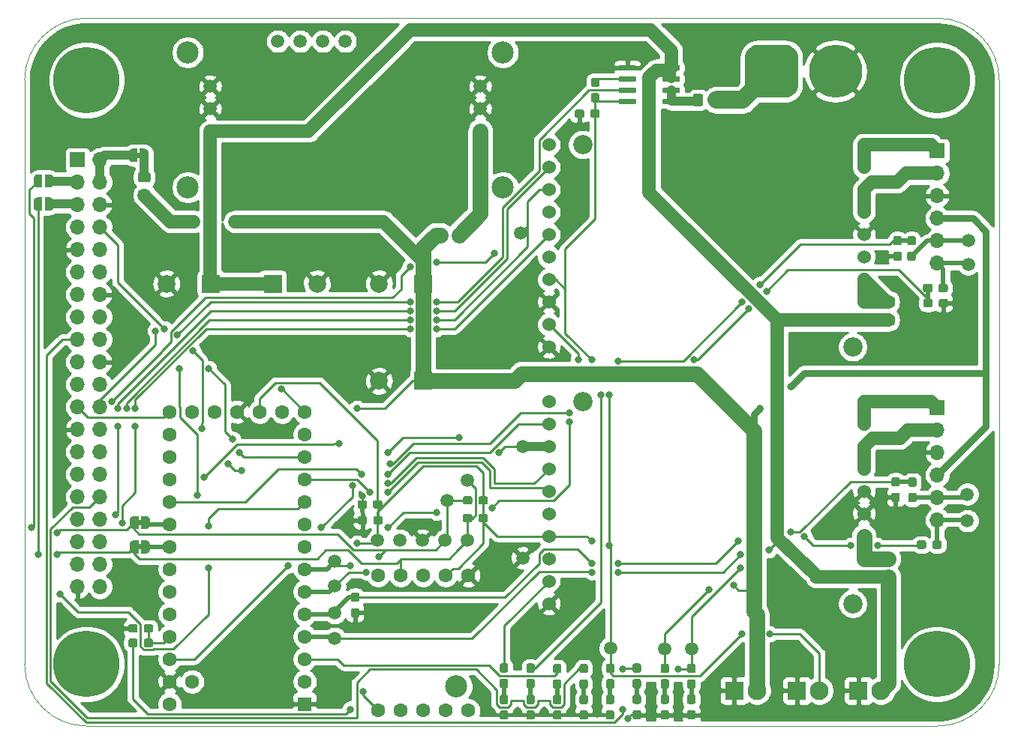
<source format=gbr>
G04 #@! TF.GenerationSoftware,KiCad,Pcbnew,5.1.5*
G04 #@! TF.CreationDate,2019-12-18T01:25:21-06:00*
G04 #@! TF.ProjectId,TurtlebotController,54757274-6c65-4626-9f74-436f6e74726f,rev?*
G04 #@! TF.SameCoordinates,Original*
G04 #@! TF.FileFunction,Copper,L1,Top*
G04 #@! TF.FilePolarity,Positive*
%FSLAX46Y46*%
G04 Gerber Fmt 4.6, Leading zero omitted, Abs format (unit mm)*
G04 Created by KiCad (PCBNEW 5.1.5) date 2019-12-18 01:25:21*
%MOMM*%
%LPD*%
G04 APERTURE LIST*
%ADD10C,0.050000*%
%ADD11C,0.150000*%
%ADD12C,7.500000*%
%ADD13C,6.000000*%
%ADD14R,2.000000X2.000000*%
%ADD15C,2.000000*%
%ADD16R,1.700000X1.700000*%
%ADD17O,1.700000X1.700000*%
%ADD18C,2.100000*%
%ADD19R,2.100000X2.100000*%
%ADD20C,1.500000*%
%ADD21C,1.600000*%
%ADD22R,1.600000X1.600000*%
%ADD23C,2.500000*%
%ADD24C,1.524000*%
%ADD25C,2.180000*%
%ADD26C,0.800000*%
%ADD27C,0.250000*%
%ADD28C,2.000000*%
%ADD29C,1.000000*%
%ADD30C,1.500000*%
%ADD31C,1.750000*%
%ADD32C,0.750000*%
%ADD33C,0.500000*%
%ADD34C,0.254000*%
G04 APERTURE END LIST*
D10*
X174500000Y-118400000D02*
X78500000Y-118400000D01*
X181500000Y-45400000D02*
X181500000Y-111400000D01*
X78500000Y-38400000D02*
X174500000Y-38400000D01*
X71500000Y-111400000D02*
X71500000Y-45400000D01*
X181500000Y-111400000D02*
G75*
G02X174500000Y-118400000I-7000000J0D01*
G01*
X174500000Y-38400000D02*
G75*
G02X181500000Y-45400000I0J-7000000D01*
G01*
X78500000Y-118400000D02*
G75*
G02X71500000Y-111400000I0J7000000D01*
G01*
X71500000Y-45400000D02*
G75*
G02X78500000Y-38400000I7000000J0D01*
G01*
D11*
G36*
X84750000Y-95100000D02*
G01*
X84250000Y-95100000D01*
X84250000Y-95700000D01*
X84750000Y-95700000D01*
X84750000Y-95100000D01*
G37*
G36*
X84750000Y-97850000D02*
G01*
X84250000Y-97850000D01*
X84250000Y-98450000D01*
X84750000Y-98450000D01*
X84750000Y-97850000D01*
G37*
G36*
X84600000Y-53600000D02*
G01*
X84100000Y-53600000D01*
X84100000Y-54200000D01*
X84600000Y-54200000D01*
X84600000Y-53600000D01*
G37*
D12*
X78500000Y-111400000D03*
X174500000Y-111400000D03*
X78500000Y-45400000D03*
X174500000Y-45400000D03*
D13*
X163000000Y-44400000D03*
G04 #@! TA.AperFunction,ComponentPad*
D11*
G36*
X157447026Y-41407223D02*
G01*
X157592635Y-41428822D01*
X157735427Y-41464589D01*
X157874025Y-41514181D01*
X158007095Y-41577118D01*
X158133355Y-41652796D01*
X158251590Y-41740484D01*
X158360660Y-41839340D01*
X158459516Y-41948410D01*
X158547204Y-42066645D01*
X158622882Y-42192905D01*
X158685819Y-42325975D01*
X158735411Y-42464573D01*
X158771178Y-42607365D01*
X158792777Y-42752974D01*
X158800000Y-42900000D01*
X158800000Y-45900000D01*
X158792777Y-46047026D01*
X158771178Y-46192635D01*
X158735411Y-46335427D01*
X158685819Y-46474025D01*
X158622882Y-46607095D01*
X158547204Y-46733355D01*
X158459516Y-46851590D01*
X158360660Y-46960660D01*
X158251590Y-47059516D01*
X158133355Y-47147204D01*
X158007095Y-47222882D01*
X157874025Y-47285819D01*
X157735427Y-47335411D01*
X157592635Y-47371178D01*
X157447026Y-47392777D01*
X157300000Y-47400000D01*
X154300000Y-47400000D01*
X154152974Y-47392777D01*
X154007365Y-47371178D01*
X153864573Y-47335411D01*
X153725975Y-47285819D01*
X153592905Y-47222882D01*
X153466645Y-47147204D01*
X153348410Y-47059516D01*
X153239340Y-46960660D01*
X153140484Y-46851590D01*
X153052796Y-46733355D01*
X152977118Y-46607095D01*
X152914181Y-46474025D01*
X152864589Y-46335427D01*
X152828822Y-46192635D01*
X152807223Y-46047026D01*
X152800000Y-45900000D01*
X152800000Y-42900000D01*
X152807223Y-42752974D01*
X152828822Y-42607365D01*
X152864589Y-42464573D01*
X152914181Y-42325975D01*
X152977118Y-42192905D01*
X153052796Y-42066645D01*
X153140484Y-41948410D01*
X153239340Y-41839340D01*
X153348410Y-41740484D01*
X153466645Y-41652796D01*
X153592905Y-41577118D01*
X153725975Y-41514181D01*
X153864573Y-41464589D01*
X154007365Y-41428822D01*
X154152974Y-41407223D01*
X154300000Y-41400000D01*
X157300000Y-41400000D01*
X157447026Y-41407223D01*
G37*
G04 #@! TD.AperFunction*
G04 #@! TA.AperFunction,SMDPad,CuDef*
G36*
X109910779Y-92876144D02*
G01*
X109933834Y-92879563D01*
X109956443Y-92885227D01*
X109978387Y-92893079D01*
X109999457Y-92903044D01*
X110019448Y-92915026D01*
X110038168Y-92928910D01*
X110055438Y-92944562D01*
X110071090Y-92961832D01*
X110084974Y-92980552D01*
X110096956Y-93000543D01*
X110106921Y-93021613D01*
X110114773Y-93043557D01*
X110120437Y-93066166D01*
X110123856Y-93089221D01*
X110125000Y-93112500D01*
X110125000Y-93587500D01*
X110123856Y-93610779D01*
X110120437Y-93633834D01*
X110114773Y-93656443D01*
X110106921Y-93678387D01*
X110096956Y-93699457D01*
X110084974Y-93719448D01*
X110071090Y-93738168D01*
X110055438Y-93755438D01*
X110038168Y-93771090D01*
X110019448Y-93784974D01*
X109999457Y-93796956D01*
X109978387Y-93806921D01*
X109956443Y-93814773D01*
X109933834Y-93820437D01*
X109910779Y-93823856D01*
X109887500Y-93825000D01*
X109312500Y-93825000D01*
X109289221Y-93823856D01*
X109266166Y-93820437D01*
X109243557Y-93814773D01*
X109221613Y-93806921D01*
X109200543Y-93796956D01*
X109180552Y-93784974D01*
X109161832Y-93771090D01*
X109144562Y-93755438D01*
X109128910Y-93738168D01*
X109115026Y-93719448D01*
X109103044Y-93699457D01*
X109093079Y-93678387D01*
X109085227Y-93656443D01*
X109079563Y-93633834D01*
X109076144Y-93610779D01*
X109075000Y-93587500D01*
X109075000Y-93112500D01*
X109076144Y-93089221D01*
X109079563Y-93066166D01*
X109085227Y-93043557D01*
X109093079Y-93021613D01*
X109103044Y-93000543D01*
X109115026Y-92980552D01*
X109128910Y-92961832D01*
X109144562Y-92944562D01*
X109161832Y-92928910D01*
X109180552Y-92915026D01*
X109200543Y-92903044D01*
X109221613Y-92893079D01*
X109243557Y-92885227D01*
X109266166Y-92879563D01*
X109289221Y-92876144D01*
X109312500Y-92875000D01*
X109887500Y-92875000D01*
X109910779Y-92876144D01*
G37*
G04 #@! TD.AperFunction*
G04 #@! TA.AperFunction,SMDPad,CuDef*
G36*
X111660779Y-92876144D02*
G01*
X111683834Y-92879563D01*
X111706443Y-92885227D01*
X111728387Y-92893079D01*
X111749457Y-92903044D01*
X111769448Y-92915026D01*
X111788168Y-92928910D01*
X111805438Y-92944562D01*
X111821090Y-92961832D01*
X111834974Y-92980552D01*
X111846956Y-93000543D01*
X111856921Y-93021613D01*
X111864773Y-93043557D01*
X111870437Y-93066166D01*
X111873856Y-93089221D01*
X111875000Y-93112500D01*
X111875000Y-93587500D01*
X111873856Y-93610779D01*
X111870437Y-93633834D01*
X111864773Y-93656443D01*
X111856921Y-93678387D01*
X111846956Y-93699457D01*
X111834974Y-93719448D01*
X111821090Y-93738168D01*
X111805438Y-93755438D01*
X111788168Y-93771090D01*
X111769448Y-93784974D01*
X111749457Y-93796956D01*
X111728387Y-93806921D01*
X111706443Y-93814773D01*
X111683834Y-93820437D01*
X111660779Y-93823856D01*
X111637500Y-93825000D01*
X111062500Y-93825000D01*
X111039221Y-93823856D01*
X111016166Y-93820437D01*
X110993557Y-93814773D01*
X110971613Y-93806921D01*
X110950543Y-93796956D01*
X110930552Y-93784974D01*
X110911832Y-93771090D01*
X110894562Y-93755438D01*
X110878910Y-93738168D01*
X110865026Y-93719448D01*
X110853044Y-93699457D01*
X110843079Y-93678387D01*
X110835227Y-93656443D01*
X110829563Y-93633834D01*
X110826144Y-93610779D01*
X110825000Y-93587500D01*
X110825000Y-93112500D01*
X110826144Y-93089221D01*
X110829563Y-93066166D01*
X110835227Y-93043557D01*
X110843079Y-93021613D01*
X110853044Y-93000543D01*
X110865026Y-92980552D01*
X110878910Y-92961832D01*
X110894562Y-92944562D01*
X110911832Y-92928910D01*
X110930552Y-92915026D01*
X110950543Y-92903044D01*
X110971613Y-92893079D01*
X110993557Y-92885227D01*
X111016166Y-92879563D01*
X111039221Y-92876144D01*
X111062500Y-92875000D01*
X111637500Y-92875000D01*
X111660779Y-92876144D01*
G37*
G04 #@! TD.AperFunction*
G04 #@! TA.AperFunction,SMDPad,CuDef*
G36*
X111685779Y-94676144D02*
G01*
X111708834Y-94679563D01*
X111731443Y-94685227D01*
X111753387Y-94693079D01*
X111774457Y-94703044D01*
X111794448Y-94715026D01*
X111813168Y-94728910D01*
X111830438Y-94744562D01*
X111846090Y-94761832D01*
X111859974Y-94780552D01*
X111871956Y-94800543D01*
X111881921Y-94821613D01*
X111889773Y-94843557D01*
X111895437Y-94866166D01*
X111898856Y-94889221D01*
X111900000Y-94912500D01*
X111900000Y-95387500D01*
X111898856Y-95410779D01*
X111895437Y-95433834D01*
X111889773Y-95456443D01*
X111881921Y-95478387D01*
X111871956Y-95499457D01*
X111859974Y-95519448D01*
X111846090Y-95538168D01*
X111830438Y-95555438D01*
X111813168Y-95571090D01*
X111794448Y-95584974D01*
X111774457Y-95596956D01*
X111753387Y-95606921D01*
X111731443Y-95614773D01*
X111708834Y-95620437D01*
X111685779Y-95623856D01*
X111662500Y-95625000D01*
X111087500Y-95625000D01*
X111064221Y-95623856D01*
X111041166Y-95620437D01*
X111018557Y-95614773D01*
X110996613Y-95606921D01*
X110975543Y-95596956D01*
X110955552Y-95584974D01*
X110936832Y-95571090D01*
X110919562Y-95555438D01*
X110903910Y-95538168D01*
X110890026Y-95519448D01*
X110878044Y-95499457D01*
X110868079Y-95478387D01*
X110860227Y-95456443D01*
X110854563Y-95433834D01*
X110851144Y-95410779D01*
X110850000Y-95387500D01*
X110850000Y-94912500D01*
X110851144Y-94889221D01*
X110854563Y-94866166D01*
X110860227Y-94843557D01*
X110868079Y-94821613D01*
X110878044Y-94800543D01*
X110890026Y-94780552D01*
X110903910Y-94761832D01*
X110919562Y-94744562D01*
X110936832Y-94728910D01*
X110955552Y-94715026D01*
X110975543Y-94703044D01*
X110996613Y-94693079D01*
X111018557Y-94685227D01*
X111041166Y-94679563D01*
X111064221Y-94676144D01*
X111087500Y-94675000D01*
X111662500Y-94675000D01*
X111685779Y-94676144D01*
G37*
G04 #@! TD.AperFunction*
G04 #@! TA.AperFunction,SMDPad,CuDef*
G36*
X109935779Y-94676144D02*
G01*
X109958834Y-94679563D01*
X109981443Y-94685227D01*
X110003387Y-94693079D01*
X110024457Y-94703044D01*
X110044448Y-94715026D01*
X110063168Y-94728910D01*
X110080438Y-94744562D01*
X110096090Y-94761832D01*
X110109974Y-94780552D01*
X110121956Y-94800543D01*
X110131921Y-94821613D01*
X110139773Y-94843557D01*
X110145437Y-94866166D01*
X110148856Y-94889221D01*
X110150000Y-94912500D01*
X110150000Y-95387500D01*
X110148856Y-95410779D01*
X110145437Y-95433834D01*
X110139773Y-95456443D01*
X110131921Y-95478387D01*
X110121956Y-95499457D01*
X110109974Y-95519448D01*
X110096090Y-95538168D01*
X110080438Y-95555438D01*
X110063168Y-95571090D01*
X110044448Y-95584974D01*
X110024457Y-95596956D01*
X110003387Y-95606921D01*
X109981443Y-95614773D01*
X109958834Y-95620437D01*
X109935779Y-95623856D01*
X109912500Y-95625000D01*
X109337500Y-95625000D01*
X109314221Y-95623856D01*
X109291166Y-95620437D01*
X109268557Y-95614773D01*
X109246613Y-95606921D01*
X109225543Y-95596956D01*
X109205552Y-95584974D01*
X109186832Y-95571090D01*
X109169562Y-95555438D01*
X109153910Y-95538168D01*
X109140026Y-95519448D01*
X109128044Y-95499457D01*
X109118079Y-95478387D01*
X109110227Y-95456443D01*
X109104563Y-95433834D01*
X109101144Y-95410779D01*
X109100000Y-95387500D01*
X109100000Y-94912500D01*
X109101144Y-94889221D01*
X109104563Y-94866166D01*
X109110227Y-94843557D01*
X109118079Y-94821613D01*
X109128044Y-94800543D01*
X109140026Y-94780552D01*
X109153910Y-94761832D01*
X109169562Y-94744562D01*
X109186832Y-94728910D01*
X109205552Y-94715026D01*
X109225543Y-94703044D01*
X109246613Y-94693079D01*
X109268557Y-94685227D01*
X109291166Y-94679563D01*
X109314221Y-94676144D01*
X109337500Y-94675000D01*
X109912500Y-94675000D01*
X109935779Y-94676144D01*
G37*
G04 #@! TD.AperFunction*
G04 #@! TA.AperFunction,SMDPad,CuDef*
G36*
X134435779Y-48726144D02*
G01*
X134458834Y-48729563D01*
X134481443Y-48735227D01*
X134503387Y-48743079D01*
X134524457Y-48753044D01*
X134544448Y-48765026D01*
X134563168Y-48778910D01*
X134580438Y-48794562D01*
X134596090Y-48811832D01*
X134609974Y-48830552D01*
X134621956Y-48850543D01*
X134631921Y-48871613D01*
X134639773Y-48893557D01*
X134645437Y-48916166D01*
X134648856Y-48939221D01*
X134650000Y-48962500D01*
X134650000Y-49437500D01*
X134648856Y-49460779D01*
X134645437Y-49483834D01*
X134639773Y-49506443D01*
X134631921Y-49528387D01*
X134621956Y-49549457D01*
X134609974Y-49569448D01*
X134596090Y-49588168D01*
X134580438Y-49605438D01*
X134563168Y-49621090D01*
X134544448Y-49634974D01*
X134524457Y-49646956D01*
X134503387Y-49656921D01*
X134481443Y-49664773D01*
X134458834Y-49670437D01*
X134435779Y-49673856D01*
X134412500Y-49675000D01*
X133837500Y-49675000D01*
X133814221Y-49673856D01*
X133791166Y-49670437D01*
X133768557Y-49664773D01*
X133746613Y-49656921D01*
X133725543Y-49646956D01*
X133705552Y-49634974D01*
X133686832Y-49621090D01*
X133669562Y-49605438D01*
X133653910Y-49588168D01*
X133640026Y-49569448D01*
X133628044Y-49549457D01*
X133618079Y-49528387D01*
X133610227Y-49506443D01*
X133604563Y-49483834D01*
X133601144Y-49460779D01*
X133600000Y-49437500D01*
X133600000Y-48962500D01*
X133601144Y-48939221D01*
X133604563Y-48916166D01*
X133610227Y-48893557D01*
X133618079Y-48871613D01*
X133628044Y-48850543D01*
X133640026Y-48830552D01*
X133653910Y-48811832D01*
X133669562Y-48794562D01*
X133686832Y-48778910D01*
X133705552Y-48765026D01*
X133725543Y-48753044D01*
X133746613Y-48743079D01*
X133768557Y-48735227D01*
X133791166Y-48729563D01*
X133814221Y-48726144D01*
X133837500Y-48725000D01*
X134412500Y-48725000D01*
X134435779Y-48726144D01*
G37*
G04 #@! TD.AperFunction*
G04 #@! TA.AperFunction,SMDPad,CuDef*
G36*
X136185779Y-48726144D02*
G01*
X136208834Y-48729563D01*
X136231443Y-48735227D01*
X136253387Y-48743079D01*
X136274457Y-48753044D01*
X136294448Y-48765026D01*
X136313168Y-48778910D01*
X136330438Y-48794562D01*
X136346090Y-48811832D01*
X136359974Y-48830552D01*
X136371956Y-48850543D01*
X136381921Y-48871613D01*
X136389773Y-48893557D01*
X136395437Y-48916166D01*
X136398856Y-48939221D01*
X136400000Y-48962500D01*
X136400000Y-49437500D01*
X136398856Y-49460779D01*
X136395437Y-49483834D01*
X136389773Y-49506443D01*
X136381921Y-49528387D01*
X136371956Y-49549457D01*
X136359974Y-49569448D01*
X136346090Y-49588168D01*
X136330438Y-49605438D01*
X136313168Y-49621090D01*
X136294448Y-49634974D01*
X136274457Y-49646956D01*
X136253387Y-49656921D01*
X136231443Y-49664773D01*
X136208834Y-49670437D01*
X136185779Y-49673856D01*
X136162500Y-49675000D01*
X135587500Y-49675000D01*
X135564221Y-49673856D01*
X135541166Y-49670437D01*
X135518557Y-49664773D01*
X135496613Y-49656921D01*
X135475543Y-49646956D01*
X135455552Y-49634974D01*
X135436832Y-49621090D01*
X135419562Y-49605438D01*
X135403910Y-49588168D01*
X135390026Y-49569448D01*
X135378044Y-49549457D01*
X135368079Y-49528387D01*
X135360227Y-49506443D01*
X135354563Y-49483834D01*
X135351144Y-49460779D01*
X135350000Y-49437500D01*
X135350000Y-48962500D01*
X135351144Y-48939221D01*
X135354563Y-48916166D01*
X135360227Y-48893557D01*
X135368079Y-48871613D01*
X135378044Y-48850543D01*
X135390026Y-48830552D01*
X135403910Y-48811832D01*
X135419562Y-48794562D01*
X135436832Y-48778910D01*
X135455552Y-48765026D01*
X135475543Y-48753044D01*
X135496613Y-48743079D01*
X135518557Y-48735227D01*
X135541166Y-48729563D01*
X135564221Y-48726144D01*
X135587500Y-48725000D01*
X136162500Y-48725000D01*
X136185779Y-48726144D01*
G37*
G04 #@! TD.AperFunction*
D14*
X92500000Y-68400000D03*
D15*
X87500000Y-68400000D03*
X104500000Y-68400000D03*
D14*
X99500000Y-68400000D03*
X116500000Y-68400000D03*
D15*
X111500000Y-68400000D03*
X111500000Y-79400000D03*
D14*
X116500000Y-79400000D03*
G04 #@! TA.AperFunction,SMDPad,CuDef*
D11*
G36*
X147010779Y-114851144D02*
G01*
X147033834Y-114854563D01*
X147056443Y-114860227D01*
X147078387Y-114868079D01*
X147099457Y-114878044D01*
X147119448Y-114890026D01*
X147138168Y-114903910D01*
X147155438Y-114919562D01*
X147171090Y-114936832D01*
X147184974Y-114955552D01*
X147196956Y-114975543D01*
X147206921Y-114996613D01*
X147214773Y-115018557D01*
X147220437Y-115041166D01*
X147223856Y-115064221D01*
X147225000Y-115087500D01*
X147225000Y-115662500D01*
X147223856Y-115685779D01*
X147220437Y-115708834D01*
X147214773Y-115731443D01*
X147206921Y-115753387D01*
X147196956Y-115774457D01*
X147184974Y-115794448D01*
X147171090Y-115813168D01*
X147155438Y-115830438D01*
X147138168Y-115846090D01*
X147119448Y-115859974D01*
X147099457Y-115871956D01*
X147078387Y-115881921D01*
X147056443Y-115889773D01*
X147033834Y-115895437D01*
X147010779Y-115898856D01*
X146987500Y-115900000D01*
X146512500Y-115900000D01*
X146489221Y-115898856D01*
X146466166Y-115895437D01*
X146443557Y-115889773D01*
X146421613Y-115881921D01*
X146400543Y-115871956D01*
X146380552Y-115859974D01*
X146361832Y-115846090D01*
X146344562Y-115830438D01*
X146328910Y-115813168D01*
X146315026Y-115794448D01*
X146303044Y-115774457D01*
X146293079Y-115753387D01*
X146285227Y-115731443D01*
X146279563Y-115708834D01*
X146276144Y-115685779D01*
X146275000Y-115662500D01*
X146275000Y-115087500D01*
X146276144Y-115064221D01*
X146279563Y-115041166D01*
X146285227Y-115018557D01*
X146293079Y-114996613D01*
X146303044Y-114975543D01*
X146315026Y-114955552D01*
X146328910Y-114936832D01*
X146344562Y-114919562D01*
X146361832Y-114903910D01*
X146380552Y-114890026D01*
X146400543Y-114878044D01*
X146421613Y-114868079D01*
X146443557Y-114860227D01*
X146466166Y-114854563D01*
X146489221Y-114851144D01*
X146512500Y-114850000D01*
X146987500Y-114850000D01*
X147010779Y-114851144D01*
G37*
G04 #@! TD.AperFunction*
G04 #@! TA.AperFunction,SMDPad,CuDef*
G36*
X147010779Y-116601144D02*
G01*
X147033834Y-116604563D01*
X147056443Y-116610227D01*
X147078387Y-116618079D01*
X147099457Y-116628044D01*
X147119448Y-116640026D01*
X147138168Y-116653910D01*
X147155438Y-116669562D01*
X147171090Y-116686832D01*
X147184974Y-116705552D01*
X147196956Y-116725543D01*
X147206921Y-116746613D01*
X147214773Y-116768557D01*
X147220437Y-116791166D01*
X147223856Y-116814221D01*
X147225000Y-116837500D01*
X147225000Y-117412500D01*
X147223856Y-117435779D01*
X147220437Y-117458834D01*
X147214773Y-117481443D01*
X147206921Y-117503387D01*
X147196956Y-117524457D01*
X147184974Y-117544448D01*
X147171090Y-117563168D01*
X147155438Y-117580438D01*
X147138168Y-117596090D01*
X147119448Y-117609974D01*
X147099457Y-117621956D01*
X147078387Y-117631921D01*
X147056443Y-117639773D01*
X147033834Y-117645437D01*
X147010779Y-117648856D01*
X146987500Y-117650000D01*
X146512500Y-117650000D01*
X146489221Y-117648856D01*
X146466166Y-117645437D01*
X146443557Y-117639773D01*
X146421613Y-117631921D01*
X146400543Y-117621956D01*
X146380552Y-117609974D01*
X146361832Y-117596090D01*
X146344562Y-117580438D01*
X146328910Y-117563168D01*
X146315026Y-117544448D01*
X146303044Y-117524457D01*
X146293079Y-117503387D01*
X146285227Y-117481443D01*
X146279563Y-117458834D01*
X146276144Y-117435779D01*
X146275000Y-117412500D01*
X146275000Y-116837500D01*
X146276144Y-116814221D01*
X146279563Y-116791166D01*
X146285227Y-116768557D01*
X146293079Y-116746613D01*
X146303044Y-116725543D01*
X146315026Y-116705552D01*
X146328910Y-116686832D01*
X146344562Y-116669562D01*
X146361832Y-116653910D01*
X146380552Y-116640026D01*
X146400543Y-116628044D01*
X146421613Y-116618079D01*
X146443557Y-116610227D01*
X146466166Y-116604563D01*
X146489221Y-116601144D01*
X146512500Y-116600000D01*
X146987500Y-116600000D01*
X147010779Y-116601144D01*
G37*
G04 #@! TD.AperFunction*
G04 #@! TA.AperFunction,SMDPad,CuDef*
G36*
X144010779Y-116601144D02*
G01*
X144033834Y-116604563D01*
X144056443Y-116610227D01*
X144078387Y-116618079D01*
X144099457Y-116628044D01*
X144119448Y-116640026D01*
X144138168Y-116653910D01*
X144155438Y-116669562D01*
X144171090Y-116686832D01*
X144184974Y-116705552D01*
X144196956Y-116725543D01*
X144206921Y-116746613D01*
X144214773Y-116768557D01*
X144220437Y-116791166D01*
X144223856Y-116814221D01*
X144225000Y-116837500D01*
X144225000Y-117412500D01*
X144223856Y-117435779D01*
X144220437Y-117458834D01*
X144214773Y-117481443D01*
X144206921Y-117503387D01*
X144196956Y-117524457D01*
X144184974Y-117544448D01*
X144171090Y-117563168D01*
X144155438Y-117580438D01*
X144138168Y-117596090D01*
X144119448Y-117609974D01*
X144099457Y-117621956D01*
X144078387Y-117631921D01*
X144056443Y-117639773D01*
X144033834Y-117645437D01*
X144010779Y-117648856D01*
X143987500Y-117650000D01*
X143512500Y-117650000D01*
X143489221Y-117648856D01*
X143466166Y-117645437D01*
X143443557Y-117639773D01*
X143421613Y-117631921D01*
X143400543Y-117621956D01*
X143380552Y-117609974D01*
X143361832Y-117596090D01*
X143344562Y-117580438D01*
X143328910Y-117563168D01*
X143315026Y-117544448D01*
X143303044Y-117524457D01*
X143293079Y-117503387D01*
X143285227Y-117481443D01*
X143279563Y-117458834D01*
X143276144Y-117435779D01*
X143275000Y-117412500D01*
X143275000Y-116837500D01*
X143276144Y-116814221D01*
X143279563Y-116791166D01*
X143285227Y-116768557D01*
X143293079Y-116746613D01*
X143303044Y-116725543D01*
X143315026Y-116705552D01*
X143328910Y-116686832D01*
X143344562Y-116669562D01*
X143361832Y-116653910D01*
X143380552Y-116640026D01*
X143400543Y-116628044D01*
X143421613Y-116618079D01*
X143443557Y-116610227D01*
X143466166Y-116604563D01*
X143489221Y-116601144D01*
X143512500Y-116600000D01*
X143987500Y-116600000D01*
X144010779Y-116601144D01*
G37*
G04 #@! TD.AperFunction*
G04 #@! TA.AperFunction,SMDPad,CuDef*
G36*
X144010779Y-114851144D02*
G01*
X144033834Y-114854563D01*
X144056443Y-114860227D01*
X144078387Y-114868079D01*
X144099457Y-114878044D01*
X144119448Y-114890026D01*
X144138168Y-114903910D01*
X144155438Y-114919562D01*
X144171090Y-114936832D01*
X144184974Y-114955552D01*
X144196956Y-114975543D01*
X144206921Y-114996613D01*
X144214773Y-115018557D01*
X144220437Y-115041166D01*
X144223856Y-115064221D01*
X144225000Y-115087500D01*
X144225000Y-115662500D01*
X144223856Y-115685779D01*
X144220437Y-115708834D01*
X144214773Y-115731443D01*
X144206921Y-115753387D01*
X144196956Y-115774457D01*
X144184974Y-115794448D01*
X144171090Y-115813168D01*
X144155438Y-115830438D01*
X144138168Y-115846090D01*
X144119448Y-115859974D01*
X144099457Y-115871956D01*
X144078387Y-115881921D01*
X144056443Y-115889773D01*
X144033834Y-115895437D01*
X144010779Y-115898856D01*
X143987500Y-115900000D01*
X143512500Y-115900000D01*
X143489221Y-115898856D01*
X143466166Y-115895437D01*
X143443557Y-115889773D01*
X143421613Y-115881921D01*
X143400543Y-115871956D01*
X143380552Y-115859974D01*
X143361832Y-115846090D01*
X143344562Y-115830438D01*
X143328910Y-115813168D01*
X143315026Y-115794448D01*
X143303044Y-115774457D01*
X143293079Y-115753387D01*
X143285227Y-115731443D01*
X143279563Y-115708834D01*
X143276144Y-115685779D01*
X143275000Y-115662500D01*
X143275000Y-115087500D01*
X143276144Y-115064221D01*
X143279563Y-115041166D01*
X143285227Y-115018557D01*
X143293079Y-114996613D01*
X143303044Y-114975543D01*
X143315026Y-114955552D01*
X143328910Y-114936832D01*
X143344562Y-114919562D01*
X143361832Y-114903910D01*
X143380552Y-114890026D01*
X143400543Y-114878044D01*
X143421613Y-114868079D01*
X143443557Y-114860227D01*
X143466166Y-114854563D01*
X143489221Y-114851144D01*
X143512500Y-114850000D01*
X143987500Y-114850000D01*
X144010779Y-114851144D01*
G37*
G04 #@! TD.AperFunction*
G04 #@! TA.AperFunction,SMDPad,CuDef*
G36*
X140860779Y-116601144D02*
G01*
X140883834Y-116604563D01*
X140906443Y-116610227D01*
X140928387Y-116618079D01*
X140949457Y-116628044D01*
X140969448Y-116640026D01*
X140988168Y-116653910D01*
X141005438Y-116669562D01*
X141021090Y-116686832D01*
X141034974Y-116705552D01*
X141046956Y-116725543D01*
X141056921Y-116746613D01*
X141064773Y-116768557D01*
X141070437Y-116791166D01*
X141073856Y-116814221D01*
X141075000Y-116837500D01*
X141075000Y-117412500D01*
X141073856Y-117435779D01*
X141070437Y-117458834D01*
X141064773Y-117481443D01*
X141056921Y-117503387D01*
X141046956Y-117524457D01*
X141034974Y-117544448D01*
X141021090Y-117563168D01*
X141005438Y-117580438D01*
X140988168Y-117596090D01*
X140969448Y-117609974D01*
X140949457Y-117621956D01*
X140928387Y-117631921D01*
X140906443Y-117639773D01*
X140883834Y-117645437D01*
X140860779Y-117648856D01*
X140837500Y-117650000D01*
X140362500Y-117650000D01*
X140339221Y-117648856D01*
X140316166Y-117645437D01*
X140293557Y-117639773D01*
X140271613Y-117631921D01*
X140250543Y-117621956D01*
X140230552Y-117609974D01*
X140211832Y-117596090D01*
X140194562Y-117580438D01*
X140178910Y-117563168D01*
X140165026Y-117544448D01*
X140153044Y-117524457D01*
X140143079Y-117503387D01*
X140135227Y-117481443D01*
X140129563Y-117458834D01*
X140126144Y-117435779D01*
X140125000Y-117412500D01*
X140125000Y-116837500D01*
X140126144Y-116814221D01*
X140129563Y-116791166D01*
X140135227Y-116768557D01*
X140143079Y-116746613D01*
X140153044Y-116725543D01*
X140165026Y-116705552D01*
X140178910Y-116686832D01*
X140194562Y-116669562D01*
X140211832Y-116653910D01*
X140230552Y-116640026D01*
X140250543Y-116628044D01*
X140271613Y-116618079D01*
X140293557Y-116610227D01*
X140316166Y-116604563D01*
X140339221Y-116601144D01*
X140362500Y-116600000D01*
X140837500Y-116600000D01*
X140860779Y-116601144D01*
G37*
G04 #@! TD.AperFunction*
G04 #@! TA.AperFunction,SMDPad,CuDef*
G36*
X140860779Y-114851144D02*
G01*
X140883834Y-114854563D01*
X140906443Y-114860227D01*
X140928387Y-114868079D01*
X140949457Y-114878044D01*
X140969448Y-114890026D01*
X140988168Y-114903910D01*
X141005438Y-114919562D01*
X141021090Y-114936832D01*
X141034974Y-114955552D01*
X141046956Y-114975543D01*
X141056921Y-114996613D01*
X141064773Y-115018557D01*
X141070437Y-115041166D01*
X141073856Y-115064221D01*
X141075000Y-115087500D01*
X141075000Y-115662500D01*
X141073856Y-115685779D01*
X141070437Y-115708834D01*
X141064773Y-115731443D01*
X141056921Y-115753387D01*
X141046956Y-115774457D01*
X141034974Y-115794448D01*
X141021090Y-115813168D01*
X141005438Y-115830438D01*
X140988168Y-115846090D01*
X140969448Y-115859974D01*
X140949457Y-115871956D01*
X140928387Y-115881921D01*
X140906443Y-115889773D01*
X140883834Y-115895437D01*
X140860779Y-115898856D01*
X140837500Y-115900000D01*
X140362500Y-115900000D01*
X140339221Y-115898856D01*
X140316166Y-115895437D01*
X140293557Y-115889773D01*
X140271613Y-115881921D01*
X140250543Y-115871956D01*
X140230552Y-115859974D01*
X140211832Y-115846090D01*
X140194562Y-115830438D01*
X140178910Y-115813168D01*
X140165026Y-115794448D01*
X140153044Y-115774457D01*
X140143079Y-115753387D01*
X140135227Y-115731443D01*
X140129563Y-115708834D01*
X140126144Y-115685779D01*
X140125000Y-115662500D01*
X140125000Y-115087500D01*
X140126144Y-115064221D01*
X140129563Y-115041166D01*
X140135227Y-115018557D01*
X140143079Y-114996613D01*
X140153044Y-114975543D01*
X140165026Y-114955552D01*
X140178910Y-114936832D01*
X140194562Y-114919562D01*
X140211832Y-114903910D01*
X140230552Y-114890026D01*
X140250543Y-114878044D01*
X140271613Y-114868079D01*
X140293557Y-114860227D01*
X140316166Y-114854563D01*
X140339221Y-114851144D01*
X140362500Y-114850000D01*
X140837500Y-114850000D01*
X140860779Y-114851144D01*
G37*
G04 #@! TD.AperFunction*
G04 #@! TA.AperFunction,SMDPad,CuDef*
G36*
X137835779Y-116626144D02*
G01*
X137858834Y-116629563D01*
X137881443Y-116635227D01*
X137903387Y-116643079D01*
X137924457Y-116653044D01*
X137944448Y-116665026D01*
X137963168Y-116678910D01*
X137980438Y-116694562D01*
X137996090Y-116711832D01*
X138009974Y-116730552D01*
X138021956Y-116750543D01*
X138031921Y-116771613D01*
X138039773Y-116793557D01*
X138045437Y-116816166D01*
X138048856Y-116839221D01*
X138050000Y-116862500D01*
X138050000Y-117437500D01*
X138048856Y-117460779D01*
X138045437Y-117483834D01*
X138039773Y-117506443D01*
X138031921Y-117528387D01*
X138021956Y-117549457D01*
X138009974Y-117569448D01*
X137996090Y-117588168D01*
X137980438Y-117605438D01*
X137963168Y-117621090D01*
X137944448Y-117634974D01*
X137924457Y-117646956D01*
X137903387Y-117656921D01*
X137881443Y-117664773D01*
X137858834Y-117670437D01*
X137835779Y-117673856D01*
X137812500Y-117675000D01*
X137337500Y-117675000D01*
X137314221Y-117673856D01*
X137291166Y-117670437D01*
X137268557Y-117664773D01*
X137246613Y-117656921D01*
X137225543Y-117646956D01*
X137205552Y-117634974D01*
X137186832Y-117621090D01*
X137169562Y-117605438D01*
X137153910Y-117588168D01*
X137140026Y-117569448D01*
X137128044Y-117549457D01*
X137118079Y-117528387D01*
X137110227Y-117506443D01*
X137104563Y-117483834D01*
X137101144Y-117460779D01*
X137100000Y-117437500D01*
X137100000Y-116862500D01*
X137101144Y-116839221D01*
X137104563Y-116816166D01*
X137110227Y-116793557D01*
X137118079Y-116771613D01*
X137128044Y-116750543D01*
X137140026Y-116730552D01*
X137153910Y-116711832D01*
X137169562Y-116694562D01*
X137186832Y-116678910D01*
X137205552Y-116665026D01*
X137225543Y-116653044D01*
X137246613Y-116643079D01*
X137268557Y-116635227D01*
X137291166Y-116629563D01*
X137314221Y-116626144D01*
X137337500Y-116625000D01*
X137812500Y-116625000D01*
X137835779Y-116626144D01*
G37*
G04 #@! TD.AperFunction*
G04 #@! TA.AperFunction,SMDPad,CuDef*
G36*
X137835779Y-114876144D02*
G01*
X137858834Y-114879563D01*
X137881443Y-114885227D01*
X137903387Y-114893079D01*
X137924457Y-114903044D01*
X137944448Y-114915026D01*
X137963168Y-114928910D01*
X137980438Y-114944562D01*
X137996090Y-114961832D01*
X138009974Y-114980552D01*
X138021956Y-115000543D01*
X138031921Y-115021613D01*
X138039773Y-115043557D01*
X138045437Y-115066166D01*
X138048856Y-115089221D01*
X138050000Y-115112500D01*
X138050000Y-115687500D01*
X138048856Y-115710779D01*
X138045437Y-115733834D01*
X138039773Y-115756443D01*
X138031921Y-115778387D01*
X138021956Y-115799457D01*
X138009974Y-115819448D01*
X137996090Y-115838168D01*
X137980438Y-115855438D01*
X137963168Y-115871090D01*
X137944448Y-115884974D01*
X137924457Y-115896956D01*
X137903387Y-115906921D01*
X137881443Y-115914773D01*
X137858834Y-115920437D01*
X137835779Y-115923856D01*
X137812500Y-115925000D01*
X137337500Y-115925000D01*
X137314221Y-115923856D01*
X137291166Y-115920437D01*
X137268557Y-115914773D01*
X137246613Y-115906921D01*
X137225543Y-115896956D01*
X137205552Y-115884974D01*
X137186832Y-115871090D01*
X137169562Y-115855438D01*
X137153910Y-115838168D01*
X137140026Y-115819448D01*
X137128044Y-115799457D01*
X137118079Y-115778387D01*
X137110227Y-115756443D01*
X137104563Y-115733834D01*
X137101144Y-115710779D01*
X137100000Y-115687500D01*
X137100000Y-115112500D01*
X137101144Y-115089221D01*
X137104563Y-115066166D01*
X137110227Y-115043557D01*
X137118079Y-115021613D01*
X137128044Y-115000543D01*
X137140026Y-114980552D01*
X137153910Y-114961832D01*
X137169562Y-114944562D01*
X137186832Y-114928910D01*
X137205552Y-114915026D01*
X137225543Y-114903044D01*
X137246613Y-114893079D01*
X137268557Y-114885227D01*
X137291166Y-114879563D01*
X137314221Y-114876144D01*
X137337500Y-114875000D01*
X137812500Y-114875000D01*
X137835779Y-114876144D01*
G37*
G04 #@! TD.AperFunction*
G04 #@! TA.AperFunction,SMDPad,CuDef*
G36*
X134860779Y-114876144D02*
G01*
X134883834Y-114879563D01*
X134906443Y-114885227D01*
X134928387Y-114893079D01*
X134949457Y-114903044D01*
X134969448Y-114915026D01*
X134988168Y-114928910D01*
X135005438Y-114944562D01*
X135021090Y-114961832D01*
X135034974Y-114980552D01*
X135046956Y-115000543D01*
X135056921Y-115021613D01*
X135064773Y-115043557D01*
X135070437Y-115066166D01*
X135073856Y-115089221D01*
X135075000Y-115112500D01*
X135075000Y-115687500D01*
X135073856Y-115710779D01*
X135070437Y-115733834D01*
X135064773Y-115756443D01*
X135056921Y-115778387D01*
X135046956Y-115799457D01*
X135034974Y-115819448D01*
X135021090Y-115838168D01*
X135005438Y-115855438D01*
X134988168Y-115871090D01*
X134969448Y-115884974D01*
X134949457Y-115896956D01*
X134928387Y-115906921D01*
X134906443Y-115914773D01*
X134883834Y-115920437D01*
X134860779Y-115923856D01*
X134837500Y-115925000D01*
X134362500Y-115925000D01*
X134339221Y-115923856D01*
X134316166Y-115920437D01*
X134293557Y-115914773D01*
X134271613Y-115906921D01*
X134250543Y-115896956D01*
X134230552Y-115884974D01*
X134211832Y-115871090D01*
X134194562Y-115855438D01*
X134178910Y-115838168D01*
X134165026Y-115819448D01*
X134153044Y-115799457D01*
X134143079Y-115778387D01*
X134135227Y-115756443D01*
X134129563Y-115733834D01*
X134126144Y-115710779D01*
X134125000Y-115687500D01*
X134125000Y-115112500D01*
X134126144Y-115089221D01*
X134129563Y-115066166D01*
X134135227Y-115043557D01*
X134143079Y-115021613D01*
X134153044Y-115000543D01*
X134165026Y-114980552D01*
X134178910Y-114961832D01*
X134194562Y-114944562D01*
X134211832Y-114928910D01*
X134230552Y-114915026D01*
X134250543Y-114903044D01*
X134271613Y-114893079D01*
X134293557Y-114885227D01*
X134316166Y-114879563D01*
X134339221Y-114876144D01*
X134362500Y-114875000D01*
X134837500Y-114875000D01*
X134860779Y-114876144D01*
G37*
G04 #@! TD.AperFunction*
G04 #@! TA.AperFunction,SMDPad,CuDef*
G36*
X134860779Y-116626144D02*
G01*
X134883834Y-116629563D01*
X134906443Y-116635227D01*
X134928387Y-116643079D01*
X134949457Y-116653044D01*
X134969448Y-116665026D01*
X134988168Y-116678910D01*
X135005438Y-116694562D01*
X135021090Y-116711832D01*
X135034974Y-116730552D01*
X135046956Y-116750543D01*
X135056921Y-116771613D01*
X135064773Y-116793557D01*
X135070437Y-116816166D01*
X135073856Y-116839221D01*
X135075000Y-116862500D01*
X135075000Y-117437500D01*
X135073856Y-117460779D01*
X135070437Y-117483834D01*
X135064773Y-117506443D01*
X135056921Y-117528387D01*
X135046956Y-117549457D01*
X135034974Y-117569448D01*
X135021090Y-117588168D01*
X135005438Y-117605438D01*
X134988168Y-117621090D01*
X134969448Y-117634974D01*
X134949457Y-117646956D01*
X134928387Y-117656921D01*
X134906443Y-117664773D01*
X134883834Y-117670437D01*
X134860779Y-117673856D01*
X134837500Y-117675000D01*
X134362500Y-117675000D01*
X134339221Y-117673856D01*
X134316166Y-117670437D01*
X134293557Y-117664773D01*
X134271613Y-117656921D01*
X134250543Y-117646956D01*
X134230552Y-117634974D01*
X134211832Y-117621090D01*
X134194562Y-117605438D01*
X134178910Y-117588168D01*
X134165026Y-117569448D01*
X134153044Y-117549457D01*
X134143079Y-117528387D01*
X134135227Y-117506443D01*
X134129563Y-117483834D01*
X134126144Y-117460779D01*
X134125000Y-117437500D01*
X134125000Y-116862500D01*
X134126144Y-116839221D01*
X134129563Y-116816166D01*
X134135227Y-116793557D01*
X134143079Y-116771613D01*
X134153044Y-116750543D01*
X134165026Y-116730552D01*
X134178910Y-116711832D01*
X134194562Y-116694562D01*
X134211832Y-116678910D01*
X134230552Y-116665026D01*
X134250543Y-116653044D01*
X134271613Y-116643079D01*
X134293557Y-116635227D01*
X134316166Y-116629563D01*
X134339221Y-116626144D01*
X134362500Y-116625000D01*
X134837500Y-116625000D01*
X134860779Y-116626144D01*
G37*
G04 #@! TD.AperFunction*
G04 #@! TA.AperFunction,SMDPad,CuDef*
G36*
X131860779Y-114876144D02*
G01*
X131883834Y-114879563D01*
X131906443Y-114885227D01*
X131928387Y-114893079D01*
X131949457Y-114903044D01*
X131969448Y-114915026D01*
X131988168Y-114928910D01*
X132005438Y-114944562D01*
X132021090Y-114961832D01*
X132034974Y-114980552D01*
X132046956Y-115000543D01*
X132056921Y-115021613D01*
X132064773Y-115043557D01*
X132070437Y-115066166D01*
X132073856Y-115089221D01*
X132075000Y-115112500D01*
X132075000Y-115687500D01*
X132073856Y-115710779D01*
X132070437Y-115733834D01*
X132064773Y-115756443D01*
X132056921Y-115778387D01*
X132046956Y-115799457D01*
X132034974Y-115819448D01*
X132021090Y-115838168D01*
X132005438Y-115855438D01*
X131988168Y-115871090D01*
X131969448Y-115884974D01*
X131949457Y-115896956D01*
X131928387Y-115906921D01*
X131906443Y-115914773D01*
X131883834Y-115920437D01*
X131860779Y-115923856D01*
X131837500Y-115925000D01*
X131362500Y-115925000D01*
X131339221Y-115923856D01*
X131316166Y-115920437D01*
X131293557Y-115914773D01*
X131271613Y-115906921D01*
X131250543Y-115896956D01*
X131230552Y-115884974D01*
X131211832Y-115871090D01*
X131194562Y-115855438D01*
X131178910Y-115838168D01*
X131165026Y-115819448D01*
X131153044Y-115799457D01*
X131143079Y-115778387D01*
X131135227Y-115756443D01*
X131129563Y-115733834D01*
X131126144Y-115710779D01*
X131125000Y-115687500D01*
X131125000Y-115112500D01*
X131126144Y-115089221D01*
X131129563Y-115066166D01*
X131135227Y-115043557D01*
X131143079Y-115021613D01*
X131153044Y-115000543D01*
X131165026Y-114980552D01*
X131178910Y-114961832D01*
X131194562Y-114944562D01*
X131211832Y-114928910D01*
X131230552Y-114915026D01*
X131250543Y-114903044D01*
X131271613Y-114893079D01*
X131293557Y-114885227D01*
X131316166Y-114879563D01*
X131339221Y-114876144D01*
X131362500Y-114875000D01*
X131837500Y-114875000D01*
X131860779Y-114876144D01*
G37*
G04 #@! TD.AperFunction*
G04 #@! TA.AperFunction,SMDPad,CuDef*
G36*
X131860779Y-116626144D02*
G01*
X131883834Y-116629563D01*
X131906443Y-116635227D01*
X131928387Y-116643079D01*
X131949457Y-116653044D01*
X131969448Y-116665026D01*
X131988168Y-116678910D01*
X132005438Y-116694562D01*
X132021090Y-116711832D01*
X132034974Y-116730552D01*
X132046956Y-116750543D01*
X132056921Y-116771613D01*
X132064773Y-116793557D01*
X132070437Y-116816166D01*
X132073856Y-116839221D01*
X132075000Y-116862500D01*
X132075000Y-117437500D01*
X132073856Y-117460779D01*
X132070437Y-117483834D01*
X132064773Y-117506443D01*
X132056921Y-117528387D01*
X132046956Y-117549457D01*
X132034974Y-117569448D01*
X132021090Y-117588168D01*
X132005438Y-117605438D01*
X131988168Y-117621090D01*
X131969448Y-117634974D01*
X131949457Y-117646956D01*
X131928387Y-117656921D01*
X131906443Y-117664773D01*
X131883834Y-117670437D01*
X131860779Y-117673856D01*
X131837500Y-117675000D01*
X131362500Y-117675000D01*
X131339221Y-117673856D01*
X131316166Y-117670437D01*
X131293557Y-117664773D01*
X131271613Y-117656921D01*
X131250543Y-117646956D01*
X131230552Y-117634974D01*
X131211832Y-117621090D01*
X131194562Y-117605438D01*
X131178910Y-117588168D01*
X131165026Y-117569448D01*
X131153044Y-117549457D01*
X131143079Y-117528387D01*
X131135227Y-117506443D01*
X131129563Y-117483834D01*
X131126144Y-117460779D01*
X131125000Y-117437500D01*
X131125000Y-116862500D01*
X131126144Y-116839221D01*
X131129563Y-116816166D01*
X131135227Y-116793557D01*
X131143079Y-116771613D01*
X131153044Y-116750543D01*
X131165026Y-116730552D01*
X131178910Y-116711832D01*
X131194562Y-116694562D01*
X131211832Y-116678910D01*
X131230552Y-116665026D01*
X131250543Y-116653044D01*
X131271613Y-116643079D01*
X131293557Y-116635227D01*
X131316166Y-116629563D01*
X131339221Y-116626144D01*
X131362500Y-116625000D01*
X131837500Y-116625000D01*
X131860779Y-116626144D01*
G37*
G04 #@! TD.AperFunction*
G04 #@! TA.AperFunction,SMDPad,CuDef*
G36*
X128860779Y-114876144D02*
G01*
X128883834Y-114879563D01*
X128906443Y-114885227D01*
X128928387Y-114893079D01*
X128949457Y-114903044D01*
X128969448Y-114915026D01*
X128988168Y-114928910D01*
X129005438Y-114944562D01*
X129021090Y-114961832D01*
X129034974Y-114980552D01*
X129046956Y-115000543D01*
X129056921Y-115021613D01*
X129064773Y-115043557D01*
X129070437Y-115066166D01*
X129073856Y-115089221D01*
X129075000Y-115112500D01*
X129075000Y-115687500D01*
X129073856Y-115710779D01*
X129070437Y-115733834D01*
X129064773Y-115756443D01*
X129056921Y-115778387D01*
X129046956Y-115799457D01*
X129034974Y-115819448D01*
X129021090Y-115838168D01*
X129005438Y-115855438D01*
X128988168Y-115871090D01*
X128969448Y-115884974D01*
X128949457Y-115896956D01*
X128928387Y-115906921D01*
X128906443Y-115914773D01*
X128883834Y-115920437D01*
X128860779Y-115923856D01*
X128837500Y-115925000D01*
X128362500Y-115925000D01*
X128339221Y-115923856D01*
X128316166Y-115920437D01*
X128293557Y-115914773D01*
X128271613Y-115906921D01*
X128250543Y-115896956D01*
X128230552Y-115884974D01*
X128211832Y-115871090D01*
X128194562Y-115855438D01*
X128178910Y-115838168D01*
X128165026Y-115819448D01*
X128153044Y-115799457D01*
X128143079Y-115778387D01*
X128135227Y-115756443D01*
X128129563Y-115733834D01*
X128126144Y-115710779D01*
X128125000Y-115687500D01*
X128125000Y-115112500D01*
X128126144Y-115089221D01*
X128129563Y-115066166D01*
X128135227Y-115043557D01*
X128143079Y-115021613D01*
X128153044Y-115000543D01*
X128165026Y-114980552D01*
X128178910Y-114961832D01*
X128194562Y-114944562D01*
X128211832Y-114928910D01*
X128230552Y-114915026D01*
X128250543Y-114903044D01*
X128271613Y-114893079D01*
X128293557Y-114885227D01*
X128316166Y-114879563D01*
X128339221Y-114876144D01*
X128362500Y-114875000D01*
X128837500Y-114875000D01*
X128860779Y-114876144D01*
G37*
G04 #@! TD.AperFunction*
G04 #@! TA.AperFunction,SMDPad,CuDef*
G36*
X128860779Y-116626144D02*
G01*
X128883834Y-116629563D01*
X128906443Y-116635227D01*
X128928387Y-116643079D01*
X128949457Y-116653044D01*
X128969448Y-116665026D01*
X128988168Y-116678910D01*
X129005438Y-116694562D01*
X129021090Y-116711832D01*
X129034974Y-116730552D01*
X129046956Y-116750543D01*
X129056921Y-116771613D01*
X129064773Y-116793557D01*
X129070437Y-116816166D01*
X129073856Y-116839221D01*
X129075000Y-116862500D01*
X129075000Y-117437500D01*
X129073856Y-117460779D01*
X129070437Y-117483834D01*
X129064773Y-117506443D01*
X129056921Y-117528387D01*
X129046956Y-117549457D01*
X129034974Y-117569448D01*
X129021090Y-117588168D01*
X129005438Y-117605438D01*
X128988168Y-117621090D01*
X128969448Y-117634974D01*
X128949457Y-117646956D01*
X128928387Y-117656921D01*
X128906443Y-117664773D01*
X128883834Y-117670437D01*
X128860779Y-117673856D01*
X128837500Y-117675000D01*
X128362500Y-117675000D01*
X128339221Y-117673856D01*
X128316166Y-117670437D01*
X128293557Y-117664773D01*
X128271613Y-117656921D01*
X128250543Y-117646956D01*
X128230552Y-117634974D01*
X128211832Y-117621090D01*
X128194562Y-117605438D01*
X128178910Y-117588168D01*
X128165026Y-117569448D01*
X128153044Y-117549457D01*
X128143079Y-117528387D01*
X128135227Y-117506443D01*
X128129563Y-117483834D01*
X128126144Y-117460779D01*
X128125000Y-117437500D01*
X128125000Y-116862500D01*
X128126144Y-116839221D01*
X128129563Y-116816166D01*
X128135227Y-116793557D01*
X128143079Y-116771613D01*
X128153044Y-116750543D01*
X128165026Y-116730552D01*
X128178910Y-116711832D01*
X128194562Y-116694562D01*
X128211832Y-116678910D01*
X128230552Y-116665026D01*
X128250543Y-116653044D01*
X128271613Y-116643079D01*
X128293557Y-116635227D01*
X128316166Y-116629563D01*
X128339221Y-116626144D01*
X128362500Y-116625000D01*
X128837500Y-116625000D01*
X128860779Y-116626144D01*
G37*
G04 #@! TD.AperFunction*
G04 #@! TA.AperFunction,SMDPad,CuDef*
G36*
X125860779Y-116626144D02*
G01*
X125883834Y-116629563D01*
X125906443Y-116635227D01*
X125928387Y-116643079D01*
X125949457Y-116653044D01*
X125969448Y-116665026D01*
X125988168Y-116678910D01*
X126005438Y-116694562D01*
X126021090Y-116711832D01*
X126034974Y-116730552D01*
X126046956Y-116750543D01*
X126056921Y-116771613D01*
X126064773Y-116793557D01*
X126070437Y-116816166D01*
X126073856Y-116839221D01*
X126075000Y-116862500D01*
X126075000Y-117437500D01*
X126073856Y-117460779D01*
X126070437Y-117483834D01*
X126064773Y-117506443D01*
X126056921Y-117528387D01*
X126046956Y-117549457D01*
X126034974Y-117569448D01*
X126021090Y-117588168D01*
X126005438Y-117605438D01*
X125988168Y-117621090D01*
X125969448Y-117634974D01*
X125949457Y-117646956D01*
X125928387Y-117656921D01*
X125906443Y-117664773D01*
X125883834Y-117670437D01*
X125860779Y-117673856D01*
X125837500Y-117675000D01*
X125362500Y-117675000D01*
X125339221Y-117673856D01*
X125316166Y-117670437D01*
X125293557Y-117664773D01*
X125271613Y-117656921D01*
X125250543Y-117646956D01*
X125230552Y-117634974D01*
X125211832Y-117621090D01*
X125194562Y-117605438D01*
X125178910Y-117588168D01*
X125165026Y-117569448D01*
X125153044Y-117549457D01*
X125143079Y-117528387D01*
X125135227Y-117506443D01*
X125129563Y-117483834D01*
X125126144Y-117460779D01*
X125125000Y-117437500D01*
X125125000Y-116862500D01*
X125126144Y-116839221D01*
X125129563Y-116816166D01*
X125135227Y-116793557D01*
X125143079Y-116771613D01*
X125153044Y-116750543D01*
X125165026Y-116730552D01*
X125178910Y-116711832D01*
X125194562Y-116694562D01*
X125211832Y-116678910D01*
X125230552Y-116665026D01*
X125250543Y-116653044D01*
X125271613Y-116643079D01*
X125293557Y-116635227D01*
X125316166Y-116629563D01*
X125339221Y-116626144D01*
X125362500Y-116625000D01*
X125837500Y-116625000D01*
X125860779Y-116626144D01*
G37*
G04 #@! TD.AperFunction*
G04 #@! TA.AperFunction,SMDPad,CuDef*
G36*
X125860779Y-114876144D02*
G01*
X125883834Y-114879563D01*
X125906443Y-114885227D01*
X125928387Y-114893079D01*
X125949457Y-114903044D01*
X125969448Y-114915026D01*
X125988168Y-114928910D01*
X126005438Y-114944562D01*
X126021090Y-114961832D01*
X126034974Y-114980552D01*
X126046956Y-115000543D01*
X126056921Y-115021613D01*
X126064773Y-115043557D01*
X126070437Y-115066166D01*
X126073856Y-115089221D01*
X126075000Y-115112500D01*
X126075000Y-115687500D01*
X126073856Y-115710779D01*
X126070437Y-115733834D01*
X126064773Y-115756443D01*
X126056921Y-115778387D01*
X126046956Y-115799457D01*
X126034974Y-115819448D01*
X126021090Y-115838168D01*
X126005438Y-115855438D01*
X125988168Y-115871090D01*
X125969448Y-115884974D01*
X125949457Y-115896956D01*
X125928387Y-115906921D01*
X125906443Y-115914773D01*
X125883834Y-115920437D01*
X125860779Y-115923856D01*
X125837500Y-115925000D01*
X125362500Y-115925000D01*
X125339221Y-115923856D01*
X125316166Y-115920437D01*
X125293557Y-115914773D01*
X125271613Y-115906921D01*
X125250543Y-115896956D01*
X125230552Y-115884974D01*
X125211832Y-115871090D01*
X125194562Y-115855438D01*
X125178910Y-115838168D01*
X125165026Y-115819448D01*
X125153044Y-115799457D01*
X125143079Y-115778387D01*
X125135227Y-115756443D01*
X125129563Y-115733834D01*
X125126144Y-115710779D01*
X125125000Y-115687500D01*
X125125000Y-115112500D01*
X125126144Y-115089221D01*
X125129563Y-115066166D01*
X125135227Y-115043557D01*
X125143079Y-115021613D01*
X125153044Y-115000543D01*
X125165026Y-114980552D01*
X125178910Y-114961832D01*
X125194562Y-114944562D01*
X125211832Y-114928910D01*
X125230552Y-114915026D01*
X125250543Y-114903044D01*
X125271613Y-114893079D01*
X125293557Y-114885227D01*
X125316166Y-114879563D01*
X125339221Y-114876144D01*
X125362500Y-114875000D01*
X125837500Y-114875000D01*
X125860779Y-114876144D01*
G37*
G04 #@! TD.AperFunction*
G04 #@! TA.AperFunction,SMDPad,CuDef*
G36*
X85474505Y-57851204D02*
G01*
X85498773Y-57854804D01*
X85522572Y-57860765D01*
X85545671Y-57869030D01*
X85567850Y-57879520D01*
X85588893Y-57892132D01*
X85608599Y-57906747D01*
X85626777Y-57923223D01*
X85643253Y-57941401D01*
X85657868Y-57961107D01*
X85670480Y-57982150D01*
X85680970Y-58004329D01*
X85689235Y-58027428D01*
X85695196Y-58051227D01*
X85698796Y-58075495D01*
X85700000Y-58099999D01*
X85700000Y-58750001D01*
X85698796Y-58774505D01*
X85695196Y-58798773D01*
X85689235Y-58822572D01*
X85680970Y-58845671D01*
X85670480Y-58867850D01*
X85657868Y-58888893D01*
X85643253Y-58908599D01*
X85626777Y-58926777D01*
X85608599Y-58943253D01*
X85588893Y-58957868D01*
X85567850Y-58970480D01*
X85545671Y-58980970D01*
X85522572Y-58989235D01*
X85498773Y-58995196D01*
X85474505Y-58998796D01*
X85450001Y-59000000D01*
X84549999Y-59000000D01*
X84525495Y-58998796D01*
X84501227Y-58995196D01*
X84477428Y-58989235D01*
X84454329Y-58980970D01*
X84432150Y-58970480D01*
X84411107Y-58957868D01*
X84391401Y-58943253D01*
X84373223Y-58926777D01*
X84356747Y-58908599D01*
X84342132Y-58888893D01*
X84329520Y-58867850D01*
X84319030Y-58845671D01*
X84310765Y-58822572D01*
X84304804Y-58798773D01*
X84301204Y-58774505D01*
X84300000Y-58750001D01*
X84300000Y-58099999D01*
X84301204Y-58075495D01*
X84304804Y-58051227D01*
X84310765Y-58027428D01*
X84319030Y-58004329D01*
X84329520Y-57982150D01*
X84342132Y-57961107D01*
X84356747Y-57941401D01*
X84373223Y-57923223D01*
X84391401Y-57906747D01*
X84411107Y-57892132D01*
X84432150Y-57879520D01*
X84454329Y-57869030D01*
X84477428Y-57860765D01*
X84501227Y-57854804D01*
X84525495Y-57851204D01*
X84549999Y-57850000D01*
X85450001Y-57850000D01*
X85474505Y-57851204D01*
G37*
G04 #@! TD.AperFunction*
G04 #@! TA.AperFunction,SMDPad,CuDef*
G36*
X85474505Y-55801204D02*
G01*
X85498773Y-55804804D01*
X85522572Y-55810765D01*
X85545671Y-55819030D01*
X85567850Y-55829520D01*
X85588893Y-55842132D01*
X85608599Y-55856747D01*
X85626777Y-55873223D01*
X85643253Y-55891401D01*
X85657868Y-55911107D01*
X85670480Y-55932150D01*
X85680970Y-55954329D01*
X85689235Y-55977428D01*
X85695196Y-56001227D01*
X85698796Y-56025495D01*
X85700000Y-56049999D01*
X85700000Y-56700001D01*
X85698796Y-56724505D01*
X85695196Y-56748773D01*
X85689235Y-56772572D01*
X85680970Y-56795671D01*
X85670480Y-56817850D01*
X85657868Y-56838893D01*
X85643253Y-56858599D01*
X85626777Y-56876777D01*
X85608599Y-56893253D01*
X85588893Y-56907868D01*
X85567850Y-56920480D01*
X85545671Y-56930970D01*
X85522572Y-56939235D01*
X85498773Y-56945196D01*
X85474505Y-56948796D01*
X85450001Y-56950000D01*
X84549999Y-56950000D01*
X84525495Y-56948796D01*
X84501227Y-56945196D01*
X84477428Y-56939235D01*
X84454329Y-56930970D01*
X84432150Y-56920480D01*
X84411107Y-56907868D01*
X84391401Y-56893253D01*
X84373223Y-56876777D01*
X84356747Y-56858599D01*
X84342132Y-56838893D01*
X84329520Y-56817850D01*
X84319030Y-56795671D01*
X84310765Y-56772572D01*
X84304804Y-56748773D01*
X84301204Y-56724505D01*
X84300000Y-56700001D01*
X84300000Y-56049999D01*
X84301204Y-56025495D01*
X84304804Y-56001227D01*
X84310765Y-55977428D01*
X84319030Y-55954329D01*
X84329520Y-55932150D01*
X84342132Y-55911107D01*
X84356747Y-55891401D01*
X84373223Y-55873223D01*
X84391401Y-55856747D01*
X84411107Y-55842132D01*
X84432150Y-55829520D01*
X84454329Y-55819030D01*
X84477428Y-55810765D01*
X84501227Y-55804804D01*
X84525495Y-55801204D01*
X84549999Y-55800000D01*
X85450001Y-55800000D01*
X85474505Y-55801204D01*
G37*
G04 #@! TD.AperFunction*
G04 #@! TA.AperFunction,SMDPad,CuDef*
G36*
X169474505Y-69901204D02*
G01*
X169498773Y-69904804D01*
X169522572Y-69910765D01*
X169545671Y-69919030D01*
X169567850Y-69929520D01*
X169588893Y-69942132D01*
X169608599Y-69956747D01*
X169626777Y-69973223D01*
X169643253Y-69991401D01*
X169657868Y-70011107D01*
X169670480Y-70032150D01*
X169680970Y-70054329D01*
X169689235Y-70077428D01*
X169695196Y-70101227D01*
X169698796Y-70125495D01*
X169700000Y-70149999D01*
X169700000Y-70800001D01*
X169698796Y-70824505D01*
X169695196Y-70848773D01*
X169689235Y-70872572D01*
X169680970Y-70895671D01*
X169670480Y-70917850D01*
X169657868Y-70938893D01*
X169643253Y-70958599D01*
X169626777Y-70976777D01*
X169608599Y-70993253D01*
X169588893Y-71007868D01*
X169567850Y-71020480D01*
X169545671Y-71030970D01*
X169522572Y-71039235D01*
X169498773Y-71045196D01*
X169474505Y-71048796D01*
X169450001Y-71050000D01*
X168549999Y-71050000D01*
X168525495Y-71048796D01*
X168501227Y-71045196D01*
X168477428Y-71039235D01*
X168454329Y-71030970D01*
X168432150Y-71020480D01*
X168411107Y-71007868D01*
X168391401Y-70993253D01*
X168373223Y-70976777D01*
X168356747Y-70958599D01*
X168342132Y-70938893D01*
X168329520Y-70917850D01*
X168319030Y-70895671D01*
X168310765Y-70872572D01*
X168304804Y-70848773D01*
X168301204Y-70824505D01*
X168300000Y-70800001D01*
X168300000Y-70149999D01*
X168301204Y-70125495D01*
X168304804Y-70101227D01*
X168310765Y-70077428D01*
X168319030Y-70054329D01*
X168329520Y-70032150D01*
X168342132Y-70011107D01*
X168356747Y-69991401D01*
X168373223Y-69973223D01*
X168391401Y-69956747D01*
X168411107Y-69942132D01*
X168432150Y-69929520D01*
X168454329Y-69919030D01*
X168477428Y-69910765D01*
X168501227Y-69904804D01*
X168525495Y-69901204D01*
X168549999Y-69900000D01*
X169450001Y-69900000D01*
X169474505Y-69901204D01*
G37*
G04 #@! TD.AperFunction*
G04 #@! TA.AperFunction,SMDPad,CuDef*
G36*
X169474505Y-71951204D02*
G01*
X169498773Y-71954804D01*
X169522572Y-71960765D01*
X169545671Y-71969030D01*
X169567850Y-71979520D01*
X169588893Y-71992132D01*
X169608599Y-72006747D01*
X169626777Y-72023223D01*
X169643253Y-72041401D01*
X169657868Y-72061107D01*
X169670480Y-72082150D01*
X169680970Y-72104329D01*
X169689235Y-72127428D01*
X169695196Y-72151227D01*
X169698796Y-72175495D01*
X169700000Y-72199999D01*
X169700000Y-72850001D01*
X169698796Y-72874505D01*
X169695196Y-72898773D01*
X169689235Y-72922572D01*
X169680970Y-72945671D01*
X169670480Y-72967850D01*
X169657868Y-72988893D01*
X169643253Y-73008599D01*
X169626777Y-73026777D01*
X169608599Y-73043253D01*
X169588893Y-73057868D01*
X169567850Y-73070480D01*
X169545671Y-73080970D01*
X169522572Y-73089235D01*
X169498773Y-73095196D01*
X169474505Y-73098796D01*
X169450001Y-73100000D01*
X168549999Y-73100000D01*
X168525495Y-73098796D01*
X168501227Y-73095196D01*
X168477428Y-73089235D01*
X168454329Y-73080970D01*
X168432150Y-73070480D01*
X168411107Y-73057868D01*
X168391401Y-73043253D01*
X168373223Y-73026777D01*
X168356747Y-73008599D01*
X168342132Y-72988893D01*
X168329520Y-72967850D01*
X168319030Y-72945671D01*
X168310765Y-72922572D01*
X168304804Y-72898773D01*
X168301204Y-72874505D01*
X168300000Y-72850001D01*
X168300000Y-72199999D01*
X168301204Y-72175495D01*
X168304804Y-72151227D01*
X168310765Y-72127428D01*
X168319030Y-72104329D01*
X168329520Y-72082150D01*
X168342132Y-72061107D01*
X168356747Y-72041401D01*
X168373223Y-72023223D01*
X168391401Y-72006747D01*
X168411107Y-71992132D01*
X168432150Y-71979520D01*
X168454329Y-71969030D01*
X168477428Y-71960765D01*
X168501227Y-71954804D01*
X168525495Y-71951204D01*
X168549999Y-71950000D01*
X169450001Y-71950000D01*
X169474505Y-71951204D01*
G37*
G04 #@! TD.AperFunction*
G04 #@! TA.AperFunction,SMDPad,CuDef*
G36*
X169474505Y-98926204D02*
G01*
X169498773Y-98929804D01*
X169522572Y-98935765D01*
X169545671Y-98944030D01*
X169567850Y-98954520D01*
X169588893Y-98967132D01*
X169608599Y-98981747D01*
X169626777Y-98998223D01*
X169643253Y-99016401D01*
X169657868Y-99036107D01*
X169670480Y-99057150D01*
X169680970Y-99079329D01*
X169689235Y-99102428D01*
X169695196Y-99126227D01*
X169698796Y-99150495D01*
X169700000Y-99174999D01*
X169700000Y-99825001D01*
X169698796Y-99849505D01*
X169695196Y-99873773D01*
X169689235Y-99897572D01*
X169680970Y-99920671D01*
X169670480Y-99942850D01*
X169657868Y-99963893D01*
X169643253Y-99983599D01*
X169626777Y-100001777D01*
X169608599Y-100018253D01*
X169588893Y-100032868D01*
X169567850Y-100045480D01*
X169545671Y-100055970D01*
X169522572Y-100064235D01*
X169498773Y-100070196D01*
X169474505Y-100073796D01*
X169450001Y-100075000D01*
X168549999Y-100075000D01*
X168525495Y-100073796D01*
X168501227Y-100070196D01*
X168477428Y-100064235D01*
X168454329Y-100055970D01*
X168432150Y-100045480D01*
X168411107Y-100032868D01*
X168391401Y-100018253D01*
X168373223Y-100001777D01*
X168356747Y-99983599D01*
X168342132Y-99963893D01*
X168329520Y-99942850D01*
X168319030Y-99920671D01*
X168310765Y-99897572D01*
X168304804Y-99873773D01*
X168301204Y-99849505D01*
X168300000Y-99825001D01*
X168300000Y-99174999D01*
X168301204Y-99150495D01*
X168304804Y-99126227D01*
X168310765Y-99102428D01*
X168319030Y-99079329D01*
X168329520Y-99057150D01*
X168342132Y-99036107D01*
X168356747Y-99016401D01*
X168373223Y-98998223D01*
X168391401Y-98981747D01*
X168411107Y-98967132D01*
X168432150Y-98954520D01*
X168454329Y-98944030D01*
X168477428Y-98935765D01*
X168501227Y-98929804D01*
X168525495Y-98926204D01*
X168549999Y-98925000D01*
X169450001Y-98925000D01*
X169474505Y-98926204D01*
G37*
G04 #@! TD.AperFunction*
G04 #@! TA.AperFunction,SMDPad,CuDef*
G36*
X169474505Y-100976204D02*
G01*
X169498773Y-100979804D01*
X169522572Y-100985765D01*
X169545671Y-100994030D01*
X169567850Y-101004520D01*
X169588893Y-101017132D01*
X169608599Y-101031747D01*
X169626777Y-101048223D01*
X169643253Y-101066401D01*
X169657868Y-101086107D01*
X169670480Y-101107150D01*
X169680970Y-101129329D01*
X169689235Y-101152428D01*
X169695196Y-101176227D01*
X169698796Y-101200495D01*
X169700000Y-101224999D01*
X169700000Y-101875001D01*
X169698796Y-101899505D01*
X169695196Y-101923773D01*
X169689235Y-101947572D01*
X169680970Y-101970671D01*
X169670480Y-101992850D01*
X169657868Y-102013893D01*
X169643253Y-102033599D01*
X169626777Y-102051777D01*
X169608599Y-102068253D01*
X169588893Y-102082868D01*
X169567850Y-102095480D01*
X169545671Y-102105970D01*
X169522572Y-102114235D01*
X169498773Y-102120196D01*
X169474505Y-102123796D01*
X169450001Y-102125000D01*
X168549999Y-102125000D01*
X168525495Y-102123796D01*
X168501227Y-102120196D01*
X168477428Y-102114235D01*
X168454329Y-102105970D01*
X168432150Y-102095480D01*
X168411107Y-102082868D01*
X168391401Y-102068253D01*
X168373223Y-102051777D01*
X168356747Y-102033599D01*
X168342132Y-102013893D01*
X168329520Y-101992850D01*
X168319030Y-101970671D01*
X168310765Y-101947572D01*
X168304804Y-101923773D01*
X168301204Y-101899505D01*
X168300000Y-101875001D01*
X168300000Y-101224999D01*
X168301204Y-101200495D01*
X168304804Y-101176227D01*
X168310765Y-101152428D01*
X168319030Y-101129329D01*
X168329520Y-101107150D01*
X168342132Y-101086107D01*
X168356747Y-101066401D01*
X168373223Y-101048223D01*
X168391401Y-101031747D01*
X168411107Y-101017132D01*
X168432150Y-101004520D01*
X168454329Y-100994030D01*
X168477428Y-100985765D01*
X168501227Y-100979804D01*
X168525495Y-100976204D01*
X168549999Y-100975000D01*
X169450001Y-100975000D01*
X169474505Y-100976204D01*
G37*
G04 #@! TD.AperFunction*
G04 #@! TA.AperFunction,SMDPad,CuDef*
G36*
X149899505Y-46951204D02*
G01*
X149923773Y-46954804D01*
X149947572Y-46960765D01*
X149970671Y-46969030D01*
X149992850Y-46979520D01*
X150013893Y-46992132D01*
X150033599Y-47006747D01*
X150051777Y-47023223D01*
X150068253Y-47041401D01*
X150082868Y-47061107D01*
X150095480Y-47082150D01*
X150105970Y-47104329D01*
X150114235Y-47127428D01*
X150120196Y-47151227D01*
X150123796Y-47175495D01*
X150125000Y-47199999D01*
X150125000Y-48100001D01*
X150123796Y-48124505D01*
X150120196Y-48148773D01*
X150114235Y-48172572D01*
X150105970Y-48195671D01*
X150095480Y-48217850D01*
X150082868Y-48238893D01*
X150068253Y-48258599D01*
X150051777Y-48276777D01*
X150033599Y-48293253D01*
X150013893Y-48307868D01*
X149992850Y-48320480D01*
X149970671Y-48330970D01*
X149947572Y-48339235D01*
X149923773Y-48345196D01*
X149899505Y-48348796D01*
X149875001Y-48350000D01*
X149224999Y-48350000D01*
X149200495Y-48348796D01*
X149176227Y-48345196D01*
X149152428Y-48339235D01*
X149129329Y-48330970D01*
X149107150Y-48320480D01*
X149086107Y-48307868D01*
X149066401Y-48293253D01*
X149048223Y-48276777D01*
X149031747Y-48258599D01*
X149017132Y-48238893D01*
X149004520Y-48217850D01*
X148994030Y-48195671D01*
X148985765Y-48172572D01*
X148979804Y-48148773D01*
X148976204Y-48124505D01*
X148975000Y-48100001D01*
X148975000Y-47199999D01*
X148976204Y-47175495D01*
X148979804Y-47151227D01*
X148985765Y-47127428D01*
X148994030Y-47104329D01*
X149004520Y-47082150D01*
X149017132Y-47061107D01*
X149031747Y-47041401D01*
X149048223Y-47023223D01*
X149066401Y-47006747D01*
X149086107Y-46992132D01*
X149107150Y-46979520D01*
X149129329Y-46969030D01*
X149152428Y-46960765D01*
X149176227Y-46954804D01*
X149200495Y-46951204D01*
X149224999Y-46950000D01*
X149875001Y-46950000D01*
X149899505Y-46951204D01*
G37*
G04 #@! TD.AperFunction*
G04 #@! TA.AperFunction,SMDPad,CuDef*
G36*
X147849505Y-46951204D02*
G01*
X147873773Y-46954804D01*
X147897572Y-46960765D01*
X147920671Y-46969030D01*
X147942850Y-46979520D01*
X147963893Y-46992132D01*
X147983599Y-47006747D01*
X148001777Y-47023223D01*
X148018253Y-47041401D01*
X148032868Y-47061107D01*
X148045480Y-47082150D01*
X148055970Y-47104329D01*
X148064235Y-47127428D01*
X148070196Y-47151227D01*
X148073796Y-47175495D01*
X148075000Y-47199999D01*
X148075000Y-48100001D01*
X148073796Y-48124505D01*
X148070196Y-48148773D01*
X148064235Y-48172572D01*
X148055970Y-48195671D01*
X148045480Y-48217850D01*
X148032868Y-48238893D01*
X148018253Y-48258599D01*
X148001777Y-48276777D01*
X147983599Y-48293253D01*
X147963893Y-48307868D01*
X147942850Y-48320480D01*
X147920671Y-48330970D01*
X147897572Y-48339235D01*
X147873773Y-48345196D01*
X147849505Y-48348796D01*
X147825001Y-48350000D01*
X147174999Y-48350000D01*
X147150495Y-48348796D01*
X147126227Y-48345196D01*
X147102428Y-48339235D01*
X147079329Y-48330970D01*
X147057150Y-48320480D01*
X147036107Y-48307868D01*
X147016401Y-48293253D01*
X146998223Y-48276777D01*
X146981747Y-48258599D01*
X146967132Y-48238893D01*
X146954520Y-48217850D01*
X146944030Y-48195671D01*
X146935765Y-48172572D01*
X146929804Y-48148773D01*
X146926204Y-48124505D01*
X146925000Y-48100001D01*
X146925000Y-47199999D01*
X146926204Y-47175495D01*
X146929804Y-47151227D01*
X146935765Y-47127428D01*
X146944030Y-47104329D01*
X146954520Y-47082150D01*
X146967132Y-47061107D01*
X146981747Y-47041401D01*
X146998223Y-47023223D01*
X147016401Y-47006747D01*
X147036107Y-46992132D01*
X147057150Y-46979520D01*
X147079329Y-46969030D01*
X147102428Y-46960765D01*
X147126227Y-46954804D01*
X147150495Y-46951204D01*
X147174999Y-46950000D01*
X147825001Y-46950000D01*
X147849505Y-46951204D01*
G37*
G04 #@! TD.AperFunction*
G04 #@! TA.AperFunction,SMDPad,CuDef*
G36*
X120849505Y-62201204D02*
G01*
X120873773Y-62204804D01*
X120897572Y-62210765D01*
X120920671Y-62219030D01*
X120942850Y-62229520D01*
X120963893Y-62242132D01*
X120983599Y-62256747D01*
X121001777Y-62273223D01*
X121018253Y-62291401D01*
X121032868Y-62311107D01*
X121045480Y-62332150D01*
X121055970Y-62354329D01*
X121064235Y-62377428D01*
X121070196Y-62401227D01*
X121073796Y-62425495D01*
X121075000Y-62449999D01*
X121075000Y-63350001D01*
X121073796Y-63374505D01*
X121070196Y-63398773D01*
X121064235Y-63422572D01*
X121055970Y-63445671D01*
X121045480Y-63467850D01*
X121032868Y-63488893D01*
X121018253Y-63508599D01*
X121001777Y-63526777D01*
X120983599Y-63543253D01*
X120963893Y-63557868D01*
X120942850Y-63570480D01*
X120920671Y-63580970D01*
X120897572Y-63589235D01*
X120873773Y-63595196D01*
X120849505Y-63598796D01*
X120825001Y-63600000D01*
X120174999Y-63600000D01*
X120150495Y-63598796D01*
X120126227Y-63595196D01*
X120102428Y-63589235D01*
X120079329Y-63580970D01*
X120057150Y-63570480D01*
X120036107Y-63557868D01*
X120016401Y-63543253D01*
X119998223Y-63526777D01*
X119981747Y-63508599D01*
X119967132Y-63488893D01*
X119954520Y-63467850D01*
X119944030Y-63445671D01*
X119935765Y-63422572D01*
X119929804Y-63398773D01*
X119926204Y-63374505D01*
X119925000Y-63350001D01*
X119925000Y-62449999D01*
X119926204Y-62425495D01*
X119929804Y-62401227D01*
X119935765Y-62377428D01*
X119944030Y-62354329D01*
X119954520Y-62332150D01*
X119967132Y-62311107D01*
X119981747Y-62291401D01*
X119998223Y-62273223D01*
X120016401Y-62256747D01*
X120036107Y-62242132D01*
X120057150Y-62229520D01*
X120079329Y-62219030D01*
X120102428Y-62210765D01*
X120126227Y-62204804D01*
X120150495Y-62201204D01*
X120174999Y-62200000D01*
X120825001Y-62200000D01*
X120849505Y-62201204D01*
G37*
G04 #@! TD.AperFunction*
G04 #@! TA.AperFunction,SMDPad,CuDef*
G36*
X118799505Y-62201204D02*
G01*
X118823773Y-62204804D01*
X118847572Y-62210765D01*
X118870671Y-62219030D01*
X118892850Y-62229520D01*
X118913893Y-62242132D01*
X118933599Y-62256747D01*
X118951777Y-62273223D01*
X118968253Y-62291401D01*
X118982868Y-62311107D01*
X118995480Y-62332150D01*
X119005970Y-62354329D01*
X119014235Y-62377428D01*
X119020196Y-62401227D01*
X119023796Y-62425495D01*
X119025000Y-62449999D01*
X119025000Y-63350001D01*
X119023796Y-63374505D01*
X119020196Y-63398773D01*
X119014235Y-63422572D01*
X119005970Y-63445671D01*
X118995480Y-63467850D01*
X118982868Y-63488893D01*
X118968253Y-63508599D01*
X118951777Y-63526777D01*
X118933599Y-63543253D01*
X118913893Y-63557868D01*
X118892850Y-63570480D01*
X118870671Y-63580970D01*
X118847572Y-63589235D01*
X118823773Y-63595196D01*
X118799505Y-63598796D01*
X118775001Y-63600000D01*
X118124999Y-63600000D01*
X118100495Y-63598796D01*
X118076227Y-63595196D01*
X118052428Y-63589235D01*
X118029329Y-63580970D01*
X118007150Y-63570480D01*
X117986107Y-63557868D01*
X117966401Y-63543253D01*
X117948223Y-63526777D01*
X117931747Y-63508599D01*
X117917132Y-63488893D01*
X117904520Y-63467850D01*
X117894030Y-63445671D01*
X117885765Y-63422572D01*
X117879804Y-63398773D01*
X117876204Y-63374505D01*
X117875000Y-63350001D01*
X117875000Y-62449999D01*
X117876204Y-62425495D01*
X117879804Y-62401227D01*
X117885765Y-62377428D01*
X117894030Y-62354329D01*
X117904520Y-62332150D01*
X117917132Y-62311107D01*
X117931747Y-62291401D01*
X117948223Y-62273223D01*
X117966401Y-62256747D01*
X117986107Y-62242132D01*
X118007150Y-62229520D01*
X118029329Y-62219030D01*
X118052428Y-62210765D01*
X118076227Y-62204804D01*
X118100495Y-62201204D01*
X118124999Y-62200000D01*
X118775001Y-62200000D01*
X118799505Y-62201204D01*
G37*
G04 #@! TD.AperFunction*
D16*
X77460000Y-54400000D03*
D17*
X80000000Y-54400000D03*
X77460000Y-56940000D03*
X80000000Y-56940000D03*
X77460000Y-59480000D03*
X80000000Y-59480000D03*
X77460000Y-62020000D03*
X80000000Y-62020000D03*
X77460000Y-64560000D03*
X80000000Y-64560000D03*
X77460000Y-67100000D03*
X80000000Y-67100000D03*
X77460000Y-69640000D03*
X80000000Y-69640000D03*
X77460000Y-72180000D03*
X80000000Y-72180000D03*
X77460000Y-74720000D03*
X80000000Y-74720000D03*
X77460000Y-77260000D03*
X80000000Y-77260000D03*
X77460000Y-79800000D03*
X80000000Y-79800000D03*
X77460000Y-82340000D03*
X80000000Y-82340000D03*
X77460000Y-84880000D03*
X80000000Y-84880000D03*
X77460000Y-87420000D03*
X80000000Y-87420000D03*
X77460000Y-89960000D03*
X80000000Y-89960000D03*
X77460000Y-92500000D03*
X80000000Y-92500000D03*
X77460000Y-95040000D03*
X80000000Y-95040000D03*
X77460000Y-97580000D03*
X80000000Y-97580000D03*
X77460000Y-100120000D03*
X80000000Y-100120000D03*
X77460000Y-102660000D03*
X80000000Y-102660000D03*
X174500000Y-66100000D03*
X174500000Y-63560000D03*
X174500000Y-61020000D03*
X174500000Y-58480000D03*
X174500000Y-55940000D03*
D16*
X174500000Y-53400000D03*
X174500000Y-82400000D03*
D17*
X174500000Y-84940000D03*
X174500000Y-87480000D03*
X174500000Y-90020000D03*
X174500000Y-92560000D03*
X174500000Y-95100000D03*
D18*
X154140000Y-114400000D03*
D19*
X151600000Y-114400000D03*
X158660000Y-114400000D03*
D18*
X161200000Y-114400000D03*
D19*
X165600000Y-114400000D03*
D18*
X168140000Y-114400000D03*
G04 #@! TA.AperFunction,SMDPad,CuDef*
D11*
G36*
X85150000Y-94650602D02*
G01*
X85174534Y-94650602D01*
X85223365Y-94655412D01*
X85271490Y-94664984D01*
X85318445Y-94679228D01*
X85363778Y-94698005D01*
X85407051Y-94721136D01*
X85447850Y-94748396D01*
X85485779Y-94779524D01*
X85520476Y-94814221D01*
X85551604Y-94852150D01*
X85578864Y-94892949D01*
X85601995Y-94936222D01*
X85620772Y-94981555D01*
X85635016Y-95028510D01*
X85644588Y-95076635D01*
X85649398Y-95125466D01*
X85649398Y-95150000D01*
X85650000Y-95150000D01*
X85650000Y-95650000D01*
X85649398Y-95650000D01*
X85649398Y-95674534D01*
X85644588Y-95723365D01*
X85635016Y-95771490D01*
X85620772Y-95818445D01*
X85601995Y-95863778D01*
X85578864Y-95907051D01*
X85551604Y-95947850D01*
X85520476Y-95985779D01*
X85485779Y-96020476D01*
X85447850Y-96051604D01*
X85407051Y-96078864D01*
X85363778Y-96101995D01*
X85318445Y-96120772D01*
X85271490Y-96135016D01*
X85223365Y-96144588D01*
X85174534Y-96149398D01*
X85150000Y-96149398D01*
X85150000Y-96150000D01*
X84650000Y-96150000D01*
X84650000Y-94650000D01*
X85150000Y-94650000D01*
X85150000Y-94650602D01*
G37*
G04 #@! TD.AperFunction*
G04 #@! TA.AperFunction,SMDPad,CuDef*
G36*
X84350000Y-96150000D02*
G01*
X83850000Y-96150000D01*
X83850000Y-96149398D01*
X83825466Y-96149398D01*
X83776635Y-96144588D01*
X83728510Y-96135016D01*
X83681555Y-96120772D01*
X83636222Y-96101995D01*
X83592949Y-96078864D01*
X83552150Y-96051604D01*
X83514221Y-96020476D01*
X83479524Y-95985779D01*
X83448396Y-95947850D01*
X83421136Y-95907051D01*
X83398005Y-95863778D01*
X83379228Y-95818445D01*
X83364984Y-95771490D01*
X83355412Y-95723365D01*
X83350602Y-95674534D01*
X83350602Y-95650000D01*
X83350000Y-95650000D01*
X83350000Y-95150000D01*
X83350602Y-95150000D01*
X83350602Y-95125466D01*
X83355412Y-95076635D01*
X83364984Y-95028510D01*
X83379228Y-94981555D01*
X83398005Y-94936222D01*
X83421136Y-94892949D01*
X83448396Y-94852150D01*
X83479524Y-94814221D01*
X83514221Y-94779524D01*
X83552150Y-94748396D01*
X83592949Y-94721136D01*
X83636222Y-94698005D01*
X83681555Y-94679228D01*
X83728510Y-94664984D01*
X83776635Y-94655412D01*
X83825466Y-94650602D01*
X83850000Y-94650602D01*
X83850000Y-94650000D01*
X84350000Y-94650000D01*
X84350000Y-96150000D01*
G37*
G04 #@! TD.AperFunction*
G04 #@! TA.AperFunction,SMDPad,CuDef*
G36*
X85150000Y-97400602D02*
G01*
X85174534Y-97400602D01*
X85223365Y-97405412D01*
X85271490Y-97414984D01*
X85318445Y-97429228D01*
X85363778Y-97448005D01*
X85407051Y-97471136D01*
X85447850Y-97498396D01*
X85485779Y-97529524D01*
X85520476Y-97564221D01*
X85551604Y-97602150D01*
X85578864Y-97642949D01*
X85601995Y-97686222D01*
X85620772Y-97731555D01*
X85635016Y-97778510D01*
X85644588Y-97826635D01*
X85649398Y-97875466D01*
X85649398Y-97900000D01*
X85650000Y-97900000D01*
X85650000Y-98400000D01*
X85649398Y-98400000D01*
X85649398Y-98424534D01*
X85644588Y-98473365D01*
X85635016Y-98521490D01*
X85620772Y-98568445D01*
X85601995Y-98613778D01*
X85578864Y-98657051D01*
X85551604Y-98697850D01*
X85520476Y-98735779D01*
X85485779Y-98770476D01*
X85447850Y-98801604D01*
X85407051Y-98828864D01*
X85363778Y-98851995D01*
X85318445Y-98870772D01*
X85271490Y-98885016D01*
X85223365Y-98894588D01*
X85174534Y-98899398D01*
X85150000Y-98899398D01*
X85150000Y-98900000D01*
X84650000Y-98900000D01*
X84650000Y-97400000D01*
X85150000Y-97400000D01*
X85150000Y-97400602D01*
G37*
G04 #@! TD.AperFunction*
G04 #@! TA.AperFunction,SMDPad,CuDef*
G36*
X84350000Y-98900000D02*
G01*
X83850000Y-98900000D01*
X83850000Y-98899398D01*
X83825466Y-98899398D01*
X83776635Y-98894588D01*
X83728510Y-98885016D01*
X83681555Y-98870772D01*
X83636222Y-98851995D01*
X83592949Y-98828864D01*
X83552150Y-98801604D01*
X83514221Y-98770476D01*
X83479524Y-98735779D01*
X83448396Y-98697850D01*
X83421136Y-98657051D01*
X83398005Y-98613778D01*
X83379228Y-98568445D01*
X83364984Y-98521490D01*
X83355412Y-98473365D01*
X83350602Y-98424534D01*
X83350602Y-98400000D01*
X83350000Y-98400000D01*
X83350000Y-97900000D01*
X83350602Y-97900000D01*
X83350602Y-97875466D01*
X83355412Y-97826635D01*
X83364984Y-97778510D01*
X83379228Y-97731555D01*
X83398005Y-97686222D01*
X83421136Y-97642949D01*
X83448396Y-97602150D01*
X83479524Y-97564221D01*
X83514221Y-97529524D01*
X83552150Y-97498396D01*
X83592949Y-97471136D01*
X83636222Y-97448005D01*
X83681555Y-97429228D01*
X83728510Y-97414984D01*
X83776635Y-97405412D01*
X83825466Y-97400602D01*
X83850000Y-97400602D01*
X83850000Y-97400000D01*
X84350000Y-97400000D01*
X84350000Y-98900000D01*
G37*
G04 #@! TD.AperFunction*
G04 #@! TA.AperFunction,SMDPad,CuDef*
G36*
X84200000Y-54650000D02*
G01*
X83700000Y-54650000D01*
X83700000Y-54649398D01*
X83675466Y-54649398D01*
X83626635Y-54644588D01*
X83578510Y-54635016D01*
X83531555Y-54620772D01*
X83486222Y-54601995D01*
X83442949Y-54578864D01*
X83402150Y-54551604D01*
X83364221Y-54520476D01*
X83329524Y-54485779D01*
X83298396Y-54447850D01*
X83271136Y-54407051D01*
X83248005Y-54363778D01*
X83229228Y-54318445D01*
X83214984Y-54271490D01*
X83205412Y-54223365D01*
X83200602Y-54174534D01*
X83200602Y-54150000D01*
X83200000Y-54150000D01*
X83200000Y-53650000D01*
X83200602Y-53650000D01*
X83200602Y-53625466D01*
X83205412Y-53576635D01*
X83214984Y-53528510D01*
X83229228Y-53481555D01*
X83248005Y-53436222D01*
X83271136Y-53392949D01*
X83298396Y-53352150D01*
X83329524Y-53314221D01*
X83364221Y-53279524D01*
X83402150Y-53248396D01*
X83442949Y-53221136D01*
X83486222Y-53198005D01*
X83531555Y-53179228D01*
X83578510Y-53164984D01*
X83626635Y-53155412D01*
X83675466Y-53150602D01*
X83700000Y-53150602D01*
X83700000Y-53150000D01*
X84200000Y-53150000D01*
X84200000Y-54650000D01*
G37*
G04 #@! TD.AperFunction*
G04 #@! TA.AperFunction,SMDPad,CuDef*
G36*
X85000000Y-53150602D02*
G01*
X85024534Y-53150602D01*
X85073365Y-53155412D01*
X85121490Y-53164984D01*
X85168445Y-53179228D01*
X85213778Y-53198005D01*
X85257051Y-53221136D01*
X85297850Y-53248396D01*
X85335779Y-53279524D01*
X85370476Y-53314221D01*
X85401604Y-53352150D01*
X85428864Y-53392949D01*
X85451995Y-53436222D01*
X85470772Y-53481555D01*
X85485016Y-53528510D01*
X85494588Y-53576635D01*
X85499398Y-53625466D01*
X85499398Y-53650000D01*
X85500000Y-53650000D01*
X85500000Y-54150000D01*
X85499398Y-54150000D01*
X85499398Y-54174534D01*
X85494588Y-54223365D01*
X85485016Y-54271490D01*
X85470772Y-54318445D01*
X85451995Y-54363778D01*
X85428864Y-54407051D01*
X85401604Y-54447850D01*
X85370476Y-54485779D01*
X85335779Y-54520476D01*
X85297850Y-54551604D01*
X85257051Y-54578864D01*
X85213778Y-54601995D01*
X85168445Y-54620772D01*
X85121490Y-54635016D01*
X85073365Y-54644588D01*
X85024534Y-54649398D01*
X85000000Y-54649398D01*
X85000000Y-54650000D01*
X84500000Y-54650000D01*
X84500000Y-53150000D01*
X85000000Y-53150000D01*
X85000000Y-53150602D01*
G37*
G04 #@! TD.AperFunction*
G04 #@! TA.AperFunction,SMDPad,CuDef*
G36*
X73800000Y-56050000D02*
G01*
X74300000Y-56050000D01*
X74300000Y-56050602D01*
X74324534Y-56050602D01*
X74373365Y-56055412D01*
X74421490Y-56064984D01*
X74468445Y-56079228D01*
X74513778Y-56098005D01*
X74557051Y-56121136D01*
X74597850Y-56148396D01*
X74635779Y-56179524D01*
X74670476Y-56214221D01*
X74701604Y-56252150D01*
X74728864Y-56292949D01*
X74751995Y-56336222D01*
X74770772Y-56381555D01*
X74785016Y-56428510D01*
X74794588Y-56476635D01*
X74799398Y-56525466D01*
X74799398Y-56550000D01*
X74800000Y-56550000D01*
X74800000Y-57050000D01*
X74799398Y-57050000D01*
X74799398Y-57074534D01*
X74794588Y-57123365D01*
X74785016Y-57171490D01*
X74770772Y-57218445D01*
X74751995Y-57263778D01*
X74728864Y-57307051D01*
X74701604Y-57347850D01*
X74670476Y-57385779D01*
X74635779Y-57420476D01*
X74597850Y-57451604D01*
X74557051Y-57478864D01*
X74513778Y-57501995D01*
X74468445Y-57520772D01*
X74421490Y-57535016D01*
X74373365Y-57544588D01*
X74324534Y-57549398D01*
X74300000Y-57549398D01*
X74300000Y-57550000D01*
X73800000Y-57550000D01*
X73800000Y-56050000D01*
G37*
G04 #@! TD.AperFunction*
G04 #@! TA.AperFunction,SMDPad,CuDef*
G36*
X73000000Y-57549398D02*
G01*
X72975466Y-57549398D01*
X72926635Y-57544588D01*
X72878510Y-57535016D01*
X72831555Y-57520772D01*
X72786222Y-57501995D01*
X72742949Y-57478864D01*
X72702150Y-57451604D01*
X72664221Y-57420476D01*
X72629524Y-57385779D01*
X72598396Y-57347850D01*
X72571136Y-57307051D01*
X72548005Y-57263778D01*
X72529228Y-57218445D01*
X72514984Y-57171490D01*
X72505412Y-57123365D01*
X72500602Y-57074534D01*
X72500602Y-57050000D01*
X72500000Y-57050000D01*
X72500000Y-56550000D01*
X72500602Y-56550000D01*
X72500602Y-56525466D01*
X72505412Y-56476635D01*
X72514984Y-56428510D01*
X72529228Y-56381555D01*
X72548005Y-56336222D01*
X72571136Y-56292949D01*
X72598396Y-56252150D01*
X72629524Y-56214221D01*
X72664221Y-56179524D01*
X72702150Y-56148396D01*
X72742949Y-56121136D01*
X72786222Y-56098005D01*
X72831555Y-56079228D01*
X72878510Y-56064984D01*
X72926635Y-56055412D01*
X72975466Y-56050602D01*
X73000000Y-56050602D01*
X73000000Y-56050000D01*
X73500000Y-56050000D01*
X73500000Y-57550000D01*
X73000000Y-57550000D01*
X73000000Y-57549398D01*
G37*
G04 #@! TD.AperFunction*
G04 #@! TA.AperFunction,SMDPad,CuDef*
G36*
X73000000Y-60149398D02*
G01*
X72975466Y-60149398D01*
X72926635Y-60144588D01*
X72878510Y-60135016D01*
X72831555Y-60120772D01*
X72786222Y-60101995D01*
X72742949Y-60078864D01*
X72702150Y-60051604D01*
X72664221Y-60020476D01*
X72629524Y-59985779D01*
X72598396Y-59947850D01*
X72571136Y-59907051D01*
X72548005Y-59863778D01*
X72529228Y-59818445D01*
X72514984Y-59771490D01*
X72505412Y-59723365D01*
X72500602Y-59674534D01*
X72500602Y-59650000D01*
X72500000Y-59650000D01*
X72500000Y-59150000D01*
X72500602Y-59150000D01*
X72500602Y-59125466D01*
X72505412Y-59076635D01*
X72514984Y-59028510D01*
X72529228Y-58981555D01*
X72548005Y-58936222D01*
X72571136Y-58892949D01*
X72598396Y-58852150D01*
X72629524Y-58814221D01*
X72664221Y-58779524D01*
X72702150Y-58748396D01*
X72742949Y-58721136D01*
X72786222Y-58698005D01*
X72831555Y-58679228D01*
X72878510Y-58664984D01*
X72926635Y-58655412D01*
X72975466Y-58650602D01*
X73000000Y-58650602D01*
X73000000Y-58650000D01*
X73500000Y-58650000D01*
X73500000Y-60150000D01*
X73000000Y-60150000D01*
X73000000Y-60149398D01*
G37*
G04 #@! TD.AperFunction*
G04 #@! TA.AperFunction,SMDPad,CuDef*
G36*
X73800000Y-58650000D02*
G01*
X74300000Y-58650000D01*
X74300000Y-58650602D01*
X74324534Y-58650602D01*
X74373365Y-58655412D01*
X74421490Y-58664984D01*
X74468445Y-58679228D01*
X74513778Y-58698005D01*
X74557051Y-58721136D01*
X74597850Y-58748396D01*
X74635779Y-58779524D01*
X74670476Y-58814221D01*
X74701604Y-58852150D01*
X74728864Y-58892949D01*
X74751995Y-58936222D01*
X74770772Y-58981555D01*
X74785016Y-59028510D01*
X74794588Y-59076635D01*
X74799398Y-59125466D01*
X74799398Y-59150000D01*
X74800000Y-59150000D01*
X74800000Y-59650000D01*
X74799398Y-59650000D01*
X74799398Y-59674534D01*
X74794588Y-59723365D01*
X74785016Y-59771490D01*
X74770772Y-59818445D01*
X74751995Y-59863778D01*
X74728864Y-59907051D01*
X74701604Y-59947850D01*
X74670476Y-59985779D01*
X74635779Y-60020476D01*
X74597850Y-60051604D01*
X74557051Y-60078864D01*
X74513778Y-60101995D01*
X74468445Y-60120772D01*
X74421490Y-60135016D01*
X74373365Y-60144588D01*
X74324534Y-60149398D01*
X74300000Y-60149398D01*
X74300000Y-60150000D01*
X73800000Y-60150000D01*
X73800000Y-58650000D01*
G37*
G04 #@! TD.AperFunction*
G04 #@! TA.AperFunction,SMDPad,CuDef*
G36*
X121810779Y-94426144D02*
G01*
X121833834Y-94429563D01*
X121856443Y-94435227D01*
X121878387Y-94443079D01*
X121899457Y-94453044D01*
X121919448Y-94465026D01*
X121938168Y-94478910D01*
X121955438Y-94494562D01*
X121971090Y-94511832D01*
X121984974Y-94530552D01*
X121996956Y-94550543D01*
X122006921Y-94571613D01*
X122014773Y-94593557D01*
X122020437Y-94616166D01*
X122023856Y-94639221D01*
X122025000Y-94662500D01*
X122025000Y-95137500D01*
X122023856Y-95160779D01*
X122020437Y-95183834D01*
X122014773Y-95206443D01*
X122006921Y-95228387D01*
X121996956Y-95249457D01*
X121984974Y-95269448D01*
X121971090Y-95288168D01*
X121955438Y-95305438D01*
X121938168Y-95321090D01*
X121919448Y-95334974D01*
X121899457Y-95346956D01*
X121878387Y-95356921D01*
X121856443Y-95364773D01*
X121833834Y-95370437D01*
X121810779Y-95373856D01*
X121787500Y-95375000D01*
X121212500Y-95375000D01*
X121189221Y-95373856D01*
X121166166Y-95370437D01*
X121143557Y-95364773D01*
X121121613Y-95356921D01*
X121100543Y-95346956D01*
X121080552Y-95334974D01*
X121061832Y-95321090D01*
X121044562Y-95305438D01*
X121028910Y-95288168D01*
X121015026Y-95269448D01*
X121003044Y-95249457D01*
X120993079Y-95228387D01*
X120985227Y-95206443D01*
X120979563Y-95183834D01*
X120976144Y-95160779D01*
X120975000Y-95137500D01*
X120975000Y-94662500D01*
X120976144Y-94639221D01*
X120979563Y-94616166D01*
X120985227Y-94593557D01*
X120993079Y-94571613D01*
X121003044Y-94550543D01*
X121015026Y-94530552D01*
X121028910Y-94511832D01*
X121044562Y-94494562D01*
X121061832Y-94478910D01*
X121080552Y-94465026D01*
X121100543Y-94453044D01*
X121121613Y-94443079D01*
X121143557Y-94435227D01*
X121166166Y-94429563D01*
X121189221Y-94426144D01*
X121212500Y-94425000D01*
X121787500Y-94425000D01*
X121810779Y-94426144D01*
G37*
G04 #@! TD.AperFunction*
G04 #@! TA.AperFunction,SMDPad,CuDef*
G36*
X123560779Y-94426144D02*
G01*
X123583834Y-94429563D01*
X123606443Y-94435227D01*
X123628387Y-94443079D01*
X123649457Y-94453044D01*
X123669448Y-94465026D01*
X123688168Y-94478910D01*
X123705438Y-94494562D01*
X123721090Y-94511832D01*
X123734974Y-94530552D01*
X123746956Y-94550543D01*
X123756921Y-94571613D01*
X123764773Y-94593557D01*
X123770437Y-94616166D01*
X123773856Y-94639221D01*
X123775000Y-94662500D01*
X123775000Y-95137500D01*
X123773856Y-95160779D01*
X123770437Y-95183834D01*
X123764773Y-95206443D01*
X123756921Y-95228387D01*
X123746956Y-95249457D01*
X123734974Y-95269448D01*
X123721090Y-95288168D01*
X123705438Y-95305438D01*
X123688168Y-95321090D01*
X123669448Y-95334974D01*
X123649457Y-95346956D01*
X123628387Y-95356921D01*
X123606443Y-95364773D01*
X123583834Y-95370437D01*
X123560779Y-95373856D01*
X123537500Y-95375000D01*
X122962500Y-95375000D01*
X122939221Y-95373856D01*
X122916166Y-95370437D01*
X122893557Y-95364773D01*
X122871613Y-95356921D01*
X122850543Y-95346956D01*
X122830552Y-95334974D01*
X122811832Y-95321090D01*
X122794562Y-95305438D01*
X122778910Y-95288168D01*
X122765026Y-95269448D01*
X122753044Y-95249457D01*
X122743079Y-95228387D01*
X122735227Y-95206443D01*
X122729563Y-95183834D01*
X122726144Y-95160779D01*
X122725000Y-95137500D01*
X122725000Y-94662500D01*
X122726144Y-94639221D01*
X122729563Y-94616166D01*
X122735227Y-94593557D01*
X122743079Y-94571613D01*
X122753044Y-94550543D01*
X122765026Y-94530552D01*
X122778910Y-94511832D01*
X122794562Y-94494562D01*
X122811832Y-94478910D01*
X122830552Y-94465026D01*
X122850543Y-94453044D01*
X122871613Y-94443079D01*
X122893557Y-94435227D01*
X122916166Y-94429563D01*
X122939221Y-94426144D01*
X122962500Y-94425000D01*
X123537500Y-94425000D01*
X123560779Y-94426144D01*
G37*
G04 #@! TD.AperFunction*
G04 #@! TA.AperFunction,SMDPad,CuDef*
G36*
X121810779Y-92426144D02*
G01*
X121833834Y-92429563D01*
X121856443Y-92435227D01*
X121878387Y-92443079D01*
X121899457Y-92453044D01*
X121919448Y-92465026D01*
X121938168Y-92478910D01*
X121955438Y-92494562D01*
X121971090Y-92511832D01*
X121984974Y-92530552D01*
X121996956Y-92550543D01*
X122006921Y-92571613D01*
X122014773Y-92593557D01*
X122020437Y-92616166D01*
X122023856Y-92639221D01*
X122025000Y-92662500D01*
X122025000Y-93137500D01*
X122023856Y-93160779D01*
X122020437Y-93183834D01*
X122014773Y-93206443D01*
X122006921Y-93228387D01*
X121996956Y-93249457D01*
X121984974Y-93269448D01*
X121971090Y-93288168D01*
X121955438Y-93305438D01*
X121938168Y-93321090D01*
X121919448Y-93334974D01*
X121899457Y-93346956D01*
X121878387Y-93356921D01*
X121856443Y-93364773D01*
X121833834Y-93370437D01*
X121810779Y-93373856D01*
X121787500Y-93375000D01*
X121212500Y-93375000D01*
X121189221Y-93373856D01*
X121166166Y-93370437D01*
X121143557Y-93364773D01*
X121121613Y-93356921D01*
X121100543Y-93346956D01*
X121080552Y-93334974D01*
X121061832Y-93321090D01*
X121044562Y-93305438D01*
X121028910Y-93288168D01*
X121015026Y-93269448D01*
X121003044Y-93249457D01*
X120993079Y-93228387D01*
X120985227Y-93206443D01*
X120979563Y-93183834D01*
X120976144Y-93160779D01*
X120975000Y-93137500D01*
X120975000Y-92662500D01*
X120976144Y-92639221D01*
X120979563Y-92616166D01*
X120985227Y-92593557D01*
X120993079Y-92571613D01*
X121003044Y-92550543D01*
X121015026Y-92530552D01*
X121028910Y-92511832D01*
X121044562Y-92494562D01*
X121061832Y-92478910D01*
X121080552Y-92465026D01*
X121100543Y-92453044D01*
X121121613Y-92443079D01*
X121143557Y-92435227D01*
X121166166Y-92429563D01*
X121189221Y-92426144D01*
X121212500Y-92425000D01*
X121787500Y-92425000D01*
X121810779Y-92426144D01*
G37*
G04 #@! TD.AperFunction*
G04 #@! TA.AperFunction,SMDPad,CuDef*
G36*
X123560779Y-92426144D02*
G01*
X123583834Y-92429563D01*
X123606443Y-92435227D01*
X123628387Y-92443079D01*
X123649457Y-92453044D01*
X123669448Y-92465026D01*
X123688168Y-92478910D01*
X123705438Y-92494562D01*
X123721090Y-92511832D01*
X123734974Y-92530552D01*
X123746956Y-92550543D01*
X123756921Y-92571613D01*
X123764773Y-92593557D01*
X123770437Y-92616166D01*
X123773856Y-92639221D01*
X123775000Y-92662500D01*
X123775000Y-93137500D01*
X123773856Y-93160779D01*
X123770437Y-93183834D01*
X123764773Y-93206443D01*
X123756921Y-93228387D01*
X123746956Y-93249457D01*
X123734974Y-93269448D01*
X123721090Y-93288168D01*
X123705438Y-93305438D01*
X123688168Y-93321090D01*
X123669448Y-93334974D01*
X123649457Y-93346956D01*
X123628387Y-93356921D01*
X123606443Y-93364773D01*
X123583834Y-93370437D01*
X123560779Y-93373856D01*
X123537500Y-93375000D01*
X122962500Y-93375000D01*
X122939221Y-93373856D01*
X122916166Y-93370437D01*
X122893557Y-93364773D01*
X122871613Y-93356921D01*
X122850543Y-93346956D01*
X122830552Y-93334974D01*
X122811832Y-93321090D01*
X122794562Y-93305438D01*
X122778910Y-93288168D01*
X122765026Y-93269448D01*
X122753044Y-93249457D01*
X122743079Y-93228387D01*
X122735227Y-93206443D01*
X122729563Y-93183834D01*
X122726144Y-93160779D01*
X122725000Y-93137500D01*
X122725000Y-92662500D01*
X122726144Y-92639221D01*
X122729563Y-92616166D01*
X122735227Y-92593557D01*
X122743079Y-92571613D01*
X122753044Y-92550543D01*
X122765026Y-92530552D01*
X122778910Y-92511832D01*
X122794562Y-92494562D01*
X122811832Y-92478910D01*
X122830552Y-92465026D01*
X122850543Y-92453044D01*
X122871613Y-92443079D01*
X122893557Y-92435227D01*
X122916166Y-92429563D01*
X122939221Y-92426144D01*
X122962500Y-92425000D01*
X123537500Y-92425000D01*
X123560779Y-92426144D01*
G37*
G04 #@! TD.AperFunction*
G04 #@! TA.AperFunction,SMDPad,CuDef*
G36*
X147010779Y-113126144D02*
G01*
X147033834Y-113129563D01*
X147056443Y-113135227D01*
X147078387Y-113143079D01*
X147099457Y-113153044D01*
X147119448Y-113165026D01*
X147138168Y-113178910D01*
X147155438Y-113194562D01*
X147171090Y-113211832D01*
X147184974Y-113230552D01*
X147196956Y-113250543D01*
X147206921Y-113271613D01*
X147214773Y-113293557D01*
X147220437Y-113316166D01*
X147223856Y-113339221D01*
X147225000Y-113362500D01*
X147225000Y-113937500D01*
X147223856Y-113960779D01*
X147220437Y-113983834D01*
X147214773Y-114006443D01*
X147206921Y-114028387D01*
X147196956Y-114049457D01*
X147184974Y-114069448D01*
X147171090Y-114088168D01*
X147155438Y-114105438D01*
X147138168Y-114121090D01*
X147119448Y-114134974D01*
X147099457Y-114146956D01*
X147078387Y-114156921D01*
X147056443Y-114164773D01*
X147033834Y-114170437D01*
X147010779Y-114173856D01*
X146987500Y-114175000D01*
X146512500Y-114175000D01*
X146489221Y-114173856D01*
X146466166Y-114170437D01*
X146443557Y-114164773D01*
X146421613Y-114156921D01*
X146400543Y-114146956D01*
X146380552Y-114134974D01*
X146361832Y-114121090D01*
X146344562Y-114105438D01*
X146328910Y-114088168D01*
X146315026Y-114069448D01*
X146303044Y-114049457D01*
X146293079Y-114028387D01*
X146285227Y-114006443D01*
X146279563Y-113983834D01*
X146276144Y-113960779D01*
X146275000Y-113937500D01*
X146275000Y-113362500D01*
X146276144Y-113339221D01*
X146279563Y-113316166D01*
X146285227Y-113293557D01*
X146293079Y-113271613D01*
X146303044Y-113250543D01*
X146315026Y-113230552D01*
X146328910Y-113211832D01*
X146344562Y-113194562D01*
X146361832Y-113178910D01*
X146380552Y-113165026D01*
X146400543Y-113153044D01*
X146421613Y-113143079D01*
X146443557Y-113135227D01*
X146466166Y-113129563D01*
X146489221Y-113126144D01*
X146512500Y-113125000D01*
X146987500Y-113125000D01*
X147010779Y-113126144D01*
G37*
G04 #@! TD.AperFunction*
G04 #@! TA.AperFunction,SMDPad,CuDef*
G36*
X147010779Y-111376144D02*
G01*
X147033834Y-111379563D01*
X147056443Y-111385227D01*
X147078387Y-111393079D01*
X147099457Y-111403044D01*
X147119448Y-111415026D01*
X147138168Y-111428910D01*
X147155438Y-111444562D01*
X147171090Y-111461832D01*
X147184974Y-111480552D01*
X147196956Y-111500543D01*
X147206921Y-111521613D01*
X147214773Y-111543557D01*
X147220437Y-111566166D01*
X147223856Y-111589221D01*
X147225000Y-111612500D01*
X147225000Y-112187500D01*
X147223856Y-112210779D01*
X147220437Y-112233834D01*
X147214773Y-112256443D01*
X147206921Y-112278387D01*
X147196956Y-112299457D01*
X147184974Y-112319448D01*
X147171090Y-112338168D01*
X147155438Y-112355438D01*
X147138168Y-112371090D01*
X147119448Y-112384974D01*
X147099457Y-112396956D01*
X147078387Y-112406921D01*
X147056443Y-112414773D01*
X147033834Y-112420437D01*
X147010779Y-112423856D01*
X146987500Y-112425000D01*
X146512500Y-112425000D01*
X146489221Y-112423856D01*
X146466166Y-112420437D01*
X146443557Y-112414773D01*
X146421613Y-112406921D01*
X146400543Y-112396956D01*
X146380552Y-112384974D01*
X146361832Y-112371090D01*
X146344562Y-112355438D01*
X146328910Y-112338168D01*
X146315026Y-112319448D01*
X146303044Y-112299457D01*
X146293079Y-112278387D01*
X146285227Y-112256443D01*
X146279563Y-112233834D01*
X146276144Y-112210779D01*
X146275000Y-112187500D01*
X146275000Y-111612500D01*
X146276144Y-111589221D01*
X146279563Y-111566166D01*
X146285227Y-111543557D01*
X146293079Y-111521613D01*
X146303044Y-111500543D01*
X146315026Y-111480552D01*
X146328910Y-111461832D01*
X146344562Y-111444562D01*
X146361832Y-111428910D01*
X146380552Y-111415026D01*
X146400543Y-111403044D01*
X146421613Y-111393079D01*
X146443557Y-111385227D01*
X146466166Y-111379563D01*
X146489221Y-111376144D01*
X146512500Y-111375000D01*
X146987500Y-111375000D01*
X147010779Y-111376144D01*
G37*
G04 #@! TD.AperFunction*
G04 #@! TA.AperFunction,SMDPad,CuDef*
G36*
X144010779Y-111351144D02*
G01*
X144033834Y-111354563D01*
X144056443Y-111360227D01*
X144078387Y-111368079D01*
X144099457Y-111378044D01*
X144119448Y-111390026D01*
X144138168Y-111403910D01*
X144155438Y-111419562D01*
X144171090Y-111436832D01*
X144184974Y-111455552D01*
X144196956Y-111475543D01*
X144206921Y-111496613D01*
X144214773Y-111518557D01*
X144220437Y-111541166D01*
X144223856Y-111564221D01*
X144225000Y-111587500D01*
X144225000Y-112162500D01*
X144223856Y-112185779D01*
X144220437Y-112208834D01*
X144214773Y-112231443D01*
X144206921Y-112253387D01*
X144196956Y-112274457D01*
X144184974Y-112294448D01*
X144171090Y-112313168D01*
X144155438Y-112330438D01*
X144138168Y-112346090D01*
X144119448Y-112359974D01*
X144099457Y-112371956D01*
X144078387Y-112381921D01*
X144056443Y-112389773D01*
X144033834Y-112395437D01*
X144010779Y-112398856D01*
X143987500Y-112400000D01*
X143512500Y-112400000D01*
X143489221Y-112398856D01*
X143466166Y-112395437D01*
X143443557Y-112389773D01*
X143421613Y-112381921D01*
X143400543Y-112371956D01*
X143380552Y-112359974D01*
X143361832Y-112346090D01*
X143344562Y-112330438D01*
X143328910Y-112313168D01*
X143315026Y-112294448D01*
X143303044Y-112274457D01*
X143293079Y-112253387D01*
X143285227Y-112231443D01*
X143279563Y-112208834D01*
X143276144Y-112185779D01*
X143275000Y-112162500D01*
X143275000Y-111587500D01*
X143276144Y-111564221D01*
X143279563Y-111541166D01*
X143285227Y-111518557D01*
X143293079Y-111496613D01*
X143303044Y-111475543D01*
X143315026Y-111455552D01*
X143328910Y-111436832D01*
X143344562Y-111419562D01*
X143361832Y-111403910D01*
X143380552Y-111390026D01*
X143400543Y-111378044D01*
X143421613Y-111368079D01*
X143443557Y-111360227D01*
X143466166Y-111354563D01*
X143489221Y-111351144D01*
X143512500Y-111350000D01*
X143987500Y-111350000D01*
X144010779Y-111351144D01*
G37*
G04 #@! TD.AperFunction*
G04 #@! TA.AperFunction,SMDPad,CuDef*
G36*
X144010779Y-113101144D02*
G01*
X144033834Y-113104563D01*
X144056443Y-113110227D01*
X144078387Y-113118079D01*
X144099457Y-113128044D01*
X144119448Y-113140026D01*
X144138168Y-113153910D01*
X144155438Y-113169562D01*
X144171090Y-113186832D01*
X144184974Y-113205552D01*
X144196956Y-113225543D01*
X144206921Y-113246613D01*
X144214773Y-113268557D01*
X144220437Y-113291166D01*
X144223856Y-113314221D01*
X144225000Y-113337500D01*
X144225000Y-113912500D01*
X144223856Y-113935779D01*
X144220437Y-113958834D01*
X144214773Y-113981443D01*
X144206921Y-114003387D01*
X144196956Y-114024457D01*
X144184974Y-114044448D01*
X144171090Y-114063168D01*
X144155438Y-114080438D01*
X144138168Y-114096090D01*
X144119448Y-114109974D01*
X144099457Y-114121956D01*
X144078387Y-114131921D01*
X144056443Y-114139773D01*
X144033834Y-114145437D01*
X144010779Y-114148856D01*
X143987500Y-114150000D01*
X143512500Y-114150000D01*
X143489221Y-114148856D01*
X143466166Y-114145437D01*
X143443557Y-114139773D01*
X143421613Y-114131921D01*
X143400543Y-114121956D01*
X143380552Y-114109974D01*
X143361832Y-114096090D01*
X143344562Y-114080438D01*
X143328910Y-114063168D01*
X143315026Y-114044448D01*
X143303044Y-114024457D01*
X143293079Y-114003387D01*
X143285227Y-113981443D01*
X143279563Y-113958834D01*
X143276144Y-113935779D01*
X143275000Y-113912500D01*
X143275000Y-113337500D01*
X143276144Y-113314221D01*
X143279563Y-113291166D01*
X143285227Y-113268557D01*
X143293079Y-113246613D01*
X143303044Y-113225543D01*
X143315026Y-113205552D01*
X143328910Y-113186832D01*
X143344562Y-113169562D01*
X143361832Y-113153910D01*
X143380552Y-113140026D01*
X143400543Y-113128044D01*
X143421613Y-113118079D01*
X143443557Y-113110227D01*
X143466166Y-113104563D01*
X143489221Y-113101144D01*
X143512500Y-113100000D01*
X143987500Y-113100000D01*
X144010779Y-113101144D01*
G37*
G04 #@! TD.AperFunction*
G04 #@! TA.AperFunction,SMDPad,CuDef*
G36*
X140860779Y-111326144D02*
G01*
X140883834Y-111329563D01*
X140906443Y-111335227D01*
X140928387Y-111343079D01*
X140949457Y-111353044D01*
X140969448Y-111365026D01*
X140988168Y-111378910D01*
X141005438Y-111394562D01*
X141021090Y-111411832D01*
X141034974Y-111430552D01*
X141046956Y-111450543D01*
X141056921Y-111471613D01*
X141064773Y-111493557D01*
X141070437Y-111516166D01*
X141073856Y-111539221D01*
X141075000Y-111562500D01*
X141075000Y-112137500D01*
X141073856Y-112160779D01*
X141070437Y-112183834D01*
X141064773Y-112206443D01*
X141056921Y-112228387D01*
X141046956Y-112249457D01*
X141034974Y-112269448D01*
X141021090Y-112288168D01*
X141005438Y-112305438D01*
X140988168Y-112321090D01*
X140969448Y-112334974D01*
X140949457Y-112346956D01*
X140928387Y-112356921D01*
X140906443Y-112364773D01*
X140883834Y-112370437D01*
X140860779Y-112373856D01*
X140837500Y-112375000D01*
X140362500Y-112375000D01*
X140339221Y-112373856D01*
X140316166Y-112370437D01*
X140293557Y-112364773D01*
X140271613Y-112356921D01*
X140250543Y-112346956D01*
X140230552Y-112334974D01*
X140211832Y-112321090D01*
X140194562Y-112305438D01*
X140178910Y-112288168D01*
X140165026Y-112269448D01*
X140153044Y-112249457D01*
X140143079Y-112228387D01*
X140135227Y-112206443D01*
X140129563Y-112183834D01*
X140126144Y-112160779D01*
X140125000Y-112137500D01*
X140125000Y-111562500D01*
X140126144Y-111539221D01*
X140129563Y-111516166D01*
X140135227Y-111493557D01*
X140143079Y-111471613D01*
X140153044Y-111450543D01*
X140165026Y-111430552D01*
X140178910Y-111411832D01*
X140194562Y-111394562D01*
X140211832Y-111378910D01*
X140230552Y-111365026D01*
X140250543Y-111353044D01*
X140271613Y-111343079D01*
X140293557Y-111335227D01*
X140316166Y-111329563D01*
X140339221Y-111326144D01*
X140362500Y-111325000D01*
X140837500Y-111325000D01*
X140860779Y-111326144D01*
G37*
G04 #@! TD.AperFunction*
G04 #@! TA.AperFunction,SMDPad,CuDef*
G36*
X140860779Y-113076144D02*
G01*
X140883834Y-113079563D01*
X140906443Y-113085227D01*
X140928387Y-113093079D01*
X140949457Y-113103044D01*
X140969448Y-113115026D01*
X140988168Y-113128910D01*
X141005438Y-113144562D01*
X141021090Y-113161832D01*
X141034974Y-113180552D01*
X141046956Y-113200543D01*
X141056921Y-113221613D01*
X141064773Y-113243557D01*
X141070437Y-113266166D01*
X141073856Y-113289221D01*
X141075000Y-113312500D01*
X141075000Y-113887500D01*
X141073856Y-113910779D01*
X141070437Y-113933834D01*
X141064773Y-113956443D01*
X141056921Y-113978387D01*
X141046956Y-113999457D01*
X141034974Y-114019448D01*
X141021090Y-114038168D01*
X141005438Y-114055438D01*
X140988168Y-114071090D01*
X140969448Y-114084974D01*
X140949457Y-114096956D01*
X140928387Y-114106921D01*
X140906443Y-114114773D01*
X140883834Y-114120437D01*
X140860779Y-114123856D01*
X140837500Y-114125000D01*
X140362500Y-114125000D01*
X140339221Y-114123856D01*
X140316166Y-114120437D01*
X140293557Y-114114773D01*
X140271613Y-114106921D01*
X140250543Y-114096956D01*
X140230552Y-114084974D01*
X140211832Y-114071090D01*
X140194562Y-114055438D01*
X140178910Y-114038168D01*
X140165026Y-114019448D01*
X140153044Y-113999457D01*
X140143079Y-113978387D01*
X140135227Y-113956443D01*
X140129563Y-113933834D01*
X140126144Y-113910779D01*
X140125000Y-113887500D01*
X140125000Y-113312500D01*
X140126144Y-113289221D01*
X140129563Y-113266166D01*
X140135227Y-113243557D01*
X140143079Y-113221613D01*
X140153044Y-113200543D01*
X140165026Y-113180552D01*
X140178910Y-113161832D01*
X140194562Y-113144562D01*
X140211832Y-113128910D01*
X140230552Y-113115026D01*
X140250543Y-113103044D01*
X140271613Y-113093079D01*
X140293557Y-113085227D01*
X140316166Y-113079563D01*
X140339221Y-113076144D01*
X140362500Y-113075000D01*
X140837500Y-113075000D01*
X140860779Y-113076144D01*
G37*
G04 #@! TD.AperFunction*
G04 #@! TA.AperFunction,SMDPad,CuDef*
G36*
X137860779Y-111351144D02*
G01*
X137883834Y-111354563D01*
X137906443Y-111360227D01*
X137928387Y-111368079D01*
X137949457Y-111378044D01*
X137969448Y-111390026D01*
X137988168Y-111403910D01*
X138005438Y-111419562D01*
X138021090Y-111436832D01*
X138034974Y-111455552D01*
X138046956Y-111475543D01*
X138056921Y-111496613D01*
X138064773Y-111518557D01*
X138070437Y-111541166D01*
X138073856Y-111564221D01*
X138075000Y-111587500D01*
X138075000Y-112162500D01*
X138073856Y-112185779D01*
X138070437Y-112208834D01*
X138064773Y-112231443D01*
X138056921Y-112253387D01*
X138046956Y-112274457D01*
X138034974Y-112294448D01*
X138021090Y-112313168D01*
X138005438Y-112330438D01*
X137988168Y-112346090D01*
X137969448Y-112359974D01*
X137949457Y-112371956D01*
X137928387Y-112381921D01*
X137906443Y-112389773D01*
X137883834Y-112395437D01*
X137860779Y-112398856D01*
X137837500Y-112400000D01*
X137362500Y-112400000D01*
X137339221Y-112398856D01*
X137316166Y-112395437D01*
X137293557Y-112389773D01*
X137271613Y-112381921D01*
X137250543Y-112371956D01*
X137230552Y-112359974D01*
X137211832Y-112346090D01*
X137194562Y-112330438D01*
X137178910Y-112313168D01*
X137165026Y-112294448D01*
X137153044Y-112274457D01*
X137143079Y-112253387D01*
X137135227Y-112231443D01*
X137129563Y-112208834D01*
X137126144Y-112185779D01*
X137125000Y-112162500D01*
X137125000Y-111587500D01*
X137126144Y-111564221D01*
X137129563Y-111541166D01*
X137135227Y-111518557D01*
X137143079Y-111496613D01*
X137153044Y-111475543D01*
X137165026Y-111455552D01*
X137178910Y-111436832D01*
X137194562Y-111419562D01*
X137211832Y-111403910D01*
X137230552Y-111390026D01*
X137250543Y-111378044D01*
X137271613Y-111368079D01*
X137293557Y-111360227D01*
X137316166Y-111354563D01*
X137339221Y-111351144D01*
X137362500Y-111350000D01*
X137837500Y-111350000D01*
X137860779Y-111351144D01*
G37*
G04 #@! TD.AperFunction*
G04 #@! TA.AperFunction,SMDPad,CuDef*
G36*
X137860779Y-113101144D02*
G01*
X137883834Y-113104563D01*
X137906443Y-113110227D01*
X137928387Y-113118079D01*
X137949457Y-113128044D01*
X137969448Y-113140026D01*
X137988168Y-113153910D01*
X138005438Y-113169562D01*
X138021090Y-113186832D01*
X138034974Y-113205552D01*
X138046956Y-113225543D01*
X138056921Y-113246613D01*
X138064773Y-113268557D01*
X138070437Y-113291166D01*
X138073856Y-113314221D01*
X138075000Y-113337500D01*
X138075000Y-113912500D01*
X138073856Y-113935779D01*
X138070437Y-113958834D01*
X138064773Y-113981443D01*
X138056921Y-114003387D01*
X138046956Y-114024457D01*
X138034974Y-114044448D01*
X138021090Y-114063168D01*
X138005438Y-114080438D01*
X137988168Y-114096090D01*
X137969448Y-114109974D01*
X137949457Y-114121956D01*
X137928387Y-114131921D01*
X137906443Y-114139773D01*
X137883834Y-114145437D01*
X137860779Y-114148856D01*
X137837500Y-114150000D01*
X137362500Y-114150000D01*
X137339221Y-114148856D01*
X137316166Y-114145437D01*
X137293557Y-114139773D01*
X137271613Y-114131921D01*
X137250543Y-114121956D01*
X137230552Y-114109974D01*
X137211832Y-114096090D01*
X137194562Y-114080438D01*
X137178910Y-114063168D01*
X137165026Y-114044448D01*
X137153044Y-114024457D01*
X137143079Y-114003387D01*
X137135227Y-113981443D01*
X137129563Y-113958834D01*
X137126144Y-113935779D01*
X137125000Y-113912500D01*
X137125000Y-113337500D01*
X137126144Y-113314221D01*
X137129563Y-113291166D01*
X137135227Y-113268557D01*
X137143079Y-113246613D01*
X137153044Y-113225543D01*
X137165026Y-113205552D01*
X137178910Y-113186832D01*
X137194562Y-113169562D01*
X137211832Y-113153910D01*
X137230552Y-113140026D01*
X137250543Y-113128044D01*
X137271613Y-113118079D01*
X137293557Y-113110227D01*
X137316166Y-113104563D01*
X137339221Y-113101144D01*
X137362500Y-113100000D01*
X137837500Y-113100000D01*
X137860779Y-113101144D01*
G37*
G04 #@! TD.AperFunction*
G04 #@! TA.AperFunction,SMDPad,CuDef*
G36*
X134860779Y-113126144D02*
G01*
X134883834Y-113129563D01*
X134906443Y-113135227D01*
X134928387Y-113143079D01*
X134949457Y-113153044D01*
X134969448Y-113165026D01*
X134988168Y-113178910D01*
X135005438Y-113194562D01*
X135021090Y-113211832D01*
X135034974Y-113230552D01*
X135046956Y-113250543D01*
X135056921Y-113271613D01*
X135064773Y-113293557D01*
X135070437Y-113316166D01*
X135073856Y-113339221D01*
X135075000Y-113362500D01*
X135075000Y-113937500D01*
X135073856Y-113960779D01*
X135070437Y-113983834D01*
X135064773Y-114006443D01*
X135056921Y-114028387D01*
X135046956Y-114049457D01*
X135034974Y-114069448D01*
X135021090Y-114088168D01*
X135005438Y-114105438D01*
X134988168Y-114121090D01*
X134969448Y-114134974D01*
X134949457Y-114146956D01*
X134928387Y-114156921D01*
X134906443Y-114164773D01*
X134883834Y-114170437D01*
X134860779Y-114173856D01*
X134837500Y-114175000D01*
X134362500Y-114175000D01*
X134339221Y-114173856D01*
X134316166Y-114170437D01*
X134293557Y-114164773D01*
X134271613Y-114156921D01*
X134250543Y-114146956D01*
X134230552Y-114134974D01*
X134211832Y-114121090D01*
X134194562Y-114105438D01*
X134178910Y-114088168D01*
X134165026Y-114069448D01*
X134153044Y-114049457D01*
X134143079Y-114028387D01*
X134135227Y-114006443D01*
X134129563Y-113983834D01*
X134126144Y-113960779D01*
X134125000Y-113937500D01*
X134125000Y-113362500D01*
X134126144Y-113339221D01*
X134129563Y-113316166D01*
X134135227Y-113293557D01*
X134143079Y-113271613D01*
X134153044Y-113250543D01*
X134165026Y-113230552D01*
X134178910Y-113211832D01*
X134194562Y-113194562D01*
X134211832Y-113178910D01*
X134230552Y-113165026D01*
X134250543Y-113153044D01*
X134271613Y-113143079D01*
X134293557Y-113135227D01*
X134316166Y-113129563D01*
X134339221Y-113126144D01*
X134362500Y-113125000D01*
X134837500Y-113125000D01*
X134860779Y-113126144D01*
G37*
G04 #@! TD.AperFunction*
G04 #@! TA.AperFunction,SMDPad,CuDef*
G36*
X134860779Y-111376144D02*
G01*
X134883834Y-111379563D01*
X134906443Y-111385227D01*
X134928387Y-111393079D01*
X134949457Y-111403044D01*
X134969448Y-111415026D01*
X134988168Y-111428910D01*
X135005438Y-111444562D01*
X135021090Y-111461832D01*
X135034974Y-111480552D01*
X135046956Y-111500543D01*
X135056921Y-111521613D01*
X135064773Y-111543557D01*
X135070437Y-111566166D01*
X135073856Y-111589221D01*
X135075000Y-111612500D01*
X135075000Y-112187500D01*
X135073856Y-112210779D01*
X135070437Y-112233834D01*
X135064773Y-112256443D01*
X135056921Y-112278387D01*
X135046956Y-112299457D01*
X135034974Y-112319448D01*
X135021090Y-112338168D01*
X135005438Y-112355438D01*
X134988168Y-112371090D01*
X134969448Y-112384974D01*
X134949457Y-112396956D01*
X134928387Y-112406921D01*
X134906443Y-112414773D01*
X134883834Y-112420437D01*
X134860779Y-112423856D01*
X134837500Y-112425000D01*
X134362500Y-112425000D01*
X134339221Y-112423856D01*
X134316166Y-112420437D01*
X134293557Y-112414773D01*
X134271613Y-112406921D01*
X134250543Y-112396956D01*
X134230552Y-112384974D01*
X134211832Y-112371090D01*
X134194562Y-112355438D01*
X134178910Y-112338168D01*
X134165026Y-112319448D01*
X134153044Y-112299457D01*
X134143079Y-112278387D01*
X134135227Y-112256443D01*
X134129563Y-112233834D01*
X134126144Y-112210779D01*
X134125000Y-112187500D01*
X134125000Y-111612500D01*
X134126144Y-111589221D01*
X134129563Y-111566166D01*
X134135227Y-111543557D01*
X134143079Y-111521613D01*
X134153044Y-111500543D01*
X134165026Y-111480552D01*
X134178910Y-111461832D01*
X134194562Y-111444562D01*
X134211832Y-111428910D01*
X134230552Y-111415026D01*
X134250543Y-111403044D01*
X134271613Y-111393079D01*
X134293557Y-111385227D01*
X134316166Y-111379563D01*
X134339221Y-111376144D01*
X134362500Y-111375000D01*
X134837500Y-111375000D01*
X134860779Y-111376144D01*
G37*
G04 #@! TD.AperFunction*
G04 #@! TA.AperFunction,SMDPad,CuDef*
G36*
X131860779Y-111376144D02*
G01*
X131883834Y-111379563D01*
X131906443Y-111385227D01*
X131928387Y-111393079D01*
X131949457Y-111403044D01*
X131969448Y-111415026D01*
X131988168Y-111428910D01*
X132005438Y-111444562D01*
X132021090Y-111461832D01*
X132034974Y-111480552D01*
X132046956Y-111500543D01*
X132056921Y-111521613D01*
X132064773Y-111543557D01*
X132070437Y-111566166D01*
X132073856Y-111589221D01*
X132075000Y-111612500D01*
X132075000Y-112187500D01*
X132073856Y-112210779D01*
X132070437Y-112233834D01*
X132064773Y-112256443D01*
X132056921Y-112278387D01*
X132046956Y-112299457D01*
X132034974Y-112319448D01*
X132021090Y-112338168D01*
X132005438Y-112355438D01*
X131988168Y-112371090D01*
X131969448Y-112384974D01*
X131949457Y-112396956D01*
X131928387Y-112406921D01*
X131906443Y-112414773D01*
X131883834Y-112420437D01*
X131860779Y-112423856D01*
X131837500Y-112425000D01*
X131362500Y-112425000D01*
X131339221Y-112423856D01*
X131316166Y-112420437D01*
X131293557Y-112414773D01*
X131271613Y-112406921D01*
X131250543Y-112396956D01*
X131230552Y-112384974D01*
X131211832Y-112371090D01*
X131194562Y-112355438D01*
X131178910Y-112338168D01*
X131165026Y-112319448D01*
X131153044Y-112299457D01*
X131143079Y-112278387D01*
X131135227Y-112256443D01*
X131129563Y-112233834D01*
X131126144Y-112210779D01*
X131125000Y-112187500D01*
X131125000Y-111612500D01*
X131126144Y-111589221D01*
X131129563Y-111566166D01*
X131135227Y-111543557D01*
X131143079Y-111521613D01*
X131153044Y-111500543D01*
X131165026Y-111480552D01*
X131178910Y-111461832D01*
X131194562Y-111444562D01*
X131211832Y-111428910D01*
X131230552Y-111415026D01*
X131250543Y-111403044D01*
X131271613Y-111393079D01*
X131293557Y-111385227D01*
X131316166Y-111379563D01*
X131339221Y-111376144D01*
X131362500Y-111375000D01*
X131837500Y-111375000D01*
X131860779Y-111376144D01*
G37*
G04 #@! TD.AperFunction*
G04 #@! TA.AperFunction,SMDPad,CuDef*
G36*
X131860779Y-113126144D02*
G01*
X131883834Y-113129563D01*
X131906443Y-113135227D01*
X131928387Y-113143079D01*
X131949457Y-113153044D01*
X131969448Y-113165026D01*
X131988168Y-113178910D01*
X132005438Y-113194562D01*
X132021090Y-113211832D01*
X132034974Y-113230552D01*
X132046956Y-113250543D01*
X132056921Y-113271613D01*
X132064773Y-113293557D01*
X132070437Y-113316166D01*
X132073856Y-113339221D01*
X132075000Y-113362500D01*
X132075000Y-113937500D01*
X132073856Y-113960779D01*
X132070437Y-113983834D01*
X132064773Y-114006443D01*
X132056921Y-114028387D01*
X132046956Y-114049457D01*
X132034974Y-114069448D01*
X132021090Y-114088168D01*
X132005438Y-114105438D01*
X131988168Y-114121090D01*
X131969448Y-114134974D01*
X131949457Y-114146956D01*
X131928387Y-114156921D01*
X131906443Y-114164773D01*
X131883834Y-114170437D01*
X131860779Y-114173856D01*
X131837500Y-114175000D01*
X131362500Y-114175000D01*
X131339221Y-114173856D01*
X131316166Y-114170437D01*
X131293557Y-114164773D01*
X131271613Y-114156921D01*
X131250543Y-114146956D01*
X131230552Y-114134974D01*
X131211832Y-114121090D01*
X131194562Y-114105438D01*
X131178910Y-114088168D01*
X131165026Y-114069448D01*
X131153044Y-114049457D01*
X131143079Y-114028387D01*
X131135227Y-114006443D01*
X131129563Y-113983834D01*
X131126144Y-113960779D01*
X131125000Y-113937500D01*
X131125000Y-113362500D01*
X131126144Y-113339221D01*
X131129563Y-113316166D01*
X131135227Y-113293557D01*
X131143079Y-113271613D01*
X131153044Y-113250543D01*
X131165026Y-113230552D01*
X131178910Y-113211832D01*
X131194562Y-113194562D01*
X131211832Y-113178910D01*
X131230552Y-113165026D01*
X131250543Y-113153044D01*
X131271613Y-113143079D01*
X131293557Y-113135227D01*
X131316166Y-113129563D01*
X131339221Y-113126144D01*
X131362500Y-113125000D01*
X131837500Y-113125000D01*
X131860779Y-113126144D01*
G37*
G04 #@! TD.AperFunction*
G04 #@! TA.AperFunction,SMDPad,CuDef*
G36*
X128860779Y-113076144D02*
G01*
X128883834Y-113079563D01*
X128906443Y-113085227D01*
X128928387Y-113093079D01*
X128949457Y-113103044D01*
X128969448Y-113115026D01*
X128988168Y-113128910D01*
X129005438Y-113144562D01*
X129021090Y-113161832D01*
X129034974Y-113180552D01*
X129046956Y-113200543D01*
X129056921Y-113221613D01*
X129064773Y-113243557D01*
X129070437Y-113266166D01*
X129073856Y-113289221D01*
X129075000Y-113312500D01*
X129075000Y-113887500D01*
X129073856Y-113910779D01*
X129070437Y-113933834D01*
X129064773Y-113956443D01*
X129056921Y-113978387D01*
X129046956Y-113999457D01*
X129034974Y-114019448D01*
X129021090Y-114038168D01*
X129005438Y-114055438D01*
X128988168Y-114071090D01*
X128969448Y-114084974D01*
X128949457Y-114096956D01*
X128928387Y-114106921D01*
X128906443Y-114114773D01*
X128883834Y-114120437D01*
X128860779Y-114123856D01*
X128837500Y-114125000D01*
X128362500Y-114125000D01*
X128339221Y-114123856D01*
X128316166Y-114120437D01*
X128293557Y-114114773D01*
X128271613Y-114106921D01*
X128250543Y-114096956D01*
X128230552Y-114084974D01*
X128211832Y-114071090D01*
X128194562Y-114055438D01*
X128178910Y-114038168D01*
X128165026Y-114019448D01*
X128153044Y-113999457D01*
X128143079Y-113978387D01*
X128135227Y-113956443D01*
X128129563Y-113933834D01*
X128126144Y-113910779D01*
X128125000Y-113887500D01*
X128125000Y-113312500D01*
X128126144Y-113289221D01*
X128129563Y-113266166D01*
X128135227Y-113243557D01*
X128143079Y-113221613D01*
X128153044Y-113200543D01*
X128165026Y-113180552D01*
X128178910Y-113161832D01*
X128194562Y-113144562D01*
X128211832Y-113128910D01*
X128230552Y-113115026D01*
X128250543Y-113103044D01*
X128271613Y-113093079D01*
X128293557Y-113085227D01*
X128316166Y-113079563D01*
X128339221Y-113076144D01*
X128362500Y-113075000D01*
X128837500Y-113075000D01*
X128860779Y-113076144D01*
G37*
G04 #@! TD.AperFunction*
G04 #@! TA.AperFunction,SMDPad,CuDef*
G36*
X128860779Y-111326144D02*
G01*
X128883834Y-111329563D01*
X128906443Y-111335227D01*
X128928387Y-111343079D01*
X128949457Y-111353044D01*
X128969448Y-111365026D01*
X128988168Y-111378910D01*
X129005438Y-111394562D01*
X129021090Y-111411832D01*
X129034974Y-111430552D01*
X129046956Y-111450543D01*
X129056921Y-111471613D01*
X129064773Y-111493557D01*
X129070437Y-111516166D01*
X129073856Y-111539221D01*
X129075000Y-111562500D01*
X129075000Y-112137500D01*
X129073856Y-112160779D01*
X129070437Y-112183834D01*
X129064773Y-112206443D01*
X129056921Y-112228387D01*
X129046956Y-112249457D01*
X129034974Y-112269448D01*
X129021090Y-112288168D01*
X129005438Y-112305438D01*
X128988168Y-112321090D01*
X128969448Y-112334974D01*
X128949457Y-112346956D01*
X128928387Y-112356921D01*
X128906443Y-112364773D01*
X128883834Y-112370437D01*
X128860779Y-112373856D01*
X128837500Y-112375000D01*
X128362500Y-112375000D01*
X128339221Y-112373856D01*
X128316166Y-112370437D01*
X128293557Y-112364773D01*
X128271613Y-112356921D01*
X128250543Y-112346956D01*
X128230552Y-112334974D01*
X128211832Y-112321090D01*
X128194562Y-112305438D01*
X128178910Y-112288168D01*
X128165026Y-112269448D01*
X128153044Y-112249457D01*
X128143079Y-112228387D01*
X128135227Y-112206443D01*
X128129563Y-112183834D01*
X128126144Y-112160779D01*
X128125000Y-112137500D01*
X128125000Y-111562500D01*
X128126144Y-111539221D01*
X128129563Y-111516166D01*
X128135227Y-111493557D01*
X128143079Y-111471613D01*
X128153044Y-111450543D01*
X128165026Y-111430552D01*
X128178910Y-111411832D01*
X128194562Y-111394562D01*
X128211832Y-111378910D01*
X128230552Y-111365026D01*
X128250543Y-111353044D01*
X128271613Y-111343079D01*
X128293557Y-111335227D01*
X128316166Y-111329563D01*
X128339221Y-111326144D01*
X128362500Y-111325000D01*
X128837500Y-111325000D01*
X128860779Y-111326144D01*
G37*
G04 #@! TD.AperFunction*
G04 #@! TA.AperFunction,SMDPad,CuDef*
G36*
X125860779Y-113051144D02*
G01*
X125883834Y-113054563D01*
X125906443Y-113060227D01*
X125928387Y-113068079D01*
X125949457Y-113078044D01*
X125969448Y-113090026D01*
X125988168Y-113103910D01*
X126005438Y-113119562D01*
X126021090Y-113136832D01*
X126034974Y-113155552D01*
X126046956Y-113175543D01*
X126056921Y-113196613D01*
X126064773Y-113218557D01*
X126070437Y-113241166D01*
X126073856Y-113264221D01*
X126075000Y-113287500D01*
X126075000Y-113862500D01*
X126073856Y-113885779D01*
X126070437Y-113908834D01*
X126064773Y-113931443D01*
X126056921Y-113953387D01*
X126046956Y-113974457D01*
X126034974Y-113994448D01*
X126021090Y-114013168D01*
X126005438Y-114030438D01*
X125988168Y-114046090D01*
X125969448Y-114059974D01*
X125949457Y-114071956D01*
X125928387Y-114081921D01*
X125906443Y-114089773D01*
X125883834Y-114095437D01*
X125860779Y-114098856D01*
X125837500Y-114100000D01*
X125362500Y-114100000D01*
X125339221Y-114098856D01*
X125316166Y-114095437D01*
X125293557Y-114089773D01*
X125271613Y-114081921D01*
X125250543Y-114071956D01*
X125230552Y-114059974D01*
X125211832Y-114046090D01*
X125194562Y-114030438D01*
X125178910Y-114013168D01*
X125165026Y-113994448D01*
X125153044Y-113974457D01*
X125143079Y-113953387D01*
X125135227Y-113931443D01*
X125129563Y-113908834D01*
X125126144Y-113885779D01*
X125125000Y-113862500D01*
X125125000Y-113287500D01*
X125126144Y-113264221D01*
X125129563Y-113241166D01*
X125135227Y-113218557D01*
X125143079Y-113196613D01*
X125153044Y-113175543D01*
X125165026Y-113155552D01*
X125178910Y-113136832D01*
X125194562Y-113119562D01*
X125211832Y-113103910D01*
X125230552Y-113090026D01*
X125250543Y-113078044D01*
X125271613Y-113068079D01*
X125293557Y-113060227D01*
X125316166Y-113054563D01*
X125339221Y-113051144D01*
X125362500Y-113050000D01*
X125837500Y-113050000D01*
X125860779Y-113051144D01*
G37*
G04 #@! TD.AperFunction*
G04 #@! TA.AperFunction,SMDPad,CuDef*
G36*
X125860779Y-111301144D02*
G01*
X125883834Y-111304563D01*
X125906443Y-111310227D01*
X125928387Y-111318079D01*
X125949457Y-111328044D01*
X125969448Y-111340026D01*
X125988168Y-111353910D01*
X126005438Y-111369562D01*
X126021090Y-111386832D01*
X126034974Y-111405552D01*
X126046956Y-111425543D01*
X126056921Y-111446613D01*
X126064773Y-111468557D01*
X126070437Y-111491166D01*
X126073856Y-111514221D01*
X126075000Y-111537500D01*
X126075000Y-112112500D01*
X126073856Y-112135779D01*
X126070437Y-112158834D01*
X126064773Y-112181443D01*
X126056921Y-112203387D01*
X126046956Y-112224457D01*
X126034974Y-112244448D01*
X126021090Y-112263168D01*
X126005438Y-112280438D01*
X125988168Y-112296090D01*
X125969448Y-112309974D01*
X125949457Y-112321956D01*
X125928387Y-112331921D01*
X125906443Y-112339773D01*
X125883834Y-112345437D01*
X125860779Y-112348856D01*
X125837500Y-112350000D01*
X125362500Y-112350000D01*
X125339221Y-112348856D01*
X125316166Y-112345437D01*
X125293557Y-112339773D01*
X125271613Y-112331921D01*
X125250543Y-112321956D01*
X125230552Y-112309974D01*
X125211832Y-112296090D01*
X125194562Y-112280438D01*
X125178910Y-112263168D01*
X125165026Y-112244448D01*
X125153044Y-112224457D01*
X125143079Y-112203387D01*
X125135227Y-112181443D01*
X125129563Y-112158834D01*
X125126144Y-112135779D01*
X125125000Y-112112500D01*
X125125000Y-111537500D01*
X125126144Y-111514221D01*
X125129563Y-111491166D01*
X125135227Y-111468557D01*
X125143079Y-111446613D01*
X125153044Y-111425543D01*
X125165026Y-111405552D01*
X125178910Y-111386832D01*
X125194562Y-111369562D01*
X125211832Y-111353910D01*
X125230552Y-111340026D01*
X125250543Y-111328044D01*
X125271613Y-111318079D01*
X125293557Y-111310227D01*
X125316166Y-111304563D01*
X125339221Y-111301144D01*
X125362500Y-111300000D01*
X125837500Y-111300000D01*
X125860779Y-111301144D01*
G37*
G04 #@! TD.AperFunction*
G04 #@! TA.AperFunction,SMDPad,CuDef*
G36*
X171860779Y-64776144D02*
G01*
X171883834Y-64779563D01*
X171906443Y-64785227D01*
X171928387Y-64793079D01*
X171949457Y-64803044D01*
X171969448Y-64815026D01*
X171988168Y-64828910D01*
X172005438Y-64844562D01*
X172021090Y-64861832D01*
X172034974Y-64880552D01*
X172046956Y-64900543D01*
X172056921Y-64921613D01*
X172064773Y-64943557D01*
X172070437Y-64966166D01*
X172073856Y-64989221D01*
X172075000Y-65012500D01*
X172075000Y-65587500D01*
X172073856Y-65610779D01*
X172070437Y-65633834D01*
X172064773Y-65656443D01*
X172056921Y-65678387D01*
X172046956Y-65699457D01*
X172034974Y-65719448D01*
X172021090Y-65738168D01*
X172005438Y-65755438D01*
X171988168Y-65771090D01*
X171969448Y-65784974D01*
X171949457Y-65796956D01*
X171928387Y-65806921D01*
X171906443Y-65814773D01*
X171883834Y-65820437D01*
X171860779Y-65823856D01*
X171837500Y-65825000D01*
X171362500Y-65825000D01*
X171339221Y-65823856D01*
X171316166Y-65820437D01*
X171293557Y-65814773D01*
X171271613Y-65806921D01*
X171250543Y-65796956D01*
X171230552Y-65784974D01*
X171211832Y-65771090D01*
X171194562Y-65755438D01*
X171178910Y-65738168D01*
X171165026Y-65719448D01*
X171153044Y-65699457D01*
X171143079Y-65678387D01*
X171135227Y-65656443D01*
X171129563Y-65633834D01*
X171126144Y-65610779D01*
X171125000Y-65587500D01*
X171125000Y-65012500D01*
X171126144Y-64989221D01*
X171129563Y-64966166D01*
X171135227Y-64943557D01*
X171143079Y-64921613D01*
X171153044Y-64900543D01*
X171165026Y-64880552D01*
X171178910Y-64861832D01*
X171194562Y-64844562D01*
X171211832Y-64828910D01*
X171230552Y-64815026D01*
X171250543Y-64803044D01*
X171271613Y-64793079D01*
X171293557Y-64785227D01*
X171316166Y-64779563D01*
X171339221Y-64776144D01*
X171362500Y-64775000D01*
X171837500Y-64775000D01*
X171860779Y-64776144D01*
G37*
G04 #@! TD.AperFunction*
G04 #@! TA.AperFunction,SMDPad,CuDef*
G36*
X171860779Y-63026144D02*
G01*
X171883834Y-63029563D01*
X171906443Y-63035227D01*
X171928387Y-63043079D01*
X171949457Y-63053044D01*
X171969448Y-63065026D01*
X171988168Y-63078910D01*
X172005438Y-63094562D01*
X172021090Y-63111832D01*
X172034974Y-63130552D01*
X172046956Y-63150543D01*
X172056921Y-63171613D01*
X172064773Y-63193557D01*
X172070437Y-63216166D01*
X172073856Y-63239221D01*
X172075000Y-63262500D01*
X172075000Y-63837500D01*
X172073856Y-63860779D01*
X172070437Y-63883834D01*
X172064773Y-63906443D01*
X172056921Y-63928387D01*
X172046956Y-63949457D01*
X172034974Y-63969448D01*
X172021090Y-63988168D01*
X172005438Y-64005438D01*
X171988168Y-64021090D01*
X171969448Y-64034974D01*
X171949457Y-64046956D01*
X171928387Y-64056921D01*
X171906443Y-64064773D01*
X171883834Y-64070437D01*
X171860779Y-64073856D01*
X171837500Y-64075000D01*
X171362500Y-64075000D01*
X171339221Y-64073856D01*
X171316166Y-64070437D01*
X171293557Y-64064773D01*
X171271613Y-64056921D01*
X171250543Y-64046956D01*
X171230552Y-64034974D01*
X171211832Y-64021090D01*
X171194562Y-64005438D01*
X171178910Y-63988168D01*
X171165026Y-63969448D01*
X171153044Y-63949457D01*
X171143079Y-63928387D01*
X171135227Y-63906443D01*
X171129563Y-63883834D01*
X171126144Y-63860779D01*
X171125000Y-63837500D01*
X171125000Y-63262500D01*
X171126144Y-63239221D01*
X171129563Y-63216166D01*
X171135227Y-63193557D01*
X171143079Y-63171613D01*
X171153044Y-63150543D01*
X171165026Y-63130552D01*
X171178910Y-63111832D01*
X171194562Y-63094562D01*
X171211832Y-63078910D01*
X171230552Y-63065026D01*
X171250543Y-63053044D01*
X171271613Y-63043079D01*
X171293557Y-63035227D01*
X171316166Y-63029563D01*
X171339221Y-63026144D01*
X171362500Y-63025000D01*
X171837500Y-63025000D01*
X171860779Y-63026144D01*
G37*
G04 #@! TD.AperFunction*
G04 #@! TA.AperFunction,SMDPad,CuDef*
G36*
X170260779Y-64776144D02*
G01*
X170283834Y-64779563D01*
X170306443Y-64785227D01*
X170328387Y-64793079D01*
X170349457Y-64803044D01*
X170369448Y-64815026D01*
X170388168Y-64828910D01*
X170405438Y-64844562D01*
X170421090Y-64861832D01*
X170434974Y-64880552D01*
X170446956Y-64900543D01*
X170456921Y-64921613D01*
X170464773Y-64943557D01*
X170470437Y-64966166D01*
X170473856Y-64989221D01*
X170475000Y-65012500D01*
X170475000Y-65587500D01*
X170473856Y-65610779D01*
X170470437Y-65633834D01*
X170464773Y-65656443D01*
X170456921Y-65678387D01*
X170446956Y-65699457D01*
X170434974Y-65719448D01*
X170421090Y-65738168D01*
X170405438Y-65755438D01*
X170388168Y-65771090D01*
X170369448Y-65784974D01*
X170349457Y-65796956D01*
X170328387Y-65806921D01*
X170306443Y-65814773D01*
X170283834Y-65820437D01*
X170260779Y-65823856D01*
X170237500Y-65825000D01*
X169762500Y-65825000D01*
X169739221Y-65823856D01*
X169716166Y-65820437D01*
X169693557Y-65814773D01*
X169671613Y-65806921D01*
X169650543Y-65796956D01*
X169630552Y-65784974D01*
X169611832Y-65771090D01*
X169594562Y-65755438D01*
X169578910Y-65738168D01*
X169565026Y-65719448D01*
X169553044Y-65699457D01*
X169543079Y-65678387D01*
X169535227Y-65656443D01*
X169529563Y-65633834D01*
X169526144Y-65610779D01*
X169525000Y-65587500D01*
X169525000Y-65012500D01*
X169526144Y-64989221D01*
X169529563Y-64966166D01*
X169535227Y-64943557D01*
X169543079Y-64921613D01*
X169553044Y-64900543D01*
X169565026Y-64880552D01*
X169578910Y-64861832D01*
X169594562Y-64844562D01*
X169611832Y-64828910D01*
X169630552Y-64815026D01*
X169650543Y-64803044D01*
X169671613Y-64793079D01*
X169693557Y-64785227D01*
X169716166Y-64779563D01*
X169739221Y-64776144D01*
X169762500Y-64775000D01*
X170237500Y-64775000D01*
X170260779Y-64776144D01*
G37*
G04 #@! TD.AperFunction*
G04 #@! TA.AperFunction,SMDPad,CuDef*
G36*
X170260779Y-63026144D02*
G01*
X170283834Y-63029563D01*
X170306443Y-63035227D01*
X170328387Y-63043079D01*
X170349457Y-63053044D01*
X170369448Y-63065026D01*
X170388168Y-63078910D01*
X170405438Y-63094562D01*
X170421090Y-63111832D01*
X170434974Y-63130552D01*
X170446956Y-63150543D01*
X170456921Y-63171613D01*
X170464773Y-63193557D01*
X170470437Y-63216166D01*
X170473856Y-63239221D01*
X170475000Y-63262500D01*
X170475000Y-63837500D01*
X170473856Y-63860779D01*
X170470437Y-63883834D01*
X170464773Y-63906443D01*
X170456921Y-63928387D01*
X170446956Y-63949457D01*
X170434974Y-63969448D01*
X170421090Y-63988168D01*
X170405438Y-64005438D01*
X170388168Y-64021090D01*
X170369448Y-64034974D01*
X170349457Y-64046956D01*
X170328387Y-64056921D01*
X170306443Y-64064773D01*
X170283834Y-64070437D01*
X170260779Y-64073856D01*
X170237500Y-64075000D01*
X169762500Y-64075000D01*
X169739221Y-64073856D01*
X169716166Y-64070437D01*
X169693557Y-64064773D01*
X169671613Y-64056921D01*
X169650543Y-64046956D01*
X169630552Y-64034974D01*
X169611832Y-64021090D01*
X169594562Y-64005438D01*
X169578910Y-63988168D01*
X169565026Y-63969448D01*
X169553044Y-63949457D01*
X169543079Y-63928387D01*
X169535227Y-63906443D01*
X169529563Y-63883834D01*
X169526144Y-63860779D01*
X169525000Y-63837500D01*
X169525000Y-63262500D01*
X169526144Y-63239221D01*
X169529563Y-63216166D01*
X169535227Y-63193557D01*
X169543079Y-63171613D01*
X169553044Y-63150543D01*
X169565026Y-63130552D01*
X169578910Y-63111832D01*
X169594562Y-63094562D01*
X169611832Y-63078910D01*
X169630552Y-63065026D01*
X169650543Y-63053044D01*
X169671613Y-63043079D01*
X169693557Y-63035227D01*
X169716166Y-63029563D01*
X169739221Y-63026144D01*
X169762500Y-63025000D01*
X170237500Y-63025000D01*
X170260779Y-63026144D01*
G37*
G04 #@! TD.AperFunction*
G04 #@! TA.AperFunction,SMDPad,CuDef*
G36*
X175485779Y-68426144D02*
G01*
X175508834Y-68429563D01*
X175531443Y-68435227D01*
X175553387Y-68443079D01*
X175574457Y-68453044D01*
X175594448Y-68465026D01*
X175613168Y-68478910D01*
X175630438Y-68494562D01*
X175646090Y-68511832D01*
X175659974Y-68530552D01*
X175671956Y-68550543D01*
X175681921Y-68571613D01*
X175689773Y-68593557D01*
X175695437Y-68616166D01*
X175698856Y-68639221D01*
X175700000Y-68662500D01*
X175700000Y-69137500D01*
X175698856Y-69160779D01*
X175695437Y-69183834D01*
X175689773Y-69206443D01*
X175681921Y-69228387D01*
X175671956Y-69249457D01*
X175659974Y-69269448D01*
X175646090Y-69288168D01*
X175630438Y-69305438D01*
X175613168Y-69321090D01*
X175594448Y-69334974D01*
X175574457Y-69346956D01*
X175553387Y-69356921D01*
X175531443Y-69364773D01*
X175508834Y-69370437D01*
X175485779Y-69373856D01*
X175462500Y-69375000D01*
X174887500Y-69375000D01*
X174864221Y-69373856D01*
X174841166Y-69370437D01*
X174818557Y-69364773D01*
X174796613Y-69356921D01*
X174775543Y-69346956D01*
X174755552Y-69334974D01*
X174736832Y-69321090D01*
X174719562Y-69305438D01*
X174703910Y-69288168D01*
X174690026Y-69269448D01*
X174678044Y-69249457D01*
X174668079Y-69228387D01*
X174660227Y-69206443D01*
X174654563Y-69183834D01*
X174651144Y-69160779D01*
X174650000Y-69137500D01*
X174650000Y-68662500D01*
X174651144Y-68639221D01*
X174654563Y-68616166D01*
X174660227Y-68593557D01*
X174668079Y-68571613D01*
X174678044Y-68550543D01*
X174690026Y-68530552D01*
X174703910Y-68511832D01*
X174719562Y-68494562D01*
X174736832Y-68478910D01*
X174755552Y-68465026D01*
X174775543Y-68453044D01*
X174796613Y-68443079D01*
X174818557Y-68435227D01*
X174841166Y-68429563D01*
X174864221Y-68426144D01*
X174887500Y-68425000D01*
X175462500Y-68425000D01*
X175485779Y-68426144D01*
G37*
G04 #@! TD.AperFunction*
G04 #@! TA.AperFunction,SMDPad,CuDef*
G36*
X173735779Y-68426144D02*
G01*
X173758834Y-68429563D01*
X173781443Y-68435227D01*
X173803387Y-68443079D01*
X173824457Y-68453044D01*
X173844448Y-68465026D01*
X173863168Y-68478910D01*
X173880438Y-68494562D01*
X173896090Y-68511832D01*
X173909974Y-68530552D01*
X173921956Y-68550543D01*
X173931921Y-68571613D01*
X173939773Y-68593557D01*
X173945437Y-68616166D01*
X173948856Y-68639221D01*
X173950000Y-68662500D01*
X173950000Y-69137500D01*
X173948856Y-69160779D01*
X173945437Y-69183834D01*
X173939773Y-69206443D01*
X173931921Y-69228387D01*
X173921956Y-69249457D01*
X173909974Y-69269448D01*
X173896090Y-69288168D01*
X173880438Y-69305438D01*
X173863168Y-69321090D01*
X173844448Y-69334974D01*
X173824457Y-69346956D01*
X173803387Y-69356921D01*
X173781443Y-69364773D01*
X173758834Y-69370437D01*
X173735779Y-69373856D01*
X173712500Y-69375000D01*
X173137500Y-69375000D01*
X173114221Y-69373856D01*
X173091166Y-69370437D01*
X173068557Y-69364773D01*
X173046613Y-69356921D01*
X173025543Y-69346956D01*
X173005552Y-69334974D01*
X172986832Y-69321090D01*
X172969562Y-69305438D01*
X172953910Y-69288168D01*
X172940026Y-69269448D01*
X172928044Y-69249457D01*
X172918079Y-69228387D01*
X172910227Y-69206443D01*
X172904563Y-69183834D01*
X172901144Y-69160779D01*
X172900000Y-69137500D01*
X172900000Y-68662500D01*
X172901144Y-68639221D01*
X172904563Y-68616166D01*
X172910227Y-68593557D01*
X172918079Y-68571613D01*
X172928044Y-68550543D01*
X172940026Y-68530552D01*
X172953910Y-68511832D01*
X172969562Y-68494562D01*
X172986832Y-68478910D01*
X173005552Y-68465026D01*
X173025543Y-68453044D01*
X173046613Y-68443079D01*
X173068557Y-68435227D01*
X173091166Y-68429563D01*
X173114221Y-68426144D01*
X173137500Y-68425000D01*
X173712500Y-68425000D01*
X173735779Y-68426144D01*
G37*
G04 #@! TD.AperFunction*
G04 #@! TA.AperFunction,SMDPad,CuDef*
G36*
X175510779Y-70126144D02*
G01*
X175533834Y-70129563D01*
X175556443Y-70135227D01*
X175578387Y-70143079D01*
X175599457Y-70153044D01*
X175619448Y-70165026D01*
X175638168Y-70178910D01*
X175655438Y-70194562D01*
X175671090Y-70211832D01*
X175684974Y-70230552D01*
X175696956Y-70250543D01*
X175706921Y-70271613D01*
X175714773Y-70293557D01*
X175720437Y-70316166D01*
X175723856Y-70339221D01*
X175725000Y-70362500D01*
X175725000Y-70837500D01*
X175723856Y-70860779D01*
X175720437Y-70883834D01*
X175714773Y-70906443D01*
X175706921Y-70928387D01*
X175696956Y-70949457D01*
X175684974Y-70969448D01*
X175671090Y-70988168D01*
X175655438Y-71005438D01*
X175638168Y-71021090D01*
X175619448Y-71034974D01*
X175599457Y-71046956D01*
X175578387Y-71056921D01*
X175556443Y-71064773D01*
X175533834Y-71070437D01*
X175510779Y-71073856D01*
X175487500Y-71075000D01*
X174912500Y-71075000D01*
X174889221Y-71073856D01*
X174866166Y-71070437D01*
X174843557Y-71064773D01*
X174821613Y-71056921D01*
X174800543Y-71046956D01*
X174780552Y-71034974D01*
X174761832Y-71021090D01*
X174744562Y-71005438D01*
X174728910Y-70988168D01*
X174715026Y-70969448D01*
X174703044Y-70949457D01*
X174693079Y-70928387D01*
X174685227Y-70906443D01*
X174679563Y-70883834D01*
X174676144Y-70860779D01*
X174675000Y-70837500D01*
X174675000Y-70362500D01*
X174676144Y-70339221D01*
X174679563Y-70316166D01*
X174685227Y-70293557D01*
X174693079Y-70271613D01*
X174703044Y-70250543D01*
X174715026Y-70230552D01*
X174728910Y-70211832D01*
X174744562Y-70194562D01*
X174761832Y-70178910D01*
X174780552Y-70165026D01*
X174800543Y-70153044D01*
X174821613Y-70143079D01*
X174843557Y-70135227D01*
X174866166Y-70129563D01*
X174889221Y-70126144D01*
X174912500Y-70125000D01*
X175487500Y-70125000D01*
X175510779Y-70126144D01*
G37*
G04 #@! TD.AperFunction*
G04 #@! TA.AperFunction,SMDPad,CuDef*
G36*
X173760779Y-70126144D02*
G01*
X173783834Y-70129563D01*
X173806443Y-70135227D01*
X173828387Y-70143079D01*
X173849457Y-70153044D01*
X173869448Y-70165026D01*
X173888168Y-70178910D01*
X173905438Y-70194562D01*
X173921090Y-70211832D01*
X173934974Y-70230552D01*
X173946956Y-70250543D01*
X173956921Y-70271613D01*
X173964773Y-70293557D01*
X173970437Y-70316166D01*
X173973856Y-70339221D01*
X173975000Y-70362500D01*
X173975000Y-70837500D01*
X173973856Y-70860779D01*
X173970437Y-70883834D01*
X173964773Y-70906443D01*
X173956921Y-70928387D01*
X173946956Y-70949457D01*
X173934974Y-70969448D01*
X173921090Y-70988168D01*
X173905438Y-71005438D01*
X173888168Y-71021090D01*
X173869448Y-71034974D01*
X173849457Y-71046956D01*
X173828387Y-71056921D01*
X173806443Y-71064773D01*
X173783834Y-71070437D01*
X173760779Y-71073856D01*
X173737500Y-71075000D01*
X173162500Y-71075000D01*
X173139221Y-71073856D01*
X173116166Y-71070437D01*
X173093557Y-71064773D01*
X173071613Y-71056921D01*
X173050543Y-71046956D01*
X173030552Y-71034974D01*
X173011832Y-71021090D01*
X172994562Y-71005438D01*
X172978910Y-70988168D01*
X172965026Y-70969448D01*
X172953044Y-70949457D01*
X172943079Y-70928387D01*
X172935227Y-70906443D01*
X172929563Y-70883834D01*
X172926144Y-70860779D01*
X172925000Y-70837500D01*
X172925000Y-70362500D01*
X172926144Y-70339221D01*
X172929563Y-70316166D01*
X172935227Y-70293557D01*
X172943079Y-70271613D01*
X172953044Y-70250543D01*
X172965026Y-70230552D01*
X172978910Y-70211832D01*
X172994562Y-70194562D01*
X173011832Y-70178910D01*
X173030552Y-70165026D01*
X173050543Y-70153044D01*
X173071613Y-70143079D01*
X173093557Y-70135227D01*
X173116166Y-70129563D01*
X173139221Y-70126144D01*
X173162500Y-70125000D01*
X173737500Y-70125000D01*
X173760779Y-70126144D01*
G37*
G04 #@! TD.AperFunction*
G04 #@! TA.AperFunction,SMDPad,CuDef*
G36*
X171960779Y-92051144D02*
G01*
X171983834Y-92054563D01*
X172006443Y-92060227D01*
X172028387Y-92068079D01*
X172049457Y-92078044D01*
X172069448Y-92090026D01*
X172088168Y-92103910D01*
X172105438Y-92119562D01*
X172121090Y-92136832D01*
X172134974Y-92155552D01*
X172146956Y-92175543D01*
X172156921Y-92196613D01*
X172164773Y-92218557D01*
X172170437Y-92241166D01*
X172173856Y-92264221D01*
X172175000Y-92287500D01*
X172175000Y-92862500D01*
X172173856Y-92885779D01*
X172170437Y-92908834D01*
X172164773Y-92931443D01*
X172156921Y-92953387D01*
X172146956Y-92974457D01*
X172134974Y-92994448D01*
X172121090Y-93013168D01*
X172105438Y-93030438D01*
X172088168Y-93046090D01*
X172069448Y-93059974D01*
X172049457Y-93071956D01*
X172028387Y-93081921D01*
X172006443Y-93089773D01*
X171983834Y-93095437D01*
X171960779Y-93098856D01*
X171937500Y-93100000D01*
X171462500Y-93100000D01*
X171439221Y-93098856D01*
X171416166Y-93095437D01*
X171393557Y-93089773D01*
X171371613Y-93081921D01*
X171350543Y-93071956D01*
X171330552Y-93059974D01*
X171311832Y-93046090D01*
X171294562Y-93030438D01*
X171278910Y-93013168D01*
X171265026Y-92994448D01*
X171253044Y-92974457D01*
X171243079Y-92953387D01*
X171235227Y-92931443D01*
X171229563Y-92908834D01*
X171226144Y-92885779D01*
X171225000Y-92862500D01*
X171225000Y-92287500D01*
X171226144Y-92264221D01*
X171229563Y-92241166D01*
X171235227Y-92218557D01*
X171243079Y-92196613D01*
X171253044Y-92175543D01*
X171265026Y-92155552D01*
X171278910Y-92136832D01*
X171294562Y-92119562D01*
X171311832Y-92103910D01*
X171330552Y-92090026D01*
X171350543Y-92078044D01*
X171371613Y-92068079D01*
X171393557Y-92060227D01*
X171416166Y-92054563D01*
X171439221Y-92051144D01*
X171462500Y-92050000D01*
X171937500Y-92050000D01*
X171960779Y-92051144D01*
G37*
G04 #@! TD.AperFunction*
G04 #@! TA.AperFunction,SMDPad,CuDef*
G36*
X171960779Y-90301144D02*
G01*
X171983834Y-90304563D01*
X172006443Y-90310227D01*
X172028387Y-90318079D01*
X172049457Y-90328044D01*
X172069448Y-90340026D01*
X172088168Y-90353910D01*
X172105438Y-90369562D01*
X172121090Y-90386832D01*
X172134974Y-90405552D01*
X172146956Y-90425543D01*
X172156921Y-90446613D01*
X172164773Y-90468557D01*
X172170437Y-90491166D01*
X172173856Y-90514221D01*
X172175000Y-90537500D01*
X172175000Y-91112500D01*
X172173856Y-91135779D01*
X172170437Y-91158834D01*
X172164773Y-91181443D01*
X172156921Y-91203387D01*
X172146956Y-91224457D01*
X172134974Y-91244448D01*
X172121090Y-91263168D01*
X172105438Y-91280438D01*
X172088168Y-91296090D01*
X172069448Y-91309974D01*
X172049457Y-91321956D01*
X172028387Y-91331921D01*
X172006443Y-91339773D01*
X171983834Y-91345437D01*
X171960779Y-91348856D01*
X171937500Y-91350000D01*
X171462500Y-91350000D01*
X171439221Y-91348856D01*
X171416166Y-91345437D01*
X171393557Y-91339773D01*
X171371613Y-91331921D01*
X171350543Y-91321956D01*
X171330552Y-91309974D01*
X171311832Y-91296090D01*
X171294562Y-91280438D01*
X171278910Y-91263168D01*
X171265026Y-91244448D01*
X171253044Y-91224457D01*
X171243079Y-91203387D01*
X171235227Y-91181443D01*
X171229563Y-91158834D01*
X171226144Y-91135779D01*
X171225000Y-91112500D01*
X171225000Y-90537500D01*
X171226144Y-90514221D01*
X171229563Y-90491166D01*
X171235227Y-90468557D01*
X171243079Y-90446613D01*
X171253044Y-90425543D01*
X171265026Y-90405552D01*
X171278910Y-90386832D01*
X171294562Y-90369562D01*
X171311832Y-90353910D01*
X171330552Y-90340026D01*
X171350543Y-90328044D01*
X171371613Y-90318079D01*
X171393557Y-90310227D01*
X171416166Y-90304563D01*
X171439221Y-90301144D01*
X171462500Y-90300000D01*
X171937500Y-90300000D01*
X171960779Y-90301144D01*
G37*
G04 #@! TD.AperFunction*
G04 #@! TA.AperFunction,SMDPad,CuDef*
G36*
X170060779Y-92026144D02*
G01*
X170083834Y-92029563D01*
X170106443Y-92035227D01*
X170128387Y-92043079D01*
X170149457Y-92053044D01*
X170169448Y-92065026D01*
X170188168Y-92078910D01*
X170205438Y-92094562D01*
X170221090Y-92111832D01*
X170234974Y-92130552D01*
X170246956Y-92150543D01*
X170256921Y-92171613D01*
X170264773Y-92193557D01*
X170270437Y-92216166D01*
X170273856Y-92239221D01*
X170275000Y-92262500D01*
X170275000Y-92837500D01*
X170273856Y-92860779D01*
X170270437Y-92883834D01*
X170264773Y-92906443D01*
X170256921Y-92928387D01*
X170246956Y-92949457D01*
X170234974Y-92969448D01*
X170221090Y-92988168D01*
X170205438Y-93005438D01*
X170188168Y-93021090D01*
X170169448Y-93034974D01*
X170149457Y-93046956D01*
X170128387Y-93056921D01*
X170106443Y-93064773D01*
X170083834Y-93070437D01*
X170060779Y-93073856D01*
X170037500Y-93075000D01*
X169562500Y-93075000D01*
X169539221Y-93073856D01*
X169516166Y-93070437D01*
X169493557Y-93064773D01*
X169471613Y-93056921D01*
X169450543Y-93046956D01*
X169430552Y-93034974D01*
X169411832Y-93021090D01*
X169394562Y-93005438D01*
X169378910Y-92988168D01*
X169365026Y-92969448D01*
X169353044Y-92949457D01*
X169343079Y-92928387D01*
X169335227Y-92906443D01*
X169329563Y-92883834D01*
X169326144Y-92860779D01*
X169325000Y-92837500D01*
X169325000Y-92262500D01*
X169326144Y-92239221D01*
X169329563Y-92216166D01*
X169335227Y-92193557D01*
X169343079Y-92171613D01*
X169353044Y-92150543D01*
X169365026Y-92130552D01*
X169378910Y-92111832D01*
X169394562Y-92094562D01*
X169411832Y-92078910D01*
X169430552Y-92065026D01*
X169450543Y-92053044D01*
X169471613Y-92043079D01*
X169493557Y-92035227D01*
X169516166Y-92029563D01*
X169539221Y-92026144D01*
X169562500Y-92025000D01*
X170037500Y-92025000D01*
X170060779Y-92026144D01*
G37*
G04 #@! TD.AperFunction*
G04 #@! TA.AperFunction,SMDPad,CuDef*
G36*
X170060779Y-90276144D02*
G01*
X170083834Y-90279563D01*
X170106443Y-90285227D01*
X170128387Y-90293079D01*
X170149457Y-90303044D01*
X170169448Y-90315026D01*
X170188168Y-90328910D01*
X170205438Y-90344562D01*
X170221090Y-90361832D01*
X170234974Y-90380552D01*
X170246956Y-90400543D01*
X170256921Y-90421613D01*
X170264773Y-90443557D01*
X170270437Y-90466166D01*
X170273856Y-90489221D01*
X170275000Y-90512500D01*
X170275000Y-91087500D01*
X170273856Y-91110779D01*
X170270437Y-91133834D01*
X170264773Y-91156443D01*
X170256921Y-91178387D01*
X170246956Y-91199457D01*
X170234974Y-91219448D01*
X170221090Y-91238168D01*
X170205438Y-91255438D01*
X170188168Y-91271090D01*
X170169448Y-91284974D01*
X170149457Y-91296956D01*
X170128387Y-91306921D01*
X170106443Y-91314773D01*
X170083834Y-91320437D01*
X170060779Y-91323856D01*
X170037500Y-91325000D01*
X169562500Y-91325000D01*
X169539221Y-91323856D01*
X169516166Y-91320437D01*
X169493557Y-91314773D01*
X169471613Y-91306921D01*
X169450543Y-91296956D01*
X169430552Y-91284974D01*
X169411832Y-91271090D01*
X169394562Y-91255438D01*
X169378910Y-91238168D01*
X169365026Y-91219448D01*
X169353044Y-91199457D01*
X169343079Y-91178387D01*
X169335227Y-91156443D01*
X169329563Y-91133834D01*
X169326144Y-91110779D01*
X169325000Y-91087500D01*
X169325000Y-90512500D01*
X169326144Y-90489221D01*
X169329563Y-90466166D01*
X169335227Y-90443557D01*
X169343079Y-90421613D01*
X169353044Y-90400543D01*
X169365026Y-90380552D01*
X169378910Y-90361832D01*
X169394562Y-90344562D01*
X169411832Y-90328910D01*
X169430552Y-90315026D01*
X169450543Y-90303044D01*
X169471613Y-90293079D01*
X169493557Y-90285227D01*
X169516166Y-90279563D01*
X169539221Y-90276144D01*
X169562500Y-90275000D01*
X170037500Y-90275000D01*
X170060779Y-90276144D01*
G37*
G04 #@! TD.AperFunction*
G04 #@! TA.AperFunction,SMDPad,CuDef*
G36*
X174785779Y-97426144D02*
G01*
X174808834Y-97429563D01*
X174831443Y-97435227D01*
X174853387Y-97443079D01*
X174874457Y-97453044D01*
X174894448Y-97465026D01*
X174913168Y-97478910D01*
X174930438Y-97494562D01*
X174946090Y-97511832D01*
X174959974Y-97530552D01*
X174971956Y-97550543D01*
X174981921Y-97571613D01*
X174989773Y-97593557D01*
X174995437Y-97616166D01*
X174998856Y-97639221D01*
X175000000Y-97662500D01*
X175000000Y-98137500D01*
X174998856Y-98160779D01*
X174995437Y-98183834D01*
X174989773Y-98206443D01*
X174981921Y-98228387D01*
X174971956Y-98249457D01*
X174959974Y-98269448D01*
X174946090Y-98288168D01*
X174930438Y-98305438D01*
X174913168Y-98321090D01*
X174894448Y-98334974D01*
X174874457Y-98346956D01*
X174853387Y-98356921D01*
X174831443Y-98364773D01*
X174808834Y-98370437D01*
X174785779Y-98373856D01*
X174762500Y-98375000D01*
X174187500Y-98375000D01*
X174164221Y-98373856D01*
X174141166Y-98370437D01*
X174118557Y-98364773D01*
X174096613Y-98356921D01*
X174075543Y-98346956D01*
X174055552Y-98334974D01*
X174036832Y-98321090D01*
X174019562Y-98305438D01*
X174003910Y-98288168D01*
X173990026Y-98269448D01*
X173978044Y-98249457D01*
X173968079Y-98228387D01*
X173960227Y-98206443D01*
X173954563Y-98183834D01*
X173951144Y-98160779D01*
X173950000Y-98137500D01*
X173950000Y-97662500D01*
X173951144Y-97639221D01*
X173954563Y-97616166D01*
X173960227Y-97593557D01*
X173968079Y-97571613D01*
X173978044Y-97550543D01*
X173990026Y-97530552D01*
X174003910Y-97511832D01*
X174019562Y-97494562D01*
X174036832Y-97478910D01*
X174055552Y-97465026D01*
X174075543Y-97453044D01*
X174096613Y-97443079D01*
X174118557Y-97435227D01*
X174141166Y-97429563D01*
X174164221Y-97426144D01*
X174187500Y-97425000D01*
X174762500Y-97425000D01*
X174785779Y-97426144D01*
G37*
G04 #@! TD.AperFunction*
G04 #@! TA.AperFunction,SMDPad,CuDef*
G36*
X173035779Y-97426144D02*
G01*
X173058834Y-97429563D01*
X173081443Y-97435227D01*
X173103387Y-97443079D01*
X173124457Y-97453044D01*
X173144448Y-97465026D01*
X173163168Y-97478910D01*
X173180438Y-97494562D01*
X173196090Y-97511832D01*
X173209974Y-97530552D01*
X173221956Y-97550543D01*
X173231921Y-97571613D01*
X173239773Y-97593557D01*
X173245437Y-97616166D01*
X173248856Y-97639221D01*
X173250000Y-97662500D01*
X173250000Y-98137500D01*
X173248856Y-98160779D01*
X173245437Y-98183834D01*
X173239773Y-98206443D01*
X173231921Y-98228387D01*
X173221956Y-98249457D01*
X173209974Y-98269448D01*
X173196090Y-98288168D01*
X173180438Y-98305438D01*
X173163168Y-98321090D01*
X173144448Y-98334974D01*
X173124457Y-98346956D01*
X173103387Y-98356921D01*
X173081443Y-98364773D01*
X173058834Y-98370437D01*
X173035779Y-98373856D01*
X173012500Y-98375000D01*
X172437500Y-98375000D01*
X172414221Y-98373856D01*
X172391166Y-98370437D01*
X172368557Y-98364773D01*
X172346613Y-98356921D01*
X172325543Y-98346956D01*
X172305552Y-98334974D01*
X172286832Y-98321090D01*
X172269562Y-98305438D01*
X172253910Y-98288168D01*
X172240026Y-98269448D01*
X172228044Y-98249457D01*
X172218079Y-98228387D01*
X172210227Y-98206443D01*
X172204563Y-98183834D01*
X172201144Y-98160779D01*
X172200000Y-98137500D01*
X172200000Y-97662500D01*
X172201144Y-97639221D01*
X172204563Y-97616166D01*
X172210227Y-97593557D01*
X172218079Y-97571613D01*
X172228044Y-97550543D01*
X172240026Y-97530552D01*
X172253910Y-97511832D01*
X172269562Y-97494562D01*
X172286832Y-97478910D01*
X172305552Y-97465026D01*
X172325543Y-97453044D01*
X172346613Y-97443079D01*
X172368557Y-97435227D01*
X172391166Y-97429563D01*
X172414221Y-97426144D01*
X172437500Y-97425000D01*
X173012500Y-97425000D01*
X173035779Y-97426144D01*
G37*
G04 #@! TD.AperFunction*
G04 #@! TA.AperFunction,SMDPad,CuDef*
G36*
X109060779Y-105076144D02*
G01*
X109083834Y-105079563D01*
X109106443Y-105085227D01*
X109128387Y-105093079D01*
X109149457Y-105103044D01*
X109169448Y-105115026D01*
X109188168Y-105128910D01*
X109205438Y-105144562D01*
X109221090Y-105161832D01*
X109234974Y-105180552D01*
X109246956Y-105200543D01*
X109256921Y-105221613D01*
X109264773Y-105243557D01*
X109270437Y-105266166D01*
X109273856Y-105289221D01*
X109275000Y-105312500D01*
X109275000Y-105887500D01*
X109273856Y-105910779D01*
X109270437Y-105933834D01*
X109264773Y-105956443D01*
X109256921Y-105978387D01*
X109246956Y-105999457D01*
X109234974Y-106019448D01*
X109221090Y-106038168D01*
X109205438Y-106055438D01*
X109188168Y-106071090D01*
X109169448Y-106084974D01*
X109149457Y-106096956D01*
X109128387Y-106106921D01*
X109106443Y-106114773D01*
X109083834Y-106120437D01*
X109060779Y-106123856D01*
X109037500Y-106125000D01*
X108562500Y-106125000D01*
X108539221Y-106123856D01*
X108516166Y-106120437D01*
X108493557Y-106114773D01*
X108471613Y-106106921D01*
X108450543Y-106096956D01*
X108430552Y-106084974D01*
X108411832Y-106071090D01*
X108394562Y-106055438D01*
X108378910Y-106038168D01*
X108365026Y-106019448D01*
X108353044Y-105999457D01*
X108343079Y-105978387D01*
X108335227Y-105956443D01*
X108329563Y-105933834D01*
X108326144Y-105910779D01*
X108325000Y-105887500D01*
X108325000Y-105312500D01*
X108326144Y-105289221D01*
X108329563Y-105266166D01*
X108335227Y-105243557D01*
X108343079Y-105221613D01*
X108353044Y-105200543D01*
X108365026Y-105180552D01*
X108378910Y-105161832D01*
X108394562Y-105144562D01*
X108411832Y-105128910D01*
X108430552Y-105115026D01*
X108450543Y-105103044D01*
X108471613Y-105093079D01*
X108493557Y-105085227D01*
X108516166Y-105079563D01*
X108539221Y-105076144D01*
X108562500Y-105075000D01*
X109037500Y-105075000D01*
X109060779Y-105076144D01*
G37*
G04 #@! TD.AperFunction*
G04 #@! TA.AperFunction,SMDPad,CuDef*
G36*
X109060779Y-103326144D02*
G01*
X109083834Y-103329563D01*
X109106443Y-103335227D01*
X109128387Y-103343079D01*
X109149457Y-103353044D01*
X109169448Y-103365026D01*
X109188168Y-103378910D01*
X109205438Y-103394562D01*
X109221090Y-103411832D01*
X109234974Y-103430552D01*
X109246956Y-103450543D01*
X109256921Y-103471613D01*
X109264773Y-103493557D01*
X109270437Y-103516166D01*
X109273856Y-103539221D01*
X109275000Y-103562500D01*
X109275000Y-104137500D01*
X109273856Y-104160779D01*
X109270437Y-104183834D01*
X109264773Y-104206443D01*
X109256921Y-104228387D01*
X109246956Y-104249457D01*
X109234974Y-104269448D01*
X109221090Y-104288168D01*
X109205438Y-104305438D01*
X109188168Y-104321090D01*
X109169448Y-104334974D01*
X109149457Y-104346956D01*
X109128387Y-104356921D01*
X109106443Y-104364773D01*
X109083834Y-104370437D01*
X109060779Y-104373856D01*
X109037500Y-104375000D01*
X108562500Y-104375000D01*
X108539221Y-104373856D01*
X108516166Y-104370437D01*
X108493557Y-104364773D01*
X108471613Y-104356921D01*
X108450543Y-104346956D01*
X108430552Y-104334974D01*
X108411832Y-104321090D01*
X108394562Y-104305438D01*
X108378910Y-104288168D01*
X108365026Y-104269448D01*
X108353044Y-104249457D01*
X108343079Y-104228387D01*
X108335227Y-104206443D01*
X108329563Y-104183834D01*
X108326144Y-104160779D01*
X108325000Y-104137500D01*
X108325000Y-103562500D01*
X108326144Y-103539221D01*
X108329563Y-103516166D01*
X108335227Y-103493557D01*
X108343079Y-103471613D01*
X108353044Y-103450543D01*
X108365026Y-103430552D01*
X108378910Y-103411832D01*
X108394562Y-103394562D01*
X108411832Y-103378910D01*
X108430552Y-103365026D01*
X108450543Y-103353044D01*
X108471613Y-103343079D01*
X108493557Y-103335227D01*
X108516166Y-103329563D01*
X108539221Y-103326144D01*
X108562500Y-103325000D01*
X109037500Y-103325000D01*
X109060779Y-103326144D01*
G37*
G04 #@! TD.AperFunction*
G04 #@! TA.AperFunction,SMDPad,CuDef*
G36*
X136160779Y-46876144D02*
G01*
X136183834Y-46879563D01*
X136206443Y-46885227D01*
X136228387Y-46893079D01*
X136249457Y-46903044D01*
X136269448Y-46915026D01*
X136288168Y-46928910D01*
X136305438Y-46944562D01*
X136321090Y-46961832D01*
X136334974Y-46980552D01*
X136346956Y-47000543D01*
X136356921Y-47021613D01*
X136364773Y-47043557D01*
X136370437Y-47066166D01*
X136373856Y-47089221D01*
X136375000Y-47112500D01*
X136375000Y-47687500D01*
X136373856Y-47710779D01*
X136370437Y-47733834D01*
X136364773Y-47756443D01*
X136356921Y-47778387D01*
X136346956Y-47799457D01*
X136334974Y-47819448D01*
X136321090Y-47838168D01*
X136305438Y-47855438D01*
X136288168Y-47871090D01*
X136269448Y-47884974D01*
X136249457Y-47896956D01*
X136228387Y-47906921D01*
X136206443Y-47914773D01*
X136183834Y-47920437D01*
X136160779Y-47923856D01*
X136137500Y-47925000D01*
X135662500Y-47925000D01*
X135639221Y-47923856D01*
X135616166Y-47920437D01*
X135593557Y-47914773D01*
X135571613Y-47906921D01*
X135550543Y-47896956D01*
X135530552Y-47884974D01*
X135511832Y-47871090D01*
X135494562Y-47855438D01*
X135478910Y-47838168D01*
X135465026Y-47819448D01*
X135453044Y-47799457D01*
X135443079Y-47778387D01*
X135435227Y-47756443D01*
X135429563Y-47733834D01*
X135426144Y-47710779D01*
X135425000Y-47687500D01*
X135425000Y-47112500D01*
X135426144Y-47089221D01*
X135429563Y-47066166D01*
X135435227Y-47043557D01*
X135443079Y-47021613D01*
X135453044Y-47000543D01*
X135465026Y-46980552D01*
X135478910Y-46961832D01*
X135494562Y-46944562D01*
X135511832Y-46928910D01*
X135530552Y-46915026D01*
X135550543Y-46903044D01*
X135571613Y-46893079D01*
X135593557Y-46885227D01*
X135616166Y-46879563D01*
X135639221Y-46876144D01*
X135662500Y-46875000D01*
X136137500Y-46875000D01*
X136160779Y-46876144D01*
G37*
G04 #@! TD.AperFunction*
G04 #@! TA.AperFunction,SMDPad,CuDef*
G36*
X136160779Y-45126144D02*
G01*
X136183834Y-45129563D01*
X136206443Y-45135227D01*
X136228387Y-45143079D01*
X136249457Y-45153044D01*
X136269448Y-45165026D01*
X136288168Y-45178910D01*
X136305438Y-45194562D01*
X136321090Y-45211832D01*
X136334974Y-45230552D01*
X136346956Y-45250543D01*
X136356921Y-45271613D01*
X136364773Y-45293557D01*
X136370437Y-45316166D01*
X136373856Y-45339221D01*
X136375000Y-45362500D01*
X136375000Y-45937500D01*
X136373856Y-45960779D01*
X136370437Y-45983834D01*
X136364773Y-46006443D01*
X136356921Y-46028387D01*
X136346956Y-46049457D01*
X136334974Y-46069448D01*
X136321090Y-46088168D01*
X136305438Y-46105438D01*
X136288168Y-46121090D01*
X136269448Y-46134974D01*
X136249457Y-46146956D01*
X136228387Y-46156921D01*
X136206443Y-46164773D01*
X136183834Y-46170437D01*
X136160779Y-46173856D01*
X136137500Y-46175000D01*
X135662500Y-46175000D01*
X135639221Y-46173856D01*
X135616166Y-46170437D01*
X135593557Y-46164773D01*
X135571613Y-46156921D01*
X135550543Y-46146956D01*
X135530552Y-46134974D01*
X135511832Y-46121090D01*
X135494562Y-46105438D01*
X135478910Y-46088168D01*
X135465026Y-46069448D01*
X135453044Y-46049457D01*
X135443079Y-46028387D01*
X135435227Y-46006443D01*
X135429563Y-45983834D01*
X135426144Y-45960779D01*
X135425000Y-45937500D01*
X135425000Y-45362500D01*
X135426144Y-45339221D01*
X135429563Y-45316166D01*
X135435227Y-45293557D01*
X135443079Y-45271613D01*
X135453044Y-45250543D01*
X135465026Y-45230552D01*
X135478910Y-45211832D01*
X135494562Y-45194562D01*
X135511832Y-45178910D01*
X135530552Y-45165026D01*
X135550543Y-45153044D01*
X135571613Y-45143079D01*
X135593557Y-45135227D01*
X135616166Y-45129563D01*
X135639221Y-45126144D01*
X135662500Y-45125000D01*
X136137500Y-45125000D01*
X136160779Y-45126144D01*
G37*
G04 #@! TD.AperFunction*
G04 #@! TA.AperFunction,SMDPad,CuDef*
G36*
X85785779Y-108526144D02*
G01*
X85808834Y-108529563D01*
X85831443Y-108535227D01*
X85853387Y-108543079D01*
X85874457Y-108553044D01*
X85894448Y-108565026D01*
X85913168Y-108578910D01*
X85930438Y-108594562D01*
X85946090Y-108611832D01*
X85959974Y-108630552D01*
X85971956Y-108650543D01*
X85981921Y-108671613D01*
X85989773Y-108693557D01*
X85995437Y-108716166D01*
X85998856Y-108739221D01*
X86000000Y-108762500D01*
X86000000Y-109237500D01*
X85998856Y-109260779D01*
X85995437Y-109283834D01*
X85989773Y-109306443D01*
X85981921Y-109328387D01*
X85971956Y-109349457D01*
X85959974Y-109369448D01*
X85946090Y-109388168D01*
X85930438Y-109405438D01*
X85913168Y-109421090D01*
X85894448Y-109434974D01*
X85874457Y-109446956D01*
X85853387Y-109456921D01*
X85831443Y-109464773D01*
X85808834Y-109470437D01*
X85785779Y-109473856D01*
X85762500Y-109475000D01*
X85187500Y-109475000D01*
X85164221Y-109473856D01*
X85141166Y-109470437D01*
X85118557Y-109464773D01*
X85096613Y-109456921D01*
X85075543Y-109446956D01*
X85055552Y-109434974D01*
X85036832Y-109421090D01*
X85019562Y-109405438D01*
X85003910Y-109388168D01*
X84990026Y-109369448D01*
X84978044Y-109349457D01*
X84968079Y-109328387D01*
X84960227Y-109306443D01*
X84954563Y-109283834D01*
X84951144Y-109260779D01*
X84950000Y-109237500D01*
X84950000Y-108762500D01*
X84951144Y-108739221D01*
X84954563Y-108716166D01*
X84960227Y-108693557D01*
X84968079Y-108671613D01*
X84978044Y-108650543D01*
X84990026Y-108630552D01*
X85003910Y-108611832D01*
X85019562Y-108594562D01*
X85036832Y-108578910D01*
X85055552Y-108565026D01*
X85075543Y-108553044D01*
X85096613Y-108543079D01*
X85118557Y-108535227D01*
X85141166Y-108529563D01*
X85164221Y-108526144D01*
X85187500Y-108525000D01*
X85762500Y-108525000D01*
X85785779Y-108526144D01*
G37*
G04 #@! TD.AperFunction*
G04 #@! TA.AperFunction,SMDPad,CuDef*
G36*
X84035779Y-108526144D02*
G01*
X84058834Y-108529563D01*
X84081443Y-108535227D01*
X84103387Y-108543079D01*
X84124457Y-108553044D01*
X84144448Y-108565026D01*
X84163168Y-108578910D01*
X84180438Y-108594562D01*
X84196090Y-108611832D01*
X84209974Y-108630552D01*
X84221956Y-108650543D01*
X84231921Y-108671613D01*
X84239773Y-108693557D01*
X84245437Y-108716166D01*
X84248856Y-108739221D01*
X84250000Y-108762500D01*
X84250000Y-109237500D01*
X84248856Y-109260779D01*
X84245437Y-109283834D01*
X84239773Y-109306443D01*
X84231921Y-109328387D01*
X84221956Y-109349457D01*
X84209974Y-109369448D01*
X84196090Y-109388168D01*
X84180438Y-109405438D01*
X84163168Y-109421090D01*
X84144448Y-109434974D01*
X84124457Y-109446956D01*
X84103387Y-109456921D01*
X84081443Y-109464773D01*
X84058834Y-109470437D01*
X84035779Y-109473856D01*
X84012500Y-109475000D01*
X83437500Y-109475000D01*
X83414221Y-109473856D01*
X83391166Y-109470437D01*
X83368557Y-109464773D01*
X83346613Y-109456921D01*
X83325543Y-109446956D01*
X83305552Y-109434974D01*
X83286832Y-109421090D01*
X83269562Y-109405438D01*
X83253910Y-109388168D01*
X83240026Y-109369448D01*
X83228044Y-109349457D01*
X83218079Y-109328387D01*
X83210227Y-109306443D01*
X83204563Y-109283834D01*
X83201144Y-109260779D01*
X83200000Y-109237500D01*
X83200000Y-108762500D01*
X83201144Y-108739221D01*
X83204563Y-108716166D01*
X83210227Y-108693557D01*
X83218079Y-108671613D01*
X83228044Y-108650543D01*
X83240026Y-108630552D01*
X83253910Y-108611832D01*
X83269562Y-108594562D01*
X83286832Y-108578910D01*
X83305552Y-108565026D01*
X83325543Y-108553044D01*
X83346613Y-108543079D01*
X83368557Y-108535227D01*
X83391166Y-108529563D01*
X83414221Y-108526144D01*
X83437500Y-108525000D01*
X84012500Y-108525000D01*
X84035779Y-108526144D01*
G37*
G04 #@! TD.AperFunction*
G04 #@! TA.AperFunction,SMDPad,CuDef*
G36*
X85785779Y-106901144D02*
G01*
X85808834Y-106904563D01*
X85831443Y-106910227D01*
X85853387Y-106918079D01*
X85874457Y-106928044D01*
X85894448Y-106940026D01*
X85913168Y-106953910D01*
X85930438Y-106969562D01*
X85946090Y-106986832D01*
X85959974Y-107005552D01*
X85971956Y-107025543D01*
X85981921Y-107046613D01*
X85989773Y-107068557D01*
X85995437Y-107091166D01*
X85998856Y-107114221D01*
X86000000Y-107137500D01*
X86000000Y-107612500D01*
X85998856Y-107635779D01*
X85995437Y-107658834D01*
X85989773Y-107681443D01*
X85981921Y-107703387D01*
X85971956Y-107724457D01*
X85959974Y-107744448D01*
X85946090Y-107763168D01*
X85930438Y-107780438D01*
X85913168Y-107796090D01*
X85894448Y-107809974D01*
X85874457Y-107821956D01*
X85853387Y-107831921D01*
X85831443Y-107839773D01*
X85808834Y-107845437D01*
X85785779Y-107848856D01*
X85762500Y-107850000D01*
X85187500Y-107850000D01*
X85164221Y-107848856D01*
X85141166Y-107845437D01*
X85118557Y-107839773D01*
X85096613Y-107831921D01*
X85075543Y-107821956D01*
X85055552Y-107809974D01*
X85036832Y-107796090D01*
X85019562Y-107780438D01*
X85003910Y-107763168D01*
X84990026Y-107744448D01*
X84978044Y-107724457D01*
X84968079Y-107703387D01*
X84960227Y-107681443D01*
X84954563Y-107658834D01*
X84951144Y-107635779D01*
X84950000Y-107612500D01*
X84950000Y-107137500D01*
X84951144Y-107114221D01*
X84954563Y-107091166D01*
X84960227Y-107068557D01*
X84968079Y-107046613D01*
X84978044Y-107025543D01*
X84990026Y-107005552D01*
X85003910Y-106986832D01*
X85019562Y-106969562D01*
X85036832Y-106953910D01*
X85055552Y-106940026D01*
X85075543Y-106928044D01*
X85096613Y-106918079D01*
X85118557Y-106910227D01*
X85141166Y-106904563D01*
X85164221Y-106901144D01*
X85187500Y-106900000D01*
X85762500Y-106900000D01*
X85785779Y-106901144D01*
G37*
G04 #@! TD.AperFunction*
G04 #@! TA.AperFunction,SMDPad,CuDef*
G36*
X84035779Y-106901144D02*
G01*
X84058834Y-106904563D01*
X84081443Y-106910227D01*
X84103387Y-106918079D01*
X84124457Y-106928044D01*
X84144448Y-106940026D01*
X84163168Y-106953910D01*
X84180438Y-106969562D01*
X84196090Y-106986832D01*
X84209974Y-107005552D01*
X84221956Y-107025543D01*
X84231921Y-107046613D01*
X84239773Y-107068557D01*
X84245437Y-107091166D01*
X84248856Y-107114221D01*
X84250000Y-107137500D01*
X84250000Y-107612500D01*
X84248856Y-107635779D01*
X84245437Y-107658834D01*
X84239773Y-107681443D01*
X84231921Y-107703387D01*
X84221956Y-107724457D01*
X84209974Y-107744448D01*
X84196090Y-107763168D01*
X84180438Y-107780438D01*
X84163168Y-107796090D01*
X84144448Y-107809974D01*
X84124457Y-107821956D01*
X84103387Y-107831921D01*
X84081443Y-107839773D01*
X84058834Y-107845437D01*
X84035779Y-107848856D01*
X84012500Y-107850000D01*
X83437500Y-107850000D01*
X83414221Y-107848856D01*
X83391166Y-107845437D01*
X83368557Y-107839773D01*
X83346613Y-107831921D01*
X83325543Y-107821956D01*
X83305552Y-107809974D01*
X83286832Y-107796090D01*
X83269562Y-107780438D01*
X83253910Y-107763168D01*
X83240026Y-107744448D01*
X83228044Y-107724457D01*
X83218079Y-107703387D01*
X83210227Y-107681443D01*
X83204563Y-107658834D01*
X83201144Y-107635779D01*
X83200000Y-107612500D01*
X83200000Y-107137500D01*
X83201144Y-107114221D01*
X83204563Y-107091166D01*
X83210227Y-107068557D01*
X83218079Y-107046613D01*
X83228044Y-107025543D01*
X83240026Y-107005552D01*
X83253910Y-106986832D01*
X83269562Y-106969562D01*
X83286832Y-106953910D01*
X83305552Y-106940026D01*
X83325543Y-106928044D01*
X83346613Y-106918079D01*
X83368557Y-106910227D01*
X83391166Y-106904563D01*
X83414221Y-106901144D01*
X83437500Y-106900000D01*
X84012500Y-106900000D01*
X84035779Y-106901144D01*
G37*
G04 #@! TD.AperFunction*
D20*
X127700000Y-99400000D03*
X178020000Y-63500000D03*
X178000000Y-66200000D03*
X137600000Y-109600000D03*
X143750000Y-109650000D03*
X146750000Y-109700000D03*
X106500000Y-102600000D03*
X106500000Y-99800000D03*
X177900000Y-92200000D03*
X177900000Y-95200000D03*
X127500000Y-62650000D03*
X106500000Y-108500000D03*
X106500000Y-105600000D03*
X127700000Y-86800000D03*
X119200000Y-92900000D03*
X121500000Y-90650000D03*
D21*
X95500000Y-82890000D03*
X92960000Y-82890000D03*
X90420000Y-82890000D03*
X87880000Y-82890000D03*
X98040000Y-82890000D03*
X100580000Y-82890000D03*
X103120000Y-82890000D03*
X87880000Y-85430000D03*
X87880000Y-87970000D03*
X87880000Y-90510000D03*
X87880000Y-93050000D03*
X87880000Y-95590000D03*
X87880000Y-98130000D03*
X87880000Y-100670000D03*
X87880000Y-103210000D03*
X87880000Y-105750000D03*
X87880000Y-108290000D03*
X87880000Y-110830000D03*
X87880000Y-113370000D03*
X87880000Y-115910000D03*
X90420000Y-113370000D03*
X103120000Y-85430000D03*
X103120000Y-87970000D03*
X103120000Y-90510000D03*
X103120000Y-93050000D03*
X103120000Y-95590000D03*
X103120000Y-98130000D03*
X103120000Y-100670000D03*
X103120000Y-103210000D03*
X103120000Y-105750000D03*
X103120000Y-108290000D03*
X103120000Y-110830000D03*
X103120000Y-113370000D03*
D22*
X103120000Y-115910000D03*
D23*
X120230000Y-113910000D03*
D20*
X121500000Y-97400000D03*
X118960000Y-97400000D03*
X116420000Y-97400000D03*
X113880000Y-97400000D03*
X111340000Y-97400000D03*
D24*
X130670000Y-75560000D03*
X130670000Y-73020000D03*
X130670000Y-70480000D03*
X130670000Y-67940000D03*
X130670000Y-65400000D03*
X130670000Y-62860000D03*
X130670000Y-60320000D03*
X130670000Y-57780000D03*
X130670000Y-55240000D03*
X130670000Y-52700000D03*
X166230000Y-70480000D03*
X166230000Y-67940000D03*
X166230000Y-65400000D03*
X166230000Y-62860000D03*
X166230000Y-60320000D03*
X166230000Y-57780000D03*
X166230000Y-55240000D03*
X166230000Y-52700000D03*
D25*
X134480000Y-52700000D03*
X164960000Y-75560000D03*
X164960000Y-104560000D03*
X134480000Y-81700000D03*
D24*
X166230000Y-81700000D03*
X166230000Y-84240000D03*
X166230000Y-86780000D03*
X166230000Y-89320000D03*
X166230000Y-91860000D03*
X166230000Y-94400000D03*
X166230000Y-96940000D03*
X166230000Y-99480000D03*
X130670000Y-81700000D03*
X130670000Y-84240000D03*
X130670000Y-86780000D03*
X130670000Y-89320000D03*
X130670000Y-91860000D03*
X130670000Y-94400000D03*
X130670000Y-96940000D03*
X130670000Y-99480000D03*
X130670000Y-102020000D03*
X130670000Y-104560000D03*
G04 #@! TA.AperFunction,SMDPad,CuDef*
D11*
G36*
X145314703Y-47505722D02*
G01*
X145329264Y-47507882D01*
X145343543Y-47511459D01*
X145357403Y-47516418D01*
X145370710Y-47522712D01*
X145383336Y-47530280D01*
X145395159Y-47539048D01*
X145406066Y-47548934D01*
X145415952Y-47559841D01*
X145424720Y-47571664D01*
X145432288Y-47584290D01*
X145438582Y-47597597D01*
X145443541Y-47611457D01*
X145447118Y-47625736D01*
X145449278Y-47640297D01*
X145450000Y-47655000D01*
X145450000Y-47955000D01*
X145449278Y-47969703D01*
X145447118Y-47984264D01*
X145443541Y-47998543D01*
X145438582Y-48012403D01*
X145432288Y-48025710D01*
X145424720Y-48038336D01*
X145415952Y-48050159D01*
X145406066Y-48061066D01*
X145395159Y-48070952D01*
X145383336Y-48079720D01*
X145370710Y-48087288D01*
X145357403Y-48093582D01*
X145343543Y-48098541D01*
X145329264Y-48102118D01*
X145314703Y-48104278D01*
X145300000Y-48105000D01*
X143650000Y-48105000D01*
X143635297Y-48104278D01*
X143620736Y-48102118D01*
X143606457Y-48098541D01*
X143592597Y-48093582D01*
X143579290Y-48087288D01*
X143566664Y-48079720D01*
X143554841Y-48070952D01*
X143543934Y-48061066D01*
X143534048Y-48050159D01*
X143525280Y-48038336D01*
X143517712Y-48025710D01*
X143511418Y-48012403D01*
X143506459Y-47998543D01*
X143502882Y-47984264D01*
X143500722Y-47969703D01*
X143500000Y-47955000D01*
X143500000Y-47655000D01*
X143500722Y-47640297D01*
X143502882Y-47625736D01*
X143506459Y-47611457D01*
X143511418Y-47597597D01*
X143517712Y-47584290D01*
X143525280Y-47571664D01*
X143534048Y-47559841D01*
X143543934Y-47548934D01*
X143554841Y-47539048D01*
X143566664Y-47530280D01*
X143579290Y-47522712D01*
X143592597Y-47516418D01*
X143606457Y-47511459D01*
X143620736Y-47507882D01*
X143635297Y-47505722D01*
X143650000Y-47505000D01*
X145300000Y-47505000D01*
X145314703Y-47505722D01*
G37*
G04 #@! TD.AperFunction*
G04 #@! TA.AperFunction,SMDPad,CuDef*
G36*
X145314703Y-46235722D02*
G01*
X145329264Y-46237882D01*
X145343543Y-46241459D01*
X145357403Y-46246418D01*
X145370710Y-46252712D01*
X145383336Y-46260280D01*
X145395159Y-46269048D01*
X145406066Y-46278934D01*
X145415952Y-46289841D01*
X145424720Y-46301664D01*
X145432288Y-46314290D01*
X145438582Y-46327597D01*
X145443541Y-46341457D01*
X145447118Y-46355736D01*
X145449278Y-46370297D01*
X145450000Y-46385000D01*
X145450000Y-46685000D01*
X145449278Y-46699703D01*
X145447118Y-46714264D01*
X145443541Y-46728543D01*
X145438582Y-46742403D01*
X145432288Y-46755710D01*
X145424720Y-46768336D01*
X145415952Y-46780159D01*
X145406066Y-46791066D01*
X145395159Y-46800952D01*
X145383336Y-46809720D01*
X145370710Y-46817288D01*
X145357403Y-46823582D01*
X145343543Y-46828541D01*
X145329264Y-46832118D01*
X145314703Y-46834278D01*
X145300000Y-46835000D01*
X143650000Y-46835000D01*
X143635297Y-46834278D01*
X143620736Y-46832118D01*
X143606457Y-46828541D01*
X143592597Y-46823582D01*
X143579290Y-46817288D01*
X143566664Y-46809720D01*
X143554841Y-46800952D01*
X143543934Y-46791066D01*
X143534048Y-46780159D01*
X143525280Y-46768336D01*
X143517712Y-46755710D01*
X143511418Y-46742403D01*
X143506459Y-46728543D01*
X143502882Y-46714264D01*
X143500722Y-46699703D01*
X143500000Y-46685000D01*
X143500000Y-46385000D01*
X143500722Y-46370297D01*
X143502882Y-46355736D01*
X143506459Y-46341457D01*
X143511418Y-46327597D01*
X143517712Y-46314290D01*
X143525280Y-46301664D01*
X143534048Y-46289841D01*
X143543934Y-46278934D01*
X143554841Y-46269048D01*
X143566664Y-46260280D01*
X143579290Y-46252712D01*
X143592597Y-46246418D01*
X143606457Y-46241459D01*
X143620736Y-46237882D01*
X143635297Y-46235722D01*
X143650000Y-46235000D01*
X145300000Y-46235000D01*
X145314703Y-46235722D01*
G37*
G04 #@! TD.AperFunction*
G04 #@! TA.AperFunction,SMDPad,CuDef*
G36*
X145314703Y-44965722D02*
G01*
X145329264Y-44967882D01*
X145343543Y-44971459D01*
X145357403Y-44976418D01*
X145370710Y-44982712D01*
X145383336Y-44990280D01*
X145395159Y-44999048D01*
X145406066Y-45008934D01*
X145415952Y-45019841D01*
X145424720Y-45031664D01*
X145432288Y-45044290D01*
X145438582Y-45057597D01*
X145443541Y-45071457D01*
X145447118Y-45085736D01*
X145449278Y-45100297D01*
X145450000Y-45115000D01*
X145450000Y-45415000D01*
X145449278Y-45429703D01*
X145447118Y-45444264D01*
X145443541Y-45458543D01*
X145438582Y-45472403D01*
X145432288Y-45485710D01*
X145424720Y-45498336D01*
X145415952Y-45510159D01*
X145406066Y-45521066D01*
X145395159Y-45530952D01*
X145383336Y-45539720D01*
X145370710Y-45547288D01*
X145357403Y-45553582D01*
X145343543Y-45558541D01*
X145329264Y-45562118D01*
X145314703Y-45564278D01*
X145300000Y-45565000D01*
X143650000Y-45565000D01*
X143635297Y-45564278D01*
X143620736Y-45562118D01*
X143606457Y-45558541D01*
X143592597Y-45553582D01*
X143579290Y-45547288D01*
X143566664Y-45539720D01*
X143554841Y-45530952D01*
X143543934Y-45521066D01*
X143534048Y-45510159D01*
X143525280Y-45498336D01*
X143517712Y-45485710D01*
X143511418Y-45472403D01*
X143506459Y-45458543D01*
X143502882Y-45444264D01*
X143500722Y-45429703D01*
X143500000Y-45415000D01*
X143500000Y-45115000D01*
X143500722Y-45100297D01*
X143502882Y-45085736D01*
X143506459Y-45071457D01*
X143511418Y-45057597D01*
X143517712Y-45044290D01*
X143525280Y-45031664D01*
X143534048Y-45019841D01*
X143543934Y-45008934D01*
X143554841Y-44999048D01*
X143566664Y-44990280D01*
X143579290Y-44982712D01*
X143592597Y-44976418D01*
X143606457Y-44971459D01*
X143620736Y-44967882D01*
X143635297Y-44965722D01*
X143650000Y-44965000D01*
X145300000Y-44965000D01*
X145314703Y-44965722D01*
G37*
G04 #@! TD.AperFunction*
G04 #@! TA.AperFunction,SMDPad,CuDef*
G36*
X145314703Y-43695722D02*
G01*
X145329264Y-43697882D01*
X145343543Y-43701459D01*
X145357403Y-43706418D01*
X145370710Y-43712712D01*
X145383336Y-43720280D01*
X145395159Y-43729048D01*
X145406066Y-43738934D01*
X145415952Y-43749841D01*
X145424720Y-43761664D01*
X145432288Y-43774290D01*
X145438582Y-43787597D01*
X145443541Y-43801457D01*
X145447118Y-43815736D01*
X145449278Y-43830297D01*
X145450000Y-43845000D01*
X145450000Y-44145000D01*
X145449278Y-44159703D01*
X145447118Y-44174264D01*
X145443541Y-44188543D01*
X145438582Y-44202403D01*
X145432288Y-44215710D01*
X145424720Y-44228336D01*
X145415952Y-44240159D01*
X145406066Y-44251066D01*
X145395159Y-44260952D01*
X145383336Y-44269720D01*
X145370710Y-44277288D01*
X145357403Y-44283582D01*
X145343543Y-44288541D01*
X145329264Y-44292118D01*
X145314703Y-44294278D01*
X145300000Y-44295000D01*
X143650000Y-44295000D01*
X143635297Y-44294278D01*
X143620736Y-44292118D01*
X143606457Y-44288541D01*
X143592597Y-44283582D01*
X143579290Y-44277288D01*
X143566664Y-44269720D01*
X143554841Y-44260952D01*
X143543934Y-44251066D01*
X143534048Y-44240159D01*
X143525280Y-44228336D01*
X143517712Y-44215710D01*
X143511418Y-44202403D01*
X143506459Y-44188543D01*
X143502882Y-44174264D01*
X143500722Y-44159703D01*
X143500000Y-44145000D01*
X143500000Y-43845000D01*
X143500722Y-43830297D01*
X143502882Y-43815736D01*
X143506459Y-43801457D01*
X143511418Y-43787597D01*
X143517712Y-43774290D01*
X143525280Y-43761664D01*
X143534048Y-43749841D01*
X143543934Y-43738934D01*
X143554841Y-43729048D01*
X143566664Y-43720280D01*
X143579290Y-43712712D01*
X143592597Y-43706418D01*
X143606457Y-43701459D01*
X143620736Y-43697882D01*
X143635297Y-43695722D01*
X143650000Y-43695000D01*
X145300000Y-43695000D01*
X145314703Y-43695722D01*
G37*
G04 #@! TD.AperFunction*
G04 #@! TA.AperFunction,SMDPad,CuDef*
G36*
X140364703Y-43695722D02*
G01*
X140379264Y-43697882D01*
X140393543Y-43701459D01*
X140407403Y-43706418D01*
X140420710Y-43712712D01*
X140433336Y-43720280D01*
X140445159Y-43729048D01*
X140456066Y-43738934D01*
X140465952Y-43749841D01*
X140474720Y-43761664D01*
X140482288Y-43774290D01*
X140488582Y-43787597D01*
X140493541Y-43801457D01*
X140497118Y-43815736D01*
X140499278Y-43830297D01*
X140500000Y-43845000D01*
X140500000Y-44145000D01*
X140499278Y-44159703D01*
X140497118Y-44174264D01*
X140493541Y-44188543D01*
X140488582Y-44202403D01*
X140482288Y-44215710D01*
X140474720Y-44228336D01*
X140465952Y-44240159D01*
X140456066Y-44251066D01*
X140445159Y-44260952D01*
X140433336Y-44269720D01*
X140420710Y-44277288D01*
X140407403Y-44283582D01*
X140393543Y-44288541D01*
X140379264Y-44292118D01*
X140364703Y-44294278D01*
X140350000Y-44295000D01*
X138700000Y-44295000D01*
X138685297Y-44294278D01*
X138670736Y-44292118D01*
X138656457Y-44288541D01*
X138642597Y-44283582D01*
X138629290Y-44277288D01*
X138616664Y-44269720D01*
X138604841Y-44260952D01*
X138593934Y-44251066D01*
X138584048Y-44240159D01*
X138575280Y-44228336D01*
X138567712Y-44215710D01*
X138561418Y-44202403D01*
X138556459Y-44188543D01*
X138552882Y-44174264D01*
X138550722Y-44159703D01*
X138550000Y-44145000D01*
X138550000Y-43845000D01*
X138550722Y-43830297D01*
X138552882Y-43815736D01*
X138556459Y-43801457D01*
X138561418Y-43787597D01*
X138567712Y-43774290D01*
X138575280Y-43761664D01*
X138584048Y-43749841D01*
X138593934Y-43738934D01*
X138604841Y-43729048D01*
X138616664Y-43720280D01*
X138629290Y-43712712D01*
X138642597Y-43706418D01*
X138656457Y-43701459D01*
X138670736Y-43697882D01*
X138685297Y-43695722D01*
X138700000Y-43695000D01*
X140350000Y-43695000D01*
X140364703Y-43695722D01*
G37*
G04 #@! TD.AperFunction*
G04 #@! TA.AperFunction,SMDPad,CuDef*
G36*
X140364703Y-44965722D02*
G01*
X140379264Y-44967882D01*
X140393543Y-44971459D01*
X140407403Y-44976418D01*
X140420710Y-44982712D01*
X140433336Y-44990280D01*
X140445159Y-44999048D01*
X140456066Y-45008934D01*
X140465952Y-45019841D01*
X140474720Y-45031664D01*
X140482288Y-45044290D01*
X140488582Y-45057597D01*
X140493541Y-45071457D01*
X140497118Y-45085736D01*
X140499278Y-45100297D01*
X140500000Y-45115000D01*
X140500000Y-45415000D01*
X140499278Y-45429703D01*
X140497118Y-45444264D01*
X140493541Y-45458543D01*
X140488582Y-45472403D01*
X140482288Y-45485710D01*
X140474720Y-45498336D01*
X140465952Y-45510159D01*
X140456066Y-45521066D01*
X140445159Y-45530952D01*
X140433336Y-45539720D01*
X140420710Y-45547288D01*
X140407403Y-45553582D01*
X140393543Y-45558541D01*
X140379264Y-45562118D01*
X140364703Y-45564278D01*
X140350000Y-45565000D01*
X138700000Y-45565000D01*
X138685297Y-45564278D01*
X138670736Y-45562118D01*
X138656457Y-45558541D01*
X138642597Y-45553582D01*
X138629290Y-45547288D01*
X138616664Y-45539720D01*
X138604841Y-45530952D01*
X138593934Y-45521066D01*
X138584048Y-45510159D01*
X138575280Y-45498336D01*
X138567712Y-45485710D01*
X138561418Y-45472403D01*
X138556459Y-45458543D01*
X138552882Y-45444264D01*
X138550722Y-45429703D01*
X138550000Y-45415000D01*
X138550000Y-45115000D01*
X138550722Y-45100297D01*
X138552882Y-45085736D01*
X138556459Y-45071457D01*
X138561418Y-45057597D01*
X138567712Y-45044290D01*
X138575280Y-45031664D01*
X138584048Y-45019841D01*
X138593934Y-45008934D01*
X138604841Y-44999048D01*
X138616664Y-44990280D01*
X138629290Y-44982712D01*
X138642597Y-44976418D01*
X138656457Y-44971459D01*
X138670736Y-44967882D01*
X138685297Y-44965722D01*
X138700000Y-44965000D01*
X140350000Y-44965000D01*
X140364703Y-44965722D01*
G37*
G04 #@! TD.AperFunction*
G04 #@! TA.AperFunction,SMDPad,CuDef*
G36*
X140364703Y-46235722D02*
G01*
X140379264Y-46237882D01*
X140393543Y-46241459D01*
X140407403Y-46246418D01*
X140420710Y-46252712D01*
X140433336Y-46260280D01*
X140445159Y-46269048D01*
X140456066Y-46278934D01*
X140465952Y-46289841D01*
X140474720Y-46301664D01*
X140482288Y-46314290D01*
X140488582Y-46327597D01*
X140493541Y-46341457D01*
X140497118Y-46355736D01*
X140499278Y-46370297D01*
X140500000Y-46385000D01*
X140500000Y-46685000D01*
X140499278Y-46699703D01*
X140497118Y-46714264D01*
X140493541Y-46728543D01*
X140488582Y-46742403D01*
X140482288Y-46755710D01*
X140474720Y-46768336D01*
X140465952Y-46780159D01*
X140456066Y-46791066D01*
X140445159Y-46800952D01*
X140433336Y-46809720D01*
X140420710Y-46817288D01*
X140407403Y-46823582D01*
X140393543Y-46828541D01*
X140379264Y-46832118D01*
X140364703Y-46834278D01*
X140350000Y-46835000D01*
X138700000Y-46835000D01*
X138685297Y-46834278D01*
X138670736Y-46832118D01*
X138656457Y-46828541D01*
X138642597Y-46823582D01*
X138629290Y-46817288D01*
X138616664Y-46809720D01*
X138604841Y-46800952D01*
X138593934Y-46791066D01*
X138584048Y-46780159D01*
X138575280Y-46768336D01*
X138567712Y-46755710D01*
X138561418Y-46742403D01*
X138556459Y-46728543D01*
X138552882Y-46714264D01*
X138550722Y-46699703D01*
X138550000Y-46685000D01*
X138550000Y-46385000D01*
X138550722Y-46370297D01*
X138552882Y-46355736D01*
X138556459Y-46341457D01*
X138561418Y-46327597D01*
X138567712Y-46314290D01*
X138575280Y-46301664D01*
X138584048Y-46289841D01*
X138593934Y-46278934D01*
X138604841Y-46269048D01*
X138616664Y-46260280D01*
X138629290Y-46252712D01*
X138642597Y-46246418D01*
X138656457Y-46241459D01*
X138670736Y-46237882D01*
X138685297Y-46235722D01*
X138700000Y-46235000D01*
X140350000Y-46235000D01*
X140364703Y-46235722D01*
G37*
G04 #@! TD.AperFunction*
G04 #@! TA.AperFunction,SMDPad,CuDef*
G36*
X140364703Y-47505722D02*
G01*
X140379264Y-47507882D01*
X140393543Y-47511459D01*
X140407403Y-47516418D01*
X140420710Y-47522712D01*
X140433336Y-47530280D01*
X140445159Y-47539048D01*
X140456066Y-47548934D01*
X140465952Y-47559841D01*
X140474720Y-47571664D01*
X140482288Y-47584290D01*
X140488582Y-47597597D01*
X140493541Y-47611457D01*
X140497118Y-47625736D01*
X140499278Y-47640297D01*
X140500000Y-47655000D01*
X140500000Y-47955000D01*
X140499278Y-47969703D01*
X140497118Y-47984264D01*
X140493541Y-47998543D01*
X140488582Y-48012403D01*
X140482288Y-48025710D01*
X140474720Y-48038336D01*
X140465952Y-48050159D01*
X140456066Y-48061066D01*
X140445159Y-48070952D01*
X140433336Y-48079720D01*
X140420710Y-48087288D01*
X140407403Y-48093582D01*
X140393543Y-48098541D01*
X140379264Y-48102118D01*
X140364703Y-48104278D01*
X140350000Y-48105000D01*
X138700000Y-48105000D01*
X138685297Y-48104278D01*
X138670736Y-48102118D01*
X138656457Y-48098541D01*
X138642597Y-48093582D01*
X138629290Y-48087288D01*
X138616664Y-48079720D01*
X138604841Y-48070952D01*
X138593934Y-48061066D01*
X138584048Y-48050159D01*
X138575280Y-48038336D01*
X138567712Y-48025710D01*
X138561418Y-48012403D01*
X138556459Y-47998543D01*
X138552882Y-47984264D01*
X138550722Y-47969703D01*
X138550000Y-47955000D01*
X138550000Y-47655000D01*
X138550722Y-47640297D01*
X138552882Y-47625736D01*
X138556459Y-47611457D01*
X138561418Y-47597597D01*
X138567712Y-47584290D01*
X138575280Y-47571664D01*
X138584048Y-47559841D01*
X138593934Y-47548934D01*
X138604841Y-47539048D01*
X138616664Y-47530280D01*
X138629290Y-47522712D01*
X138642597Y-47516418D01*
X138656457Y-47511459D01*
X138670736Y-47507882D01*
X138685297Y-47505722D01*
X138700000Y-47505000D01*
X140350000Y-47505000D01*
X140364703Y-47505722D01*
G37*
G04 #@! TD.AperFunction*
D23*
X125460000Y-57520000D03*
D20*
X92440000Y-53710000D03*
D23*
X125460000Y-42280000D03*
X89900000Y-42280000D03*
X89900000Y-57520000D03*
D20*
X92440000Y-51170000D03*
X92440000Y-48630000D03*
X92440000Y-46090000D03*
X122920000Y-53710000D03*
X122920000Y-51170000D03*
X122920000Y-48630000D03*
X122920000Y-46090000D03*
X107680000Y-41010000D03*
X105140000Y-41010000D03*
X102600000Y-41010000D03*
X100060000Y-41010000D03*
D21*
X121580000Y-101380000D03*
X119040000Y-101380000D03*
X116500000Y-101380000D03*
X113960000Y-101380000D03*
X111420000Y-101380000D03*
X121580000Y-116620000D03*
X119040000Y-116620000D03*
X116500000Y-116620000D03*
X113960000Y-116620000D03*
X111420000Y-116620000D03*
D26*
X168250000Y-65250000D03*
X176750000Y-70500000D03*
X177600000Y-70500000D03*
X178500000Y-70500000D03*
X178500000Y-69600000D03*
X177600000Y-69600000D03*
X176700000Y-69600000D03*
X81800000Y-104300000D03*
X82700000Y-104300000D03*
X82700000Y-103400000D03*
X75600000Y-105200000D03*
X75600000Y-106200000D03*
X80100000Y-106600000D03*
X81000000Y-106600000D03*
X81900000Y-106600000D03*
X123700000Y-100400000D03*
X123700000Y-101300000D03*
X123700000Y-102200000D03*
X110700000Y-105200000D03*
X110700000Y-106100000D03*
X110700000Y-107000000D03*
X111600000Y-107000000D03*
X111600000Y-106100000D03*
X111600000Y-105200000D03*
X109586186Y-92406139D03*
X84500000Y-101100000D03*
X137300000Y-43900000D03*
X136300000Y-43900000D03*
X133000000Y-50700000D03*
X134800000Y-50600000D03*
X139547343Y-117541123D03*
X136100000Y-117000000D03*
X74100000Y-65300000D03*
X74100000Y-64400000D03*
X75700000Y-67100000D03*
X75100000Y-67800000D03*
X137500000Y-98000000D03*
X135500000Y-97500000D03*
X135500000Y-77000000D03*
X137500000Y-81000000D03*
X155615000Y-108000000D03*
X152500000Y-108000000D03*
X101250000Y-100250000D03*
X109000000Y-97750000D03*
X152325000Y-100500000D03*
X155500000Y-98500000D03*
X108250000Y-116500000D03*
X145250000Y-112000000D03*
X95200000Y-61400000D03*
X90600000Y-61400000D03*
X154500000Y-82500000D03*
X158000000Y-80000000D03*
X148750000Y-103000000D03*
X151500000Y-102500000D03*
X109000000Y-82500000D03*
X139000000Y-111975010D03*
X139000000Y-116500000D03*
X96012653Y-89512653D03*
X94500000Y-88750000D03*
X91500000Y-84750000D03*
X90512653Y-76012653D03*
X87250000Y-73500000D03*
X92250000Y-95750000D03*
X92250000Y-100500000D03*
X75500000Y-103500000D03*
X100500000Y-80325000D03*
X86250000Y-73750000D03*
X92270001Y-78000000D03*
X94991475Y-85989367D03*
X95750000Y-87500000D03*
X72275000Y-96000000D03*
X75149999Y-96548153D03*
X111500000Y-99275000D03*
X75149999Y-99000000D03*
X73000000Y-99000000D03*
X136500000Y-81000000D03*
X134000000Y-77000000D03*
X154500000Y-68500000D03*
X152495405Y-70504595D03*
X138500000Y-77125000D03*
X133000000Y-83000000D03*
X112721913Y-88721914D03*
X110000000Y-101000000D03*
X155250000Y-69250000D03*
X153245405Y-71254595D03*
X147012653Y-77012653D03*
X133000000Y-84000000D03*
X124250000Y-93750000D03*
X118000000Y-94250000D03*
X112500000Y-96000000D03*
X108250000Y-100250000D03*
X135500000Y-101000000D03*
X138500000Y-101000000D03*
X152325000Y-99000000D03*
X158000000Y-96500000D03*
X135500000Y-100000000D03*
X138500000Y-100000000D03*
X152000000Y-97500000D03*
X159512653Y-97012653D03*
X164750000Y-98000000D03*
X167750000Y-98000000D03*
X118000000Y-72500000D03*
X115000000Y-72500000D03*
X83000000Y-82500000D03*
X125012653Y-87512653D03*
X120500000Y-85775000D03*
X112500000Y-87500000D03*
X107000000Y-86500000D03*
X91750000Y-90250000D03*
X124500000Y-65000000D03*
X118000000Y-66000000D03*
X115000000Y-66500000D03*
X81339980Y-81700001D03*
X112481061Y-90968328D03*
X109512299Y-89987199D03*
X118000000Y-71500000D03*
X115000000Y-71500000D03*
X82000000Y-82500000D03*
X82000000Y-84500000D03*
X81775000Y-94500000D03*
X118000000Y-73500000D03*
X115000000Y-73500000D03*
X84000000Y-82500000D03*
X84000000Y-84500000D03*
X82500000Y-95490001D03*
X112487347Y-91987347D03*
X110500000Y-92000000D03*
X112500615Y-89968518D03*
X108500000Y-91235000D03*
X105000000Y-95990001D03*
X118000000Y-70500000D03*
X115000000Y-70500000D03*
X88737347Y-74237347D03*
X89000000Y-78000000D03*
X91000000Y-92325000D03*
X109725000Y-114500000D03*
D27*
X109600000Y-93350000D02*
X109600000Y-92419953D01*
X109600000Y-92419953D02*
X109586186Y-92406139D01*
X140600000Y-117125000D02*
X139963466Y-117125000D01*
X139963466Y-117125000D02*
X139547343Y-117541123D01*
D28*
X152550000Y-47650000D02*
X155800000Y-44400000D01*
X149550000Y-47650000D02*
X152550000Y-47650000D01*
D27*
X136305000Y-47805000D02*
X135900000Y-47400000D01*
X139525000Y-47805000D02*
X136305000Y-47805000D01*
X135875000Y-47425000D02*
X135900000Y-47400000D01*
X135875000Y-49200000D02*
X135875000Y-47425000D01*
X111340000Y-95185000D02*
X111375000Y-95150000D01*
X111340000Y-97400000D02*
X111340000Y-95185000D01*
X111375000Y-93375000D02*
X111350000Y-93350000D01*
X111375000Y-95150000D02*
X111375000Y-93375000D01*
X98040000Y-81360000D02*
X98040000Y-82890000D01*
X99800000Y-79600000D02*
X98040000Y-81360000D01*
X104800000Y-79600000D02*
X99800000Y-79600000D01*
X111350000Y-93350000D02*
X111350000Y-86150000D01*
X111350000Y-86150000D02*
X104800000Y-79600000D01*
X137600000Y-111875000D02*
X137600000Y-109600000D01*
X137600000Y-109600000D02*
X137600000Y-98100000D01*
X137600000Y-98100000D02*
X137500000Y-98000000D01*
X134940000Y-96940000D02*
X130670000Y-96940000D01*
X135500000Y-97500000D02*
X134940000Y-96940000D01*
X124815000Y-96940000D02*
X123250000Y-95375000D01*
X130670000Y-96940000D02*
X124815000Y-96940000D01*
X123250000Y-94900000D02*
X123250000Y-92900000D01*
X123250000Y-89750000D02*
X123250000Y-92900000D01*
X116500000Y-89000000D02*
X122500000Y-89000000D01*
X122500000Y-89000000D02*
X123250000Y-89750000D01*
X111340000Y-97400000D02*
X111340000Y-94160000D01*
X111340000Y-94160000D02*
X116500000Y-89000000D01*
X137500000Y-81000000D02*
X137500000Y-98000000D01*
X132500000Y-74000000D02*
X135500000Y-77000000D01*
X132500000Y-69000000D02*
X132500000Y-74000000D01*
X130670000Y-67940000D02*
X131440000Y-67940000D01*
X131440000Y-67940000D02*
X132500000Y-69000000D01*
X132500000Y-69000000D02*
X132500000Y-64500000D01*
X135900000Y-47925000D02*
X135900000Y-47400000D01*
X135900000Y-61100000D02*
X135900000Y-47925000D01*
X132500000Y-64500000D02*
X135900000Y-61100000D01*
X161200000Y-114400000D02*
X161200000Y-110200000D01*
X161200000Y-110200000D02*
X159000000Y-108000000D01*
X159000000Y-108000000D02*
X155615000Y-108000000D01*
X137600000Y-112400000D02*
X137600000Y-111875000D01*
X137900010Y-112700010D02*
X137600000Y-112400000D01*
X141729520Y-112700010D02*
X137900010Y-112700010D01*
X141779520Y-112750010D02*
X141729520Y-112700010D01*
X147749990Y-112750010D02*
X141779520Y-112750010D01*
X152500000Y-108000000D02*
X147749990Y-112750010D01*
X123250000Y-95375000D02*
X123250000Y-94900000D01*
X123250000Y-97750000D02*
X123250000Y-95375000D01*
X120419999Y-100580001D02*
X123250000Y-97750000D01*
X119040000Y-101380000D02*
X119839999Y-100580001D01*
X119839999Y-100580001D02*
X120419999Y-100580001D01*
X87880000Y-110830000D02*
X90670000Y-110830000D01*
X90670000Y-110830000D02*
X101250000Y-100250000D01*
X110990000Y-97750000D02*
X111340000Y-97400000D01*
X109000000Y-97750000D02*
X110990000Y-97750000D01*
D29*
X144475000Y-45265000D02*
X144475000Y-43995000D01*
D30*
X144475000Y-43995000D02*
X144475000Y-42075000D01*
X144475000Y-42075000D02*
X142100000Y-39700000D01*
X142100000Y-39700000D02*
X115000000Y-39700000D01*
X103530000Y-51170000D02*
X92440000Y-51170000D01*
X115000000Y-39700000D02*
X103530000Y-51170000D01*
X92440000Y-51170000D02*
X92440000Y-53710000D01*
X92440000Y-68340000D02*
X92500000Y-68400000D01*
X92440000Y-53710000D02*
X92440000Y-68340000D01*
X92500000Y-68400000D02*
X99500000Y-68400000D01*
X144175000Y-44295000D02*
X142805000Y-44295000D01*
X144475000Y-43995000D02*
X144175000Y-44295000D01*
X142805000Y-44295000D02*
X142000000Y-45100000D01*
X142000000Y-45100000D02*
X142000000Y-58100000D01*
X156425000Y-72525000D02*
X169000000Y-72525000D01*
X142000000Y-58100000D02*
X156425000Y-72525000D01*
X156425000Y-72525000D02*
X156425000Y-97125000D01*
X160850000Y-101550000D02*
X169000000Y-101550000D01*
D27*
X146750000Y-111900000D02*
X146750000Y-109700000D01*
D30*
X156425000Y-97125000D02*
X160800000Y-101400000D01*
X160800000Y-101400000D02*
X160850000Y-101550000D01*
D31*
X169000000Y-113540000D02*
X168140000Y-114400000D01*
X169000000Y-101550000D02*
X169000000Y-113540000D01*
D27*
X146750000Y-109700000D02*
X146750000Y-106075000D01*
X146750000Y-106075000D02*
X152325000Y-100500000D01*
X156425000Y-97575000D02*
X156425000Y-97125000D01*
X155500000Y-98500000D02*
X156425000Y-97575000D01*
X107714999Y-117035001D02*
X108250000Y-116500000D01*
X85434393Y-117035001D02*
X107714999Y-117035001D01*
X83725000Y-109000000D02*
X83725000Y-115325608D01*
X83725000Y-115325608D02*
X85434393Y-117035001D01*
X146650000Y-112000000D02*
X146750000Y-111900000D01*
X145250000Y-112000000D02*
X146650000Y-112000000D01*
D31*
X117875000Y-62900000D02*
X116500000Y-64275000D01*
X118450000Y-62900000D02*
X117875000Y-62900000D01*
X116500000Y-64275000D02*
X116500000Y-68400000D01*
X116500000Y-68400000D02*
X116500000Y-79400000D01*
D30*
X112000000Y-61400000D02*
X95200000Y-61400000D01*
X116500000Y-68400000D02*
X116500000Y-65900000D01*
X116500000Y-65900000D02*
X112000000Y-61400000D01*
X87975000Y-61400000D02*
X85000000Y-58425000D01*
X90600000Y-61400000D02*
X87975000Y-61400000D01*
D27*
X143750000Y-111875000D02*
X143750000Y-109650000D01*
D31*
X116500000Y-79400000D02*
X126800000Y-79400000D01*
X126800000Y-79400000D02*
X127600000Y-78600000D01*
X127600000Y-78600000D02*
X147400000Y-78600000D01*
X147400000Y-78600000D02*
X153800000Y-85000000D01*
D32*
X174500000Y-61020000D02*
X178520000Y-61020000D01*
X178520000Y-61020000D02*
X180000000Y-62500000D01*
X180000000Y-84520000D02*
X174500000Y-90020000D01*
X153800000Y-85000000D02*
X153800000Y-83200000D01*
X153800000Y-83200000D02*
X154500000Y-82500000D01*
X159500000Y-78500000D02*
X180000000Y-78500000D01*
X158000000Y-80000000D02*
X159500000Y-78500000D01*
X180000000Y-62500000D02*
X180000000Y-78500000D01*
X180000000Y-78500000D02*
X180000000Y-84520000D01*
D31*
X154000000Y-114260000D02*
X154140000Y-114400000D01*
X154140000Y-105740000D02*
X154140000Y-114400000D01*
X153800000Y-105400000D02*
X154140000Y-105740000D01*
D27*
X143750000Y-109650000D02*
X143750000Y-108000000D01*
X143750000Y-108000000D02*
X148750000Y-103000000D01*
X152050000Y-103050000D02*
X151500000Y-102500000D01*
X153800000Y-103050000D02*
X152050000Y-103050000D01*
D31*
X153800000Y-103050000D02*
X153800000Y-105400000D01*
X153800000Y-85000000D02*
X153800000Y-103050000D01*
D27*
X116500000Y-79400000D02*
X115250000Y-79400000D01*
X112150000Y-82500000D02*
X109000000Y-82500000D01*
X115250000Y-79400000D02*
X112150000Y-82500000D01*
D33*
X146750000Y-115375000D02*
X146750000Y-113650000D01*
X143750000Y-115375000D02*
X143750000Y-113625000D01*
X140600000Y-115375000D02*
X140600000Y-113600000D01*
X137575000Y-113650000D02*
X137600000Y-113625000D01*
X137575000Y-115400000D02*
X137575000Y-113650000D01*
X134600000Y-115400000D02*
X134600000Y-113650000D01*
X131600000Y-115400000D02*
X131600000Y-113650000D01*
X128600000Y-115400000D02*
X128600000Y-113600000D01*
X125600000Y-115400000D02*
X125600000Y-113575000D01*
D29*
X85000000Y-56375000D02*
X85000000Y-53900000D01*
D30*
X166230000Y-67940000D02*
X166230000Y-70480000D01*
X168995000Y-70480000D02*
X169000000Y-70475000D01*
X166230000Y-70480000D02*
X168995000Y-70480000D01*
X168765000Y-70475000D02*
X166230000Y-67940000D01*
X169000000Y-70475000D02*
X168765000Y-70475000D01*
D31*
X166250000Y-99500000D02*
X166230000Y-99480000D01*
X169000000Y-99500000D02*
X166250000Y-99500000D01*
X166230000Y-99480000D02*
X166230000Y-96940000D01*
D29*
X144475000Y-46535000D02*
X144475000Y-47805000D01*
X147345000Y-47805000D02*
X147500000Y-47650000D01*
X144475000Y-47805000D02*
X147345000Y-47805000D01*
D31*
X122920000Y-51170000D02*
X122920000Y-53710000D01*
X122920000Y-60480000D02*
X120500000Y-62900000D01*
X122920000Y-53710000D02*
X122920000Y-60480000D01*
D27*
X140600000Y-111850000D02*
X139125010Y-111850000D01*
X139125010Y-111850000D02*
X139000000Y-111975010D01*
X139000000Y-117065685D02*
X138065675Y-118000010D01*
X73974989Y-76525011D02*
X75780000Y-74720000D01*
X139000000Y-116500000D02*
X139000000Y-117065685D01*
X138065675Y-118000010D02*
X78432598Y-118000010D01*
X73974989Y-113542401D02*
X73974989Y-76525011D01*
X78432598Y-118000010D02*
X73974989Y-113542401D01*
X75780000Y-74720000D02*
X77460000Y-74720000D01*
D29*
X80500000Y-53900000D02*
X80000000Y-54400000D01*
X83700000Y-53900000D02*
X80500000Y-53900000D01*
X80000000Y-54400000D02*
X80000000Y-56940000D01*
X77320000Y-56800000D02*
X77460000Y-56940000D01*
X74300000Y-56800000D02*
X77320000Y-56800000D01*
X77380000Y-59400000D02*
X77460000Y-59480000D01*
X74300000Y-59400000D02*
X77380000Y-59400000D01*
D27*
X96012653Y-89512653D02*
X95262653Y-89512653D01*
X95262653Y-89512653D02*
X94500000Y-88750000D01*
X91545001Y-77045001D02*
X90512653Y-76012653D01*
X91545001Y-84139314D02*
X91545001Y-77045001D01*
X91500000Y-84750000D02*
X91500000Y-84184315D01*
X91500000Y-84184315D02*
X91545001Y-84139314D01*
X87250000Y-73500000D02*
X82000000Y-68250000D01*
X82000000Y-64020000D02*
X80000000Y-62020000D01*
X82000000Y-68250000D02*
X82000000Y-64020000D01*
X102320001Y-93849999D02*
X93349999Y-93849999D01*
X103120000Y-93050000D02*
X102320001Y-93849999D01*
X93349999Y-93849999D02*
X92250000Y-94949998D01*
X92250000Y-94949998D02*
X92250000Y-95750000D01*
X84575010Y-109420520D02*
X84575010Y-106904500D01*
X84954500Y-109800010D02*
X84575010Y-109420520D01*
X92250000Y-105750000D02*
X88295001Y-109704999D01*
X92250000Y-100500000D02*
X92250000Y-105750000D01*
X84575010Y-106904500D02*
X83170510Y-105500000D01*
X88295001Y-109704999D02*
X86090511Y-109704999D01*
X86090511Y-109704999D02*
X85995500Y-109800010D01*
X85995500Y-109800010D02*
X84954500Y-109800010D01*
X83170510Y-105500000D02*
X77500000Y-105500000D01*
X77500000Y-105500000D02*
X75500000Y-103500000D01*
X103120000Y-82890000D02*
X100555000Y-80325000D01*
X100555000Y-80325000D02*
X100500000Y-80325000D01*
X87220000Y-83550000D02*
X87880000Y-82890000D01*
X77460000Y-82340000D02*
X78670000Y-83550000D01*
X78670000Y-83550000D02*
X87220000Y-83550000D01*
X86250000Y-75289002D02*
X86250000Y-73750000D01*
X80000000Y-82340000D02*
X80000000Y-81539002D01*
X80000000Y-81539002D02*
X86250000Y-75289002D01*
X94085001Y-85082893D02*
X94991475Y-85989367D01*
X92270001Y-78000000D02*
X94085001Y-79815000D01*
X94085001Y-79815000D02*
X94085001Y-85082893D01*
X96220000Y-87970000D02*
X103120000Y-87970000D01*
X95750000Y-87500000D02*
X96220000Y-87970000D01*
X78824999Y-93675001D02*
X79150001Y-93349999D01*
X76895999Y-93675001D02*
X78824999Y-93675001D01*
X74424999Y-96146001D02*
X76895999Y-93675001D01*
X78568998Y-117500000D02*
X74424999Y-113356001D01*
X109000000Y-117500000D02*
X78568998Y-117500000D01*
X129400010Y-115500000D02*
X129400010Y-115920500D01*
X129400010Y-115920500D02*
X129070500Y-116250010D01*
X130799990Y-115500000D02*
X129400010Y-115500000D01*
X126070500Y-116250010D02*
X125129500Y-116250010D01*
X130799990Y-115920500D02*
X130799990Y-115500000D01*
X126400010Y-115500000D02*
X126400010Y-115920500D01*
X134125000Y-111900000D02*
X132400010Y-113624990D01*
X110500000Y-112000000D02*
X109000000Y-113500000D01*
X109000000Y-113500000D02*
X109000000Y-117500000D01*
X124799990Y-114299990D02*
X122500000Y-112000000D01*
X132400010Y-113624990D02*
X132400010Y-115920500D01*
X134600000Y-111900000D02*
X134125000Y-111900000D01*
X132400010Y-115920500D02*
X132070500Y-116250010D01*
X129070500Y-116250010D02*
X128129500Y-116250010D01*
X132070500Y-116250010D02*
X131129500Y-116250010D01*
X128129500Y-116250010D02*
X127799990Y-115920500D01*
X79150001Y-93349999D02*
X80000000Y-92500000D01*
X127799990Y-115500000D02*
X126400010Y-115500000D01*
X127799990Y-115920500D02*
X127799990Y-115500000D01*
X126400010Y-115920500D02*
X126070500Y-116250010D01*
X125129500Y-116250010D02*
X124799990Y-115920500D01*
X124799990Y-115920500D02*
X124799990Y-114299990D01*
X74424999Y-113356001D02*
X74424999Y-96146001D01*
X131129500Y-116250010D02*
X130799990Y-115920500D01*
X122500000Y-112000000D02*
X110500000Y-112000000D01*
D33*
X175175000Y-66775000D02*
X174500000Y-66100000D01*
X175175000Y-68900000D02*
X175175000Y-66775000D01*
X177900000Y-66100000D02*
X178000000Y-66200000D01*
X174500000Y-66100000D02*
X177900000Y-66100000D01*
X174560000Y-63500000D02*
X174500000Y-63560000D01*
X178020000Y-63500000D02*
X174560000Y-63500000D01*
X173340000Y-63560000D02*
X171600000Y-65300000D01*
X174500000Y-63560000D02*
X173340000Y-63560000D01*
D30*
X166230000Y-60320000D02*
X166230000Y-57780000D01*
X170960000Y-55940000D02*
X174500000Y-55940000D01*
X170000000Y-56900000D02*
X170960000Y-55940000D01*
X166230000Y-57780000D02*
X167110000Y-56900000D01*
X167110000Y-56900000D02*
X170000000Y-56900000D01*
X166230000Y-55240000D02*
X166230000Y-52700000D01*
X173800000Y-52700000D02*
X174500000Y-53400000D01*
X166230000Y-52700000D02*
X173800000Y-52700000D01*
X166230000Y-84240000D02*
X166230000Y-81700000D01*
X173800000Y-81700000D02*
X174500000Y-82400000D01*
X166230000Y-81700000D02*
X173800000Y-81700000D01*
X166230000Y-89320000D02*
X166230000Y-86780000D01*
X171210000Y-84940000D02*
X174500000Y-84940000D01*
X170300000Y-85850000D02*
X171210000Y-84940000D01*
X166230000Y-86780000D02*
X167160000Y-85850000D01*
X167160000Y-85850000D02*
X170300000Y-85850000D01*
D33*
X177540000Y-92560000D02*
X177900000Y-92200000D01*
X174500000Y-92560000D02*
X177540000Y-92560000D01*
X171715000Y-92560000D02*
X171700000Y-92575000D01*
X174500000Y-92560000D02*
X171715000Y-92560000D01*
X177800000Y-95100000D02*
X177900000Y-95200000D01*
X174500000Y-95100000D02*
X177800000Y-95100000D01*
X174500000Y-97875000D02*
X174475000Y-97900000D01*
X174500000Y-95100000D02*
X174500000Y-97875000D01*
X85340000Y-95590000D02*
X85150000Y-95400000D01*
X87880000Y-95590000D02*
X85340000Y-95590000D01*
D27*
X121500000Y-92900000D02*
X119200000Y-92900000D01*
X119200000Y-97160000D02*
X118960000Y-97400000D01*
X119200000Y-92900000D02*
X119200000Y-97160000D01*
X83850000Y-96147592D02*
X83850000Y-95400000D01*
X84417409Y-96715001D02*
X83850000Y-96147592D01*
X106851411Y-96715001D02*
X84417409Y-96715001D01*
X108611411Y-98475001D02*
X106851411Y-96715001D01*
X118960000Y-97400000D02*
X117884999Y-98475001D01*
X72000000Y-60500000D02*
X72000000Y-57800000D01*
X72500000Y-61000000D02*
X72000000Y-60500000D01*
X72000000Y-57800000D02*
X73000000Y-56800000D01*
X72275000Y-96000000D02*
X72500000Y-95775000D01*
X72500000Y-95775000D02*
X72500000Y-61000000D01*
X83850000Y-95400000D02*
X83034999Y-96215001D01*
X83034999Y-96215001D02*
X75483151Y-96215001D01*
X75483151Y-96215001D02*
X75149999Y-96548153D01*
X112275000Y-98500000D02*
X112500000Y-98500000D01*
X111500000Y-99275000D02*
X112275000Y-98500000D01*
X117884999Y-98475001D02*
X112500000Y-98500000D01*
X112500000Y-98500000D02*
X108611411Y-98475001D01*
D33*
X85170000Y-98130000D02*
X85150000Y-98150000D01*
X87880000Y-98130000D02*
X85170000Y-98130000D01*
D27*
X122025000Y-94900000D02*
X121500000Y-94900000D01*
X122399990Y-94525010D02*
X122025000Y-94900000D01*
X122399990Y-91549990D02*
X122399990Y-94525010D01*
X121500000Y-90650000D02*
X122399990Y-91549990D01*
X121500000Y-95375000D02*
X121500000Y-97400000D01*
X121500000Y-94900000D02*
X121500000Y-95375000D01*
X73000000Y-59400000D02*
X73000000Y-99000000D01*
X83244999Y-98755001D02*
X75394998Y-98755001D01*
X83850000Y-98150000D02*
X83244999Y-98755001D01*
X75394998Y-98755001D02*
X75149999Y-99000000D01*
X113960000Y-99540000D02*
X114000000Y-99500000D01*
X113960000Y-101380000D02*
X113960000Y-99540000D01*
X109500000Y-100000000D02*
X113500000Y-100000000D01*
X108000000Y-98500000D02*
X109500000Y-100000000D01*
X83850000Y-98897592D02*
X84452408Y-99500000D01*
X113500000Y-100000000D02*
X114000000Y-99500000D01*
X84452408Y-99500000D02*
X104500000Y-99500000D01*
X104500000Y-99500000D02*
X105500000Y-98500000D01*
X105500000Y-98500000D02*
X108000000Y-98500000D01*
X83850000Y-98150000D02*
X83850000Y-98897592D01*
X119400000Y-99500000D02*
X120400000Y-98500000D01*
X114000000Y-99500000D02*
X119400000Y-99500000D01*
X120400000Y-98500000D02*
X121500000Y-97400000D01*
X106830000Y-110830000D02*
X103120000Y-110830000D01*
X107500000Y-111500000D02*
X106830000Y-110830000D01*
X131300010Y-112724990D02*
X125129500Y-112724990D01*
X123904510Y-111500000D02*
X107500000Y-111500000D01*
X131600000Y-112425000D02*
X131300010Y-112724990D01*
X131600000Y-111900000D02*
X131600000Y-112425000D01*
X125129500Y-112724990D02*
X123904510Y-111500000D01*
X136500000Y-104425000D02*
X136500000Y-81000000D01*
X128600000Y-111850000D02*
X129075000Y-111850000D01*
X129075000Y-111850000D02*
X136500000Y-104425000D01*
X134000000Y-76350000D02*
X134000000Y-77000000D01*
X130670000Y-73020000D02*
X134000000Y-76350000D01*
X125600000Y-107090000D02*
X130670000Y-102020000D01*
X125600000Y-111825000D02*
X125600000Y-107090000D01*
D33*
X171600000Y-63550000D02*
X170000000Y-63550000D01*
X105890000Y-103210000D02*
X106500000Y-102600000D01*
X103120000Y-103210000D02*
X105890000Y-103210000D01*
D27*
X159052999Y-63947001D02*
X154500000Y-68500000D01*
X169127999Y-63947001D02*
X159052999Y-63947001D01*
X170000000Y-63550000D02*
X169525000Y-63550000D01*
X169525000Y-63550000D02*
X169127999Y-63947001D01*
X152495405Y-70504595D02*
X145875000Y-77125000D01*
X145875000Y-77125000D02*
X138500000Y-77125000D01*
X133000000Y-83000000D02*
X127500000Y-83000000D01*
X127500000Y-83000000D02*
X124000000Y-86500000D01*
X124000000Y-86500000D02*
X115332723Y-86500000D01*
X115332723Y-86500000D02*
X113110809Y-88721914D01*
X113110809Y-88721914D02*
X112721913Y-88721914D01*
X108100000Y-101000000D02*
X106500000Y-102600000D01*
X110000000Y-101000000D02*
X108100000Y-101000000D01*
D33*
X173450000Y-68925000D02*
X173425000Y-68900000D01*
X173450000Y-70600000D02*
X173450000Y-68925000D01*
X105630000Y-100670000D02*
X106500000Y-99800000D01*
X103120000Y-100670000D02*
X105630000Y-100670000D01*
D27*
X157647001Y-66852999D02*
X155250000Y-69250000D01*
X170177999Y-66852999D02*
X157647001Y-66852999D01*
X173450000Y-70600000D02*
X173450000Y-70125000D01*
X173450000Y-70125000D02*
X170177999Y-66852999D01*
X153245405Y-71254595D02*
X147487347Y-77012653D01*
X147487347Y-77012653D02*
X147012653Y-77012653D01*
X125052999Y-92947001D02*
X124250000Y-93750000D01*
X131191761Y-92947001D02*
X125052999Y-92947001D01*
X133000000Y-84000000D02*
X133000000Y-91138762D01*
X133000000Y-91138762D02*
X131191761Y-92947001D01*
X118000000Y-94250000D02*
X114250000Y-94250000D01*
X114250000Y-94250000D02*
X112500000Y-96000000D01*
X106950000Y-100250000D02*
X106500000Y-99800000D01*
X108250000Y-100250000D02*
X106950000Y-100250000D01*
X106050000Y-100250000D02*
X108250000Y-100250000D01*
X105630000Y-100670000D02*
X106050000Y-100250000D01*
D33*
X171675000Y-90800000D02*
X171700000Y-90825000D01*
X169800000Y-90800000D02*
X171675000Y-90800000D01*
X106290000Y-108290000D02*
X106500000Y-108500000D01*
X103120000Y-108290000D02*
X106290000Y-108290000D01*
D27*
X138500000Y-101000000D02*
X150325000Y-101000000D01*
X150325000Y-101000000D02*
X152325000Y-99000000D01*
X158000000Y-96500000D02*
X159000000Y-96500000D01*
X169325000Y-90800000D02*
X169800000Y-90800000D01*
X164727001Y-90772999D02*
X169297999Y-90772999D01*
X169297999Y-90772999D02*
X169325000Y-90800000D01*
X159000000Y-96500000D02*
X164727001Y-90772999D01*
X129567001Y-100932999D02*
X135432999Y-100932999D01*
X106500000Y-108500000D02*
X122000000Y-108500000D01*
X135432999Y-100932999D02*
X135500000Y-101000000D01*
X122000000Y-108500000D02*
X129567001Y-100932999D01*
D33*
X106350000Y-105750000D02*
X106500000Y-105600000D01*
X103120000Y-105750000D02*
X106350000Y-105750000D01*
X108100000Y-103850000D02*
X108800000Y-103850000D01*
X106500000Y-105600000D02*
X106500000Y-105450000D01*
X106500000Y-105450000D02*
X108100000Y-103850000D01*
D27*
X133892999Y-98392999D02*
X135500000Y-100000000D01*
X108800000Y-103850000D02*
X125734760Y-103850000D01*
X125734760Y-103850000D02*
X129582999Y-100001761D01*
X129582999Y-100001761D02*
X129582999Y-98958239D01*
X129582999Y-98958239D02*
X130148239Y-98392999D01*
X130148239Y-98392999D02*
X133892999Y-98392999D01*
X138500000Y-100000000D02*
X149500000Y-100000000D01*
X149500000Y-100000000D02*
X152000000Y-97500000D01*
X159512653Y-97012653D02*
X160500000Y-98000000D01*
X160500000Y-98000000D02*
X164750000Y-98000000D01*
X172625000Y-98000000D02*
X172725000Y-97900000D01*
X167750000Y-98000000D02*
X172625000Y-98000000D01*
X136285000Y-45265000D02*
X135900000Y-45650000D01*
X139525000Y-45265000D02*
X136285000Y-45265000D01*
X87170000Y-109000000D02*
X87880000Y-108290000D01*
X85475000Y-109000000D02*
X87170000Y-109000000D01*
X85475000Y-107375000D02*
X85475000Y-109000000D01*
X128249999Y-61900001D02*
X127500000Y-62650000D01*
X128249999Y-59122371D02*
X128249999Y-61900001D01*
X129592370Y-57780000D02*
X128249999Y-59122371D01*
X130670000Y-57780000D02*
X129592370Y-57780000D01*
X128249999Y-61900001D02*
X128249999Y-64250001D01*
X128249999Y-64250001D02*
X120000000Y-72500000D01*
X120000000Y-72500000D02*
X118000000Y-72500000D01*
X83000000Y-81863590D02*
X83000000Y-82500000D01*
X115000000Y-72500000D02*
X92363590Y-72500000D01*
X92363590Y-72500000D02*
X83000000Y-81863590D01*
D29*
X130650000Y-86800000D02*
X130670000Y-86780000D01*
X127700000Y-86800000D02*
X130650000Y-86800000D01*
D27*
X127700000Y-86800000D02*
X125725306Y-86800000D01*
X125725306Y-86800000D02*
X125012653Y-87512653D01*
X120500000Y-85775000D02*
X114225000Y-85775000D01*
X114225000Y-85775000D02*
X112500000Y-87500000D01*
X95444999Y-86555001D02*
X91750000Y-90250000D01*
X106379314Y-86555001D02*
X95444999Y-86555001D01*
X107000000Y-86500000D02*
X106434315Y-86500000D01*
X106434315Y-86500000D02*
X106379314Y-86555001D01*
X124500000Y-65000000D02*
X123500000Y-66000000D01*
X123500000Y-66000000D02*
X118000000Y-66000000D01*
X87000000Y-75974694D02*
X87487347Y-75487347D01*
X88000000Y-73901692D02*
X88000000Y-75000000D01*
X87000000Y-76000000D02*
X87000000Y-75974694D01*
X114000000Y-67500000D02*
X114000000Y-69000000D01*
X115000000Y-66500000D02*
X114000000Y-67500000D01*
X114000000Y-69000000D02*
X113000000Y-70000000D01*
X88000000Y-75000000D02*
X87000000Y-76000000D01*
X113000000Y-70000000D02*
X91901692Y-70000000D01*
X91901692Y-70000000D02*
X88000000Y-73901692D01*
X87000000Y-76000000D02*
X87000000Y-76039981D01*
X87000000Y-76039981D02*
X81339980Y-81700001D01*
X130670000Y-89320000D02*
X128990000Y-91000000D01*
X128990000Y-91000000D02*
X124500000Y-91000000D01*
X123236391Y-88099981D02*
X115738302Y-88099982D01*
X124500000Y-91000000D02*
X124500000Y-89363590D01*
X124500000Y-89363590D02*
X123236391Y-88099981D01*
X115738302Y-88099982D02*
X112869956Y-90968328D01*
X112869956Y-90968328D02*
X112481061Y-90968328D01*
X108910099Y-89384999D02*
X100115001Y-89384999D01*
X109512299Y-89987199D02*
X108910099Y-89384999D01*
X96450000Y-93050000D02*
X87880000Y-93050000D01*
X100115001Y-89384999D02*
X96450000Y-93050000D01*
X130670000Y-55240000D02*
X125931795Y-59978205D01*
X125931795Y-59978205D02*
X125931795Y-65568205D01*
X125931795Y-65568205D02*
X120000000Y-71500000D01*
X120000000Y-71500000D02*
X118000000Y-71500000D01*
X115000000Y-71500000D02*
X92500000Y-71500000D01*
X92500000Y-71500000D02*
X82000000Y-82000000D01*
X82000000Y-82000000D02*
X82000000Y-82500000D01*
X82000000Y-84500000D02*
X82000000Y-94275000D01*
X82000000Y-94275000D02*
X81775000Y-94500000D01*
X130670000Y-62860000D02*
X120030000Y-73500000D01*
X120030000Y-73500000D02*
X118000000Y-73500000D01*
X115000000Y-73500000D02*
X92000000Y-73500000D01*
X92000000Y-73500000D02*
X84000000Y-81500000D01*
X84000000Y-81500000D02*
X84000000Y-82500000D01*
X84000000Y-84500000D02*
X84000000Y-92000000D01*
X84000000Y-92000000D02*
X82500000Y-93500000D01*
X82500000Y-93500000D02*
X82500000Y-95490001D01*
X109010000Y-90510000D02*
X103120000Y-90510000D01*
X110500000Y-92000000D02*
X109010000Y-90510000D01*
X115924703Y-88549991D02*
X112487347Y-91987347D01*
X130310000Y-91500000D02*
X124000000Y-91500000D01*
X130670000Y-91860000D02*
X130310000Y-91500000D01*
X124000000Y-91500000D02*
X124000000Y-89500000D01*
X123049991Y-88549991D02*
X115924703Y-88549991D01*
X124000000Y-89500000D02*
X123049991Y-88549991D01*
X130670000Y-84240000D02*
X127260000Y-84240000D01*
X127260000Y-84240000D02*
X124000000Y-87500000D01*
X124000000Y-87500000D02*
X114969133Y-87500000D01*
X114969133Y-87500000D02*
X112500615Y-89968518D01*
X108500000Y-91235000D02*
X108500000Y-92490001D01*
X108500000Y-92490001D02*
X105000000Y-95990001D01*
X129582999Y-55690591D02*
X125481785Y-59791805D01*
X129582999Y-52178239D02*
X129582999Y-55690591D01*
X139525000Y-46535000D02*
X135226238Y-46535000D01*
X135226238Y-46535000D02*
X129582999Y-52178239D01*
X125481785Y-59791805D02*
X125481785Y-65381805D01*
X125481785Y-65381805D02*
X120363590Y-70500000D01*
X120363590Y-70500000D02*
X118000000Y-70500000D01*
X115000000Y-70500000D02*
X92474694Y-70500000D01*
X92474694Y-70500000D02*
X88737347Y-74237347D01*
X89005001Y-82349999D02*
X89005001Y-83505001D01*
X89000000Y-78000000D02*
X89000000Y-82344998D01*
X89000000Y-82344998D02*
X89005001Y-82349999D01*
X89005001Y-83505001D02*
X91000000Y-85500000D01*
X91000000Y-85500000D02*
X91000000Y-92325000D01*
X111420000Y-116620000D02*
X109725000Y-114925000D01*
X109725000Y-114925000D02*
X109725000Y-114500000D01*
D34*
G36*
X180840001Y-111375498D02*
G01*
X180768561Y-112336841D01*
X180561231Y-113253106D01*
X180220748Y-114128657D01*
X179754590Y-114944265D01*
X179172995Y-115682014D01*
X178488749Y-116325689D01*
X177716871Y-116861160D01*
X176874323Y-117276659D01*
X175979624Y-117563054D01*
X175042414Y-117715689D01*
X174485595Y-117740000D01*
X147854208Y-117740000D01*
X147863072Y-117650000D01*
X147860000Y-117410750D01*
X147701250Y-117252000D01*
X146877000Y-117252000D01*
X146877000Y-117272000D01*
X146623000Y-117272000D01*
X146623000Y-117252000D01*
X145798750Y-117252000D01*
X145640000Y-117410750D01*
X145636928Y-117650000D01*
X145645792Y-117740000D01*
X144854208Y-117740000D01*
X144863072Y-117650000D01*
X144860000Y-117410750D01*
X144701250Y-117252000D01*
X143877000Y-117252000D01*
X143877000Y-117272000D01*
X143623000Y-117272000D01*
X143623000Y-117252000D01*
X142798750Y-117252000D01*
X142640000Y-117410750D01*
X142636928Y-117650000D01*
X142645792Y-117740000D01*
X141704208Y-117740000D01*
X141713072Y-117650000D01*
X141710000Y-117410750D01*
X141551250Y-117252000D01*
X140727000Y-117252000D01*
X140727000Y-117272000D01*
X140473000Y-117272000D01*
X140473000Y-117252000D01*
X140453000Y-117252000D01*
X140453000Y-116998000D01*
X140473000Y-116998000D01*
X140473000Y-116978000D01*
X140727000Y-116978000D01*
X140727000Y-116998000D01*
X141551250Y-116998000D01*
X141710000Y-116839250D01*
X141713072Y-116600000D01*
X141700812Y-116475518D01*
X141664502Y-116355820D01*
X141605537Y-116245506D01*
X141545901Y-116172839D01*
X141565512Y-116148942D01*
X141646423Y-115997567D01*
X141696248Y-115833316D01*
X141713072Y-115662500D01*
X141713072Y-115087500D01*
X141696248Y-114916684D01*
X141646423Y-114752433D01*
X141565512Y-114601058D01*
X141485000Y-114502954D01*
X141485000Y-114472046D01*
X141565512Y-114373942D01*
X141646423Y-114222567D01*
X141696248Y-114058316D01*
X141713072Y-113887500D01*
X141713072Y-113507142D01*
X141742187Y-113510010D01*
X14
... [227382 chars truncated]
</source>
